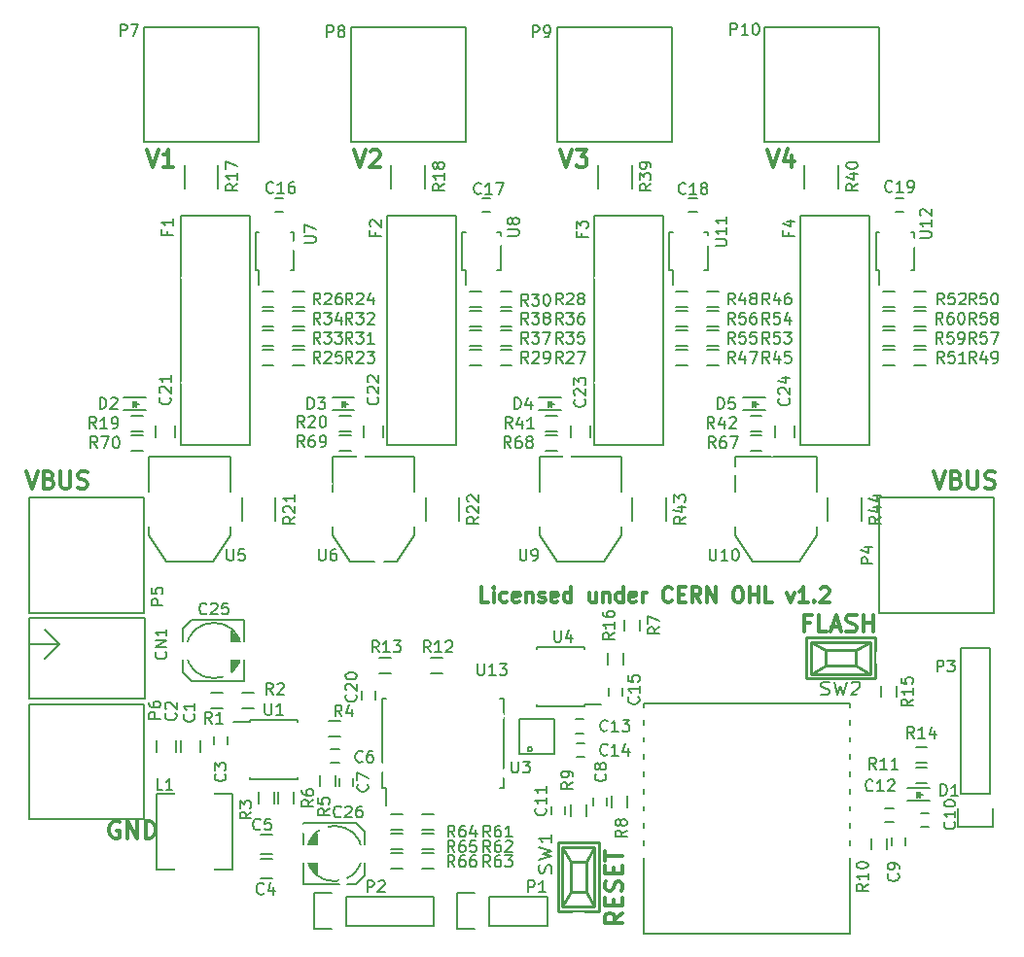
<source format=gto>
G04 #@! TF.GenerationSoftware,KiCad,Pcbnew,5.0.2-bee76a0~70~ubuntu18.04.1*
G04 #@! TF.CreationDate,2019-03-10T09:38:59+01:00*
G04 #@! TF.ProjectId,stromwaechter,7374726f-6d77-4616-9563-687465722e6b,1.0*
G04 #@! TF.SameCoordinates,Original*
G04 #@! TF.FileFunction,Legend,Top*
G04 #@! TF.FilePolarity,Positive*
%FSLAX46Y46*%
G04 Gerber Fmt 4.6, Leading zero omitted, Abs format (unit mm)*
G04 Created by KiCad (PCBNEW 5.0.2-bee76a0~70~ubuntu18.04.1) date So 10 Mär 2019 09:38:59 CET*
%MOMM*%
%LPD*%
G01*
G04 APERTURE LIST*
%ADD10C,0.300000*%
%ADD11C,0.150000*%
%ADD12C,0.254000*%
%ADD13C,0.152400*%
%ADD14R,1.250000X1.000000*%
%ADD15R,0.750000X0.800000*%
%ADD16R,1.000000X1.250000*%
%ADD17R,0.800000X0.750000*%
%ADD18C,1.700000*%
%ADD19R,0.797560X0.797560*%
%ADD20R,3.500000X2.950000*%
%ADD21R,1.727200X2.032000*%
%ADD22O,1.727200X2.032000*%
%ADD23R,0.500000X0.900000*%
%ADD24R,0.900000X0.500000*%
%ADD25R,2.500000X0.900000*%
%ADD26R,1.000760X1.000760*%
%ADD27R,1.550000X0.600000*%
%ADD28R,1.175000X1.175000*%
%ADD29R,4.000000X4.000000*%
%ADD30R,2.000000X1.000000*%
%ADD31R,0.400000X0.400000*%
%ADD32R,3.657600X2.032000*%
%ADD33R,1.016000X2.032000*%
%ADD34R,0.600000X1.500000*%
%ADD35C,3.500000*%
%ADD36C,2.400000*%
%ADD37R,2.032000X1.727200*%
%ADD38O,2.032000X1.727200*%
%ADD39R,0.300000X1.400000*%
%ADD40C,2.000000*%
%ADD41R,2.999740X1.600200*%
%ADD42C,8.000000*%
%ADD43C,0.800000*%
G04 APERTURE END LIST*
D10*
X169285714Y-69678571D02*
X169785714Y-71178571D01*
X170285714Y-69678571D01*
X171428571Y-70178571D02*
X171428571Y-71178571D01*
X171071428Y-69607142D02*
X170714285Y-70678571D01*
X171642857Y-70678571D01*
X151285714Y-69678571D02*
X151785714Y-71178571D01*
X152285714Y-69678571D01*
X152642857Y-69678571D02*
X153571428Y-69678571D01*
X153071428Y-70250000D01*
X153285714Y-70250000D01*
X153428571Y-70321428D01*
X153500000Y-70392857D01*
X153571428Y-70535714D01*
X153571428Y-70892857D01*
X153500000Y-71035714D01*
X153428571Y-71107142D01*
X153285714Y-71178571D01*
X152857142Y-71178571D01*
X152714285Y-71107142D01*
X152642857Y-71035714D01*
X133285714Y-69678571D02*
X133785714Y-71178571D01*
X134285714Y-69678571D01*
X134714285Y-69821428D02*
X134785714Y-69750000D01*
X134928571Y-69678571D01*
X135285714Y-69678571D01*
X135428571Y-69750000D01*
X135500000Y-69821428D01*
X135571428Y-69964285D01*
X135571428Y-70107142D01*
X135500000Y-70321428D01*
X134642857Y-71178571D01*
X135571428Y-71178571D01*
X115285714Y-69678571D02*
X115785714Y-71178571D01*
X116285714Y-69678571D01*
X117571428Y-71178571D02*
X116714285Y-71178571D01*
X117142857Y-71178571D02*
X117142857Y-69678571D01*
X117000000Y-69892857D01*
X116857142Y-70035714D01*
X116714285Y-70107142D01*
X145014285Y-109088095D02*
X144395238Y-109088095D01*
X144395238Y-107788095D01*
X145447619Y-109088095D02*
X145447619Y-108221428D01*
X145447619Y-107788095D02*
X145385714Y-107850000D01*
X145447619Y-107911904D01*
X145509523Y-107850000D01*
X145447619Y-107788095D01*
X145447619Y-107911904D01*
X146623809Y-109026190D02*
X146500000Y-109088095D01*
X146252380Y-109088095D01*
X146128571Y-109026190D01*
X146066666Y-108964285D01*
X146004761Y-108840476D01*
X146004761Y-108469047D01*
X146066666Y-108345238D01*
X146128571Y-108283333D01*
X146252380Y-108221428D01*
X146500000Y-108221428D01*
X146623809Y-108283333D01*
X147676190Y-109026190D02*
X147552380Y-109088095D01*
X147304761Y-109088095D01*
X147180952Y-109026190D01*
X147119047Y-108902380D01*
X147119047Y-108407142D01*
X147180952Y-108283333D01*
X147304761Y-108221428D01*
X147552380Y-108221428D01*
X147676190Y-108283333D01*
X147738095Y-108407142D01*
X147738095Y-108530952D01*
X147119047Y-108654761D01*
X148295238Y-108221428D02*
X148295238Y-109088095D01*
X148295238Y-108345238D02*
X148357142Y-108283333D01*
X148480952Y-108221428D01*
X148666666Y-108221428D01*
X148790476Y-108283333D01*
X148852380Y-108407142D01*
X148852380Y-109088095D01*
X149409523Y-109026190D02*
X149533333Y-109088095D01*
X149780952Y-109088095D01*
X149904761Y-109026190D01*
X149966666Y-108902380D01*
X149966666Y-108840476D01*
X149904761Y-108716666D01*
X149780952Y-108654761D01*
X149595238Y-108654761D01*
X149471428Y-108592857D01*
X149409523Y-108469047D01*
X149409523Y-108407142D01*
X149471428Y-108283333D01*
X149595238Y-108221428D01*
X149780952Y-108221428D01*
X149904761Y-108283333D01*
X151019047Y-109026190D02*
X150895238Y-109088095D01*
X150647619Y-109088095D01*
X150523809Y-109026190D01*
X150461904Y-108902380D01*
X150461904Y-108407142D01*
X150523809Y-108283333D01*
X150647619Y-108221428D01*
X150895238Y-108221428D01*
X151019047Y-108283333D01*
X151080952Y-108407142D01*
X151080952Y-108530952D01*
X150461904Y-108654761D01*
X152195238Y-109088095D02*
X152195238Y-107788095D01*
X152195238Y-109026190D02*
X152071428Y-109088095D01*
X151823809Y-109088095D01*
X151700000Y-109026190D01*
X151638095Y-108964285D01*
X151576190Y-108840476D01*
X151576190Y-108469047D01*
X151638095Y-108345238D01*
X151700000Y-108283333D01*
X151823809Y-108221428D01*
X152071428Y-108221428D01*
X152195238Y-108283333D01*
X154361904Y-108221428D02*
X154361904Y-109088095D01*
X153804761Y-108221428D02*
X153804761Y-108902380D01*
X153866666Y-109026190D01*
X153990476Y-109088095D01*
X154176190Y-109088095D01*
X154300000Y-109026190D01*
X154361904Y-108964285D01*
X154980952Y-108221428D02*
X154980952Y-109088095D01*
X154980952Y-108345238D02*
X155042857Y-108283333D01*
X155166666Y-108221428D01*
X155352380Y-108221428D01*
X155476190Y-108283333D01*
X155538095Y-108407142D01*
X155538095Y-109088095D01*
X156714285Y-109088095D02*
X156714285Y-107788095D01*
X156714285Y-109026190D02*
X156590476Y-109088095D01*
X156342857Y-109088095D01*
X156219047Y-109026190D01*
X156157142Y-108964285D01*
X156095238Y-108840476D01*
X156095238Y-108469047D01*
X156157142Y-108345238D01*
X156219047Y-108283333D01*
X156342857Y-108221428D01*
X156590476Y-108221428D01*
X156714285Y-108283333D01*
X157828571Y-109026190D02*
X157704761Y-109088095D01*
X157457142Y-109088095D01*
X157333333Y-109026190D01*
X157271428Y-108902380D01*
X157271428Y-108407142D01*
X157333333Y-108283333D01*
X157457142Y-108221428D01*
X157704761Y-108221428D01*
X157828571Y-108283333D01*
X157890476Y-108407142D01*
X157890476Y-108530952D01*
X157271428Y-108654761D01*
X158447619Y-109088095D02*
X158447619Y-108221428D01*
X158447619Y-108469047D02*
X158509523Y-108345238D01*
X158571428Y-108283333D01*
X158695238Y-108221428D01*
X158819047Y-108221428D01*
X160985714Y-108964285D02*
X160923809Y-109026190D01*
X160738095Y-109088095D01*
X160614285Y-109088095D01*
X160428571Y-109026190D01*
X160304761Y-108902380D01*
X160242857Y-108778571D01*
X160180952Y-108530952D01*
X160180952Y-108345238D01*
X160242857Y-108097619D01*
X160304761Y-107973809D01*
X160428571Y-107850000D01*
X160614285Y-107788095D01*
X160738095Y-107788095D01*
X160923809Y-107850000D01*
X160985714Y-107911904D01*
X161542857Y-108407142D02*
X161976190Y-108407142D01*
X162161904Y-109088095D02*
X161542857Y-109088095D01*
X161542857Y-107788095D01*
X162161904Y-107788095D01*
X163461904Y-109088095D02*
X163028571Y-108469047D01*
X162719047Y-109088095D02*
X162719047Y-107788095D01*
X163214285Y-107788095D01*
X163338095Y-107850000D01*
X163400000Y-107911904D01*
X163461904Y-108035714D01*
X163461904Y-108221428D01*
X163400000Y-108345238D01*
X163338095Y-108407142D01*
X163214285Y-108469047D01*
X162719047Y-108469047D01*
X164019047Y-109088095D02*
X164019047Y-107788095D01*
X164761904Y-109088095D01*
X164761904Y-107788095D01*
X166619047Y-107788095D02*
X166866666Y-107788095D01*
X166990476Y-107850000D01*
X167114285Y-107973809D01*
X167176190Y-108221428D01*
X167176190Y-108654761D01*
X167114285Y-108902380D01*
X166990476Y-109026190D01*
X166866666Y-109088095D01*
X166619047Y-109088095D01*
X166495238Y-109026190D01*
X166371428Y-108902380D01*
X166309523Y-108654761D01*
X166309523Y-108221428D01*
X166371428Y-107973809D01*
X166495238Y-107850000D01*
X166619047Y-107788095D01*
X167733333Y-109088095D02*
X167733333Y-107788095D01*
X167733333Y-108407142D02*
X168476190Y-108407142D01*
X168476190Y-109088095D02*
X168476190Y-107788095D01*
X169714285Y-109088095D02*
X169095238Y-109088095D01*
X169095238Y-107788095D01*
X171014285Y-108221428D02*
X171323809Y-109088095D01*
X171633333Y-108221428D01*
X172809523Y-109088095D02*
X172066666Y-109088095D01*
X172438095Y-109088095D02*
X172438095Y-107788095D01*
X172314285Y-107973809D01*
X172190476Y-108097619D01*
X172066666Y-108159523D01*
X173366666Y-108964285D02*
X173428571Y-109026190D01*
X173366666Y-109088095D01*
X173304761Y-109026190D01*
X173366666Y-108964285D01*
X173366666Y-109088095D01*
X173923809Y-107911904D02*
X173985714Y-107850000D01*
X174109523Y-107788095D01*
X174419047Y-107788095D01*
X174542857Y-107850000D01*
X174604761Y-107911904D01*
X174666666Y-108035714D01*
X174666666Y-108159523D01*
X174604761Y-108345238D01*
X173861904Y-109088095D01*
X174666666Y-109088095D01*
X112857142Y-128250000D02*
X112714285Y-128178571D01*
X112500000Y-128178571D01*
X112285714Y-128250000D01*
X112142857Y-128392857D01*
X112071428Y-128535714D01*
X112000000Y-128821428D01*
X112000000Y-129035714D01*
X112071428Y-129321428D01*
X112142857Y-129464285D01*
X112285714Y-129607142D01*
X112500000Y-129678571D01*
X112642857Y-129678571D01*
X112857142Y-129607142D01*
X112928571Y-129535714D01*
X112928571Y-129035714D01*
X112642857Y-129035714D01*
X113571428Y-129678571D02*
X113571428Y-128178571D01*
X114428571Y-129678571D01*
X114428571Y-128178571D01*
X115142857Y-129678571D02*
X115142857Y-128178571D01*
X115500000Y-128178571D01*
X115714285Y-128250000D01*
X115857142Y-128392857D01*
X115928571Y-128535714D01*
X116000000Y-128821428D01*
X116000000Y-129035714D01*
X115928571Y-129321428D01*
X115857142Y-129464285D01*
X115714285Y-129607142D01*
X115500000Y-129678571D01*
X115142857Y-129678571D01*
X104750000Y-97678571D02*
X105250000Y-99178571D01*
X105750000Y-97678571D01*
X106750000Y-98392857D02*
X106964285Y-98464285D01*
X107035714Y-98535714D01*
X107107142Y-98678571D01*
X107107142Y-98892857D01*
X107035714Y-99035714D01*
X106964285Y-99107142D01*
X106821428Y-99178571D01*
X106250000Y-99178571D01*
X106250000Y-97678571D01*
X106750000Y-97678571D01*
X106892857Y-97750000D01*
X106964285Y-97821428D01*
X107035714Y-97964285D01*
X107035714Y-98107142D01*
X106964285Y-98250000D01*
X106892857Y-98321428D01*
X106750000Y-98392857D01*
X106250000Y-98392857D01*
X107750000Y-97678571D02*
X107750000Y-98892857D01*
X107821428Y-99035714D01*
X107892857Y-99107142D01*
X108035714Y-99178571D01*
X108321428Y-99178571D01*
X108464285Y-99107142D01*
X108535714Y-99035714D01*
X108607142Y-98892857D01*
X108607142Y-97678571D01*
X109250000Y-99107142D02*
X109464285Y-99178571D01*
X109821428Y-99178571D01*
X109964285Y-99107142D01*
X110035714Y-99035714D01*
X110107142Y-98892857D01*
X110107142Y-98750000D01*
X110035714Y-98607142D01*
X109964285Y-98535714D01*
X109821428Y-98464285D01*
X109535714Y-98392857D01*
X109392857Y-98321428D01*
X109321428Y-98250000D01*
X109250000Y-98107142D01*
X109250000Y-97964285D01*
X109321428Y-97821428D01*
X109392857Y-97750000D01*
X109535714Y-97678571D01*
X109892857Y-97678571D01*
X110107142Y-97750000D01*
X183750000Y-97678571D02*
X184250000Y-99178571D01*
X184750000Y-97678571D01*
X185750000Y-98392857D02*
X185964285Y-98464285D01*
X186035714Y-98535714D01*
X186107142Y-98678571D01*
X186107142Y-98892857D01*
X186035714Y-99035714D01*
X185964285Y-99107142D01*
X185821428Y-99178571D01*
X185250000Y-99178571D01*
X185250000Y-97678571D01*
X185750000Y-97678571D01*
X185892857Y-97750000D01*
X185964285Y-97821428D01*
X186035714Y-97964285D01*
X186035714Y-98107142D01*
X185964285Y-98250000D01*
X185892857Y-98321428D01*
X185750000Y-98392857D01*
X185250000Y-98392857D01*
X186750000Y-97678571D02*
X186750000Y-98892857D01*
X186821428Y-99035714D01*
X186892857Y-99107142D01*
X187035714Y-99178571D01*
X187321428Y-99178571D01*
X187464285Y-99107142D01*
X187535714Y-99035714D01*
X187607142Y-98892857D01*
X187607142Y-97678571D01*
X188250000Y-99107142D02*
X188464285Y-99178571D01*
X188821428Y-99178571D01*
X188964285Y-99107142D01*
X189035714Y-99035714D01*
X189107142Y-98892857D01*
X189107142Y-98750000D01*
X189035714Y-98607142D01*
X188964285Y-98535714D01*
X188821428Y-98464285D01*
X188535714Y-98392857D01*
X188392857Y-98321428D01*
X188321428Y-98250000D01*
X188250000Y-98107142D01*
X188250000Y-97964285D01*
X188321428Y-97821428D01*
X188392857Y-97750000D01*
X188535714Y-97678571D01*
X188892857Y-97678571D01*
X189107142Y-97750000D01*
X156678571Y-136178571D02*
X155964285Y-136678571D01*
X156678571Y-137035714D02*
X155178571Y-137035714D01*
X155178571Y-136464285D01*
X155250000Y-136321428D01*
X155321428Y-136250000D01*
X155464285Y-136178571D01*
X155678571Y-136178571D01*
X155821428Y-136250000D01*
X155892857Y-136321428D01*
X155964285Y-136464285D01*
X155964285Y-137035714D01*
X155892857Y-135535714D02*
X155892857Y-135035714D01*
X156678571Y-134821428D02*
X156678571Y-135535714D01*
X155178571Y-135535714D01*
X155178571Y-134821428D01*
X156607142Y-134250000D02*
X156678571Y-134035714D01*
X156678571Y-133678571D01*
X156607142Y-133535714D01*
X156535714Y-133464285D01*
X156392857Y-133392857D01*
X156250000Y-133392857D01*
X156107142Y-133464285D01*
X156035714Y-133535714D01*
X155964285Y-133678571D01*
X155892857Y-133964285D01*
X155821428Y-134107142D01*
X155750000Y-134178571D01*
X155607142Y-134250000D01*
X155464285Y-134250000D01*
X155321428Y-134178571D01*
X155250000Y-134107142D01*
X155178571Y-133964285D01*
X155178571Y-133607142D01*
X155250000Y-133392857D01*
X155892857Y-132750000D02*
X155892857Y-132250000D01*
X156678571Y-132035714D02*
X156678571Y-132750000D01*
X155178571Y-132750000D01*
X155178571Y-132035714D01*
X155178571Y-131607142D02*
X155178571Y-130750000D01*
X156678571Y-131178571D02*
X155178571Y-131178571D01*
X172964285Y-110892857D02*
X172464285Y-110892857D01*
X172464285Y-111678571D02*
X172464285Y-110178571D01*
X173178571Y-110178571D01*
X174464285Y-111678571D02*
X173750000Y-111678571D01*
X173750000Y-110178571D01*
X174892857Y-111250000D02*
X175607142Y-111250000D01*
X174750000Y-111678571D02*
X175250000Y-110178571D01*
X175750000Y-111678571D01*
X176178571Y-111607142D02*
X176392857Y-111678571D01*
X176750000Y-111678571D01*
X176892857Y-111607142D01*
X176964285Y-111535714D01*
X177035714Y-111392857D01*
X177035714Y-111250000D01*
X176964285Y-111107142D01*
X176892857Y-111035714D01*
X176750000Y-110964285D01*
X176464285Y-110892857D01*
X176321428Y-110821428D01*
X176250000Y-110750000D01*
X176178571Y-110607142D01*
X176178571Y-110464285D01*
X176250000Y-110321428D01*
X176321428Y-110250000D01*
X176464285Y-110178571D01*
X176821428Y-110178571D01*
X177035714Y-110250000D01*
X177678571Y-111678571D02*
X177678571Y-110178571D01*
X177678571Y-110892857D02*
X178535714Y-110892857D01*
X178535714Y-111678571D02*
X178535714Y-110178571D01*
D11*
G04 #@! TO.C,C1*
X118200000Y-121150000D02*
X118200000Y-122150000D01*
X119900000Y-122150000D02*
X119900000Y-121150000D01*
G04 #@! TO.C,C2*
X117800000Y-122150000D02*
X117800000Y-121150000D01*
X116100000Y-121150000D02*
X116100000Y-122150000D01*
G04 #@! TO.C,C3*
X121100000Y-121500000D02*
X121100000Y-120800000D01*
X122300000Y-120800000D02*
X122300000Y-121500000D01*
G04 #@! TO.C,C4*
X126200000Y-131450000D02*
X125200000Y-131450000D01*
X125200000Y-133150000D02*
X126200000Y-133150000D01*
G04 #@! TO.C,C5*
X125200000Y-131050000D02*
X126200000Y-131050000D01*
X126200000Y-129350000D02*
X125200000Y-129350000D01*
G04 #@! TO.C,C6*
X132000000Y-123100000D02*
X131300000Y-123100000D01*
X131300000Y-121900000D02*
X132000000Y-121900000D01*
G04 #@! TO.C,C7*
X133250000Y-124450000D02*
X133250000Y-125150000D01*
X132050000Y-125150000D02*
X132050000Y-124450000D01*
G04 #@! TO.C,C8*
X154150000Y-126800000D02*
X154150000Y-126100000D01*
X155350000Y-126100000D02*
X155350000Y-126800000D01*
G04 #@! TO.C,C9*
X181300000Y-129600000D02*
X181300000Y-130300000D01*
X180100000Y-130300000D02*
X180100000Y-129600000D01*
G04 #@! TO.C,C10*
X182650000Y-127450000D02*
X183350000Y-127450000D01*
X183350000Y-128650000D02*
X182650000Y-128650000D01*
G04 #@! TO.C,C11*
X151700000Y-126850000D02*
X151700000Y-127550000D01*
X150500000Y-127550000D02*
X150500000Y-126850000D01*
G04 #@! TO.C,C12*
X179550000Y-127050000D02*
X180250000Y-127050000D01*
X180250000Y-128250000D02*
X179550000Y-128250000D01*
G04 #@! TO.C,C13*
X153300000Y-120500000D02*
X152600000Y-120500000D01*
X152600000Y-119300000D02*
X153300000Y-119300000D01*
G04 #@! TO.C,C14*
X152650000Y-121400000D02*
X153350000Y-121400000D01*
X153350000Y-122600000D02*
X152650000Y-122600000D01*
G04 #@! TO.C,C15*
X155500000Y-117250000D02*
X155500000Y-116550000D01*
X156700000Y-116550000D02*
X156700000Y-117250000D01*
G04 #@! TO.C,C16*
X127150000Y-75100000D02*
X126450000Y-75100000D01*
X126450000Y-73900000D02*
X127150000Y-73900000D01*
G04 #@! TO.C,C17*
X144450000Y-73900000D02*
X145150000Y-73900000D01*
X145150000Y-75100000D02*
X144450000Y-75100000D01*
G04 #@! TO.C,C18*
X163150000Y-75100000D02*
X162450000Y-75100000D01*
X162450000Y-73900000D02*
X163150000Y-73900000D01*
G04 #@! TO.C,C19*
X181150000Y-75100000D02*
X180450000Y-75100000D01*
X180450000Y-73900000D02*
X181150000Y-73900000D01*
G04 #@! TO.C,C20*
X135200000Y-116850000D02*
X135200000Y-117550000D01*
X134000000Y-117550000D02*
X134000000Y-116850000D01*
G04 #@! TO.C,CN1*
X107650000Y-112710000D02*
X106380000Y-113980000D01*
X107650000Y-112710000D02*
X106380000Y-111440000D01*
X105110000Y-112710000D02*
X107650000Y-112710000D01*
X115100000Y-110500000D02*
X105000000Y-110500000D01*
X105000000Y-110500000D02*
X105000000Y-117500000D01*
X115100000Y-117500000D02*
X105000000Y-117500000D01*
X115100000Y-110500000D02*
X115100000Y-117500000D01*
G04 #@! TO.C,D1*
X181500700Y-126400000D02*
X183400700Y-126400000D01*
X181500700Y-125300000D02*
X183400700Y-125300000D01*
X182400700Y-125850000D02*
X182850700Y-125850000D01*
X182350700Y-125600000D02*
X182350700Y-126100000D01*
X182350700Y-125850000D02*
X182600700Y-125600000D01*
X182600700Y-125600000D02*
X182600700Y-126100000D01*
X182600700Y-126100000D02*
X182350700Y-125850000D01*
G04 #@! TO.C,L1*
X122700000Y-125800000D02*
X122700000Y-132400000D01*
X122700000Y-132400000D02*
X116100000Y-132400000D01*
X116100000Y-132400000D02*
X116100000Y-125800000D01*
X116100000Y-125800000D02*
X122700000Y-125800000D01*
G04 #@! TO.C,P1*
X145090000Y-137270000D02*
X150170000Y-137270000D01*
X150170000Y-137270000D02*
X150170000Y-134730000D01*
X150170000Y-134730000D02*
X145090000Y-134730000D01*
X142270000Y-134450000D02*
X143820000Y-134450000D01*
X145090000Y-134730000D02*
X145090000Y-137270000D01*
X143820000Y-137550000D02*
X142270000Y-137550000D01*
X142270000Y-137550000D02*
X142270000Y-134450000D01*
G04 #@! TO.C,P2*
X132620000Y-137270000D02*
X140240000Y-137270000D01*
X132620000Y-134730000D02*
X140240000Y-134730000D01*
X129800000Y-134450000D02*
X131350000Y-134450000D01*
X140240000Y-137270000D02*
X140240000Y-134730000D01*
X132620000Y-134730000D02*
X132620000Y-137270000D01*
X131350000Y-137550000D02*
X129800000Y-137550000D01*
X129800000Y-137550000D02*
X129800000Y-134450000D01*
G04 #@! TO.C,R1*
X120850000Y-116975000D02*
X121850000Y-116975000D01*
X121850000Y-118325000D02*
X120850000Y-118325000D01*
G04 #@! TO.C,R2*
X124600000Y-118325000D02*
X123600000Y-118325000D01*
X123600000Y-116975000D02*
X124600000Y-116975000D01*
G04 #@! TO.C,R3*
X126375000Y-125650000D02*
X126375000Y-126650000D01*
X125025000Y-126650000D02*
X125025000Y-125650000D01*
G04 #@! TO.C,R4*
X131100000Y-119425000D02*
X132100000Y-119425000D01*
X132100000Y-120775000D02*
X131100000Y-120775000D01*
G04 #@! TO.C,R5*
X130325000Y-125150000D02*
X130325000Y-124150000D01*
X131675000Y-124150000D02*
X131675000Y-125150000D01*
G04 #@! TO.C,R6*
X126725000Y-126650000D02*
X126725000Y-125650000D01*
X128075000Y-125650000D02*
X128075000Y-126650000D01*
G04 #@! TO.C,R7*
X156875000Y-111600000D02*
X156875000Y-110600000D01*
X158225000Y-110600000D02*
X158225000Y-111600000D01*
G04 #@! TO.C,R8*
X157075000Y-125950000D02*
X157075000Y-126950000D01*
X155725000Y-126950000D02*
X155725000Y-125950000D01*
G04 #@! TO.C,R9*
X153525000Y-126700000D02*
X153525000Y-127700000D01*
X152175000Y-127700000D02*
X152175000Y-126700000D01*
G04 #@! TO.C,R10*
X178375000Y-130650000D02*
X178375000Y-129650000D01*
X179725000Y-129650000D02*
X179725000Y-130650000D01*
G04 #@! TO.C,R11*
X183200000Y-124825000D02*
X182200000Y-124825000D01*
X182200000Y-123475000D02*
X183200000Y-123475000D01*
G04 #@! TO.C,R12*
X141000000Y-115275000D02*
X140000000Y-115275000D01*
X140000000Y-113925000D02*
X141000000Y-113925000D01*
G04 #@! TO.C,R13*
X136500000Y-115275000D02*
X135500000Y-115275000D01*
X135500000Y-113925000D02*
X136500000Y-113925000D01*
G04 #@! TO.C,R14*
X182200000Y-121725000D02*
X183200000Y-121725000D01*
X183200000Y-123075000D02*
X182200000Y-123075000D01*
G04 #@! TO.C,R15*
X180575000Y-116350000D02*
X180575000Y-117350000D01*
X179225000Y-117350000D02*
X179225000Y-116350000D01*
G04 #@! TO.C,R16*
X155425000Y-114550000D02*
X155425000Y-113550000D01*
X156775000Y-113550000D02*
X156775000Y-114550000D01*
G04 #@! TO.C,R17*
X118525000Y-73000000D02*
X118525000Y-71000000D01*
X121475000Y-71000000D02*
X121475000Y-73000000D01*
G04 #@! TO.C,R18*
X139475000Y-71000000D02*
X139475000Y-73000000D01*
X136525000Y-73000000D02*
X136525000Y-71000000D01*
G04 #@! TO.C,R19*
X113900000Y-92825000D02*
X114900000Y-92825000D01*
X114900000Y-94175000D02*
X113900000Y-94175000D01*
G04 #@! TO.C,R20*
X132000000Y-92825000D02*
X133000000Y-92825000D01*
X133000000Y-94175000D02*
X132000000Y-94175000D01*
G04 #@! TO.C,R21*
X126475000Y-100000000D02*
X126475000Y-102000000D01*
X123525000Y-102000000D02*
X123525000Y-100000000D01*
G04 #@! TO.C,R22*
X139525000Y-102000000D02*
X139525000Y-100000000D01*
X142475000Y-100000000D02*
X142475000Y-102000000D01*
G04 #@! TO.C,R23*
X129000000Y-88475000D02*
X128000000Y-88475000D01*
X128000000Y-87125000D02*
X129000000Y-87125000D01*
G04 #@! TO.C,R24*
X129000000Y-83375000D02*
X128000000Y-83375000D01*
X128000000Y-82025000D02*
X129000000Y-82025000D01*
G04 #@! TO.C,R25*
X125300000Y-87125000D02*
X126300000Y-87125000D01*
X126300000Y-88475000D02*
X125300000Y-88475000D01*
G04 #@! TO.C,R26*
X126300000Y-83375000D02*
X125300000Y-83375000D01*
X125300000Y-82025000D02*
X126300000Y-82025000D01*
G04 #@! TO.C,R27*
X147050000Y-88475000D02*
X146050000Y-88475000D01*
X146050000Y-87125000D02*
X147050000Y-87125000D01*
G04 #@! TO.C,R28*
X147050000Y-83375000D02*
X146050000Y-83375000D01*
X146050000Y-82025000D02*
X147050000Y-82025000D01*
G04 #@! TO.C,R29*
X144350000Y-88475000D02*
X143350000Y-88475000D01*
X143350000Y-87125000D02*
X144350000Y-87125000D01*
G04 #@! TO.C,R30*
X144350000Y-83375000D02*
X143350000Y-83375000D01*
X143350000Y-82025000D02*
X144350000Y-82025000D01*
G04 #@! TO.C,R31*
X128000000Y-85425000D02*
X129000000Y-85425000D01*
X129000000Y-86775000D02*
X128000000Y-86775000D01*
G04 #@! TO.C,R32*
X128000000Y-83725000D02*
X129000000Y-83725000D01*
X129000000Y-85075000D02*
X128000000Y-85075000D01*
G04 #@! TO.C,R33*
X126300000Y-86775000D02*
X125300000Y-86775000D01*
X125300000Y-85425000D02*
X126300000Y-85425000D01*
G04 #@! TO.C,R34*
X125300000Y-83725000D02*
X126300000Y-83725000D01*
X126300000Y-85075000D02*
X125300000Y-85075000D01*
G04 #@! TO.C,R35*
X146050000Y-85425000D02*
X147050000Y-85425000D01*
X147050000Y-86775000D02*
X146050000Y-86775000D01*
G04 #@! TO.C,R36*
X146050000Y-83725000D02*
X147050000Y-83725000D01*
X147050000Y-85075000D02*
X146050000Y-85075000D01*
G04 #@! TO.C,R37*
X143350000Y-85425000D02*
X144350000Y-85425000D01*
X144350000Y-86775000D02*
X143350000Y-86775000D01*
G04 #@! TO.C,R38*
X143350000Y-83725000D02*
X144350000Y-83725000D01*
X144350000Y-85075000D02*
X143350000Y-85075000D01*
G04 #@! TO.C,R39*
X157475000Y-71000000D02*
X157475000Y-73000000D01*
X154525000Y-73000000D02*
X154525000Y-71000000D01*
G04 #@! TO.C,R40*
X172525000Y-73000000D02*
X172525000Y-71000000D01*
X175475000Y-71000000D02*
X175475000Y-73000000D01*
G04 #@! TO.C,R41*
X150000000Y-92825000D02*
X151000000Y-92825000D01*
X151000000Y-94175000D02*
X150000000Y-94175000D01*
G04 #@! TO.C,R42*
X167800000Y-92825000D02*
X168800000Y-92825000D01*
X168800000Y-94175000D02*
X167800000Y-94175000D01*
G04 #@! TO.C,R43*
X157525000Y-102000000D02*
X157525000Y-100000000D01*
X160475000Y-100000000D02*
X160475000Y-102000000D01*
G04 #@! TO.C,R44*
X177475000Y-100000000D02*
X177475000Y-102000000D01*
X174525000Y-102000000D02*
X174525000Y-100000000D01*
G04 #@! TO.C,R45*
X165050000Y-88475000D02*
X164050000Y-88475000D01*
X164050000Y-87125000D02*
X165050000Y-87125000D01*
G04 #@! TO.C,R46*
X164050000Y-82025000D02*
X165050000Y-82025000D01*
X165050000Y-83375000D02*
X164050000Y-83375000D01*
G04 #@! TO.C,R47*
X162350000Y-88475000D02*
X161350000Y-88475000D01*
X161350000Y-87125000D02*
X162350000Y-87125000D01*
G04 #@! TO.C,R48*
X162350000Y-83375000D02*
X161350000Y-83375000D01*
X161350000Y-82025000D02*
X162350000Y-82025000D01*
G04 #@! TO.C,R49*
X183050000Y-88475000D02*
X182050000Y-88475000D01*
X182050000Y-87125000D02*
X183050000Y-87125000D01*
G04 #@! TO.C,R50*
X182050000Y-82025000D02*
X183050000Y-82025000D01*
X183050000Y-83375000D02*
X182050000Y-83375000D01*
G04 #@! TO.C,R51*
X179350000Y-87125000D02*
X180350000Y-87125000D01*
X180350000Y-88475000D02*
X179350000Y-88475000D01*
G04 #@! TO.C,R52*
X179350000Y-82025000D02*
X180350000Y-82025000D01*
X180350000Y-83375000D02*
X179350000Y-83375000D01*
G04 #@! TO.C,R53*
X165050000Y-86775000D02*
X164050000Y-86775000D01*
X164050000Y-85425000D02*
X165050000Y-85425000D01*
G04 #@! TO.C,R54*
X165050000Y-85075000D02*
X164050000Y-85075000D01*
X164050000Y-83725000D02*
X165050000Y-83725000D01*
G04 #@! TO.C,R55*
X161350000Y-85425000D02*
X162350000Y-85425000D01*
X162350000Y-86775000D02*
X161350000Y-86775000D01*
G04 #@! TO.C,R56*
X161350000Y-83725000D02*
X162350000Y-83725000D01*
X162350000Y-85075000D02*
X161350000Y-85075000D01*
G04 #@! TO.C,R57*
X182050000Y-85425000D02*
X183050000Y-85425000D01*
X183050000Y-86775000D02*
X182050000Y-86775000D01*
G04 #@! TO.C,R58*
X182050000Y-83725000D02*
X183050000Y-83725000D01*
X183050000Y-85075000D02*
X182050000Y-85075000D01*
G04 #@! TO.C,R59*
X180350000Y-86775000D02*
X179350000Y-86775000D01*
X179350000Y-85425000D02*
X180350000Y-85425000D01*
G04 #@! TO.C,R60*
X180350000Y-85075000D02*
X179350000Y-85075000D01*
X179350000Y-83725000D02*
X180350000Y-83725000D01*
G04 #@! TO.C,R61*
X140250000Y-128925000D02*
X139250000Y-128925000D01*
X139250000Y-127575000D02*
X140250000Y-127575000D01*
G04 #@! TO.C,R62*
X139250000Y-129275000D02*
X140250000Y-129275000D01*
X140250000Y-130625000D02*
X139250000Y-130625000D01*
G04 #@! TO.C,R63*
X140250000Y-132325000D02*
X139250000Y-132325000D01*
X139250000Y-130975000D02*
X140250000Y-130975000D01*
G04 #@! TO.C,R64*
X136550000Y-127575000D02*
X137550000Y-127575000D01*
X137550000Y-128925000D02*
X136550000Y-128925000D01*
G04 #@! TO.C,R65*
X137550000Y-130625000D02*
X136550000Y-130625000D01*
X136550000Y-129275000D02*
X137550000Y-129275000D01*
G04 #@! TO.C,R66*
X136550000Y-130975000D02*
X137550000Y-130975000D01*
X137550000Y-132325000D02*
X136550000Y-132325000D01*
D12*
G04 #@! TO.C,SW1*
X151049140Y-130050260D02*
X154650860Y-130050260D01*
X151049140Y-136049740D02*
X151049140Y-130050260D01*
X154650860Y-136049740D02*
X151049140Y-136049740D01*
X154650860Y-130050260D02*
X154650860Y-136049740D01*
X152148960Y-131749520D02*
X153551040Y-131749520D01*
X152148960Y-134350480D02*
X152148960Y-131749520D01*
X153551040Y-134350480D02*
X152148960Y-134350480D01*
X153551040Y-131749520D02*
X153551040Y-134350480D01*
X151450460Y-130449040D02*
X154249540Y-130449040D01*
X151450460Y-135650960D02*
X151450460Y-130449040D01*
X154249540Y-135650960D02*
X151450460Y-135650960D01*
X154249540Y-130449040D02*
X154249540Y-135650960D01*
X154249540Y-130449040D02*
X153551040Y-131749520D01*
X152148960Y-131749520D02*
X151450460Y-130449040D01*
X152148960Y-134350480D02*
X151450460Y-135650960D01*
X153551040Y-134350480D02*
X154249540Y-135650960D01*
G04 #@! TO.C,SW2*
X174349520Y-114651040D02*
X173049040Y-115349540D01*
X174349520Y-113248960D02*
X173049040Y-112550460D01*
X176950480Y-113248960D02*
X178250960Y-112550460D01*
X178250960Y-115349540D02*
X176950480Y-114651040D01*
X178250960Y-115349540D02*
X173049040Y-115349540D01*
X173049040Y-115349540D02*
X173049040Y-112550460D01*
X173049040Y-112550460D02*
X178250960Y-112550460D01*
X178250960Y-112550460D02*
X178250960Y-115349540D01*
X176950480Y-114651040D02*
X174349520Y-114651040D01*
X174349520Y-114651040D02*
X174349520Y-113248960D01*
X174349520Y-113248960D02*
X176950480Y-113248960D01*
X176950480Y-113248960D02*
X176950480Y-114651040D01*
X178649740Y-115750860D02*
X172650260Y-115750860D01*
X172650260Y-115750860D02*
X172650260Y-112149140D01*
X172650260Y-112149140D02*
X178649740Y-112149140D01*
X178649740Y-112149140D02*
X178649740Y-115750860D01*
D11*
G04 #@! TO.C,U1*
X124225000Y-119375000D02*
X124225000Y-119520000D01*
X128375000Y-119375000D02*
X128375000Y-119520000D01*
X128375000Y-124525000D02*
X128375000Y-124380000D01*
X124225000Y-124525000D02*
X124225000Y-124380000D01*
X124225000Y-119375000D02*
X128375000Y-119375000D01*
X124225000Y-124525000D02*
X128375000Y-124525000D01*
X124225000Y-119520000D02*
X122825000Y-119520000D01*
G04 #@! TO.C,U2*
X158500000Y-117950000D02*
X158500000Y-137950000D01*
X158500000Y-137950000D02*
X176500000Y-137950000D01*
X176500000Y-137950000D02*
X176500000Y-117950000D01*
X176500000Y-117950000D02*
X158500000Y-117950000D01*
G04 #@! TO.C,U3*
X148800000Y-121900000D02*
G75*
G03X148800000Y-121900000I-200000J0D01*
G01*
X150700000Y-122300000D02*
X147700000Y-122300000D01*
X147700000Y-122300000D02*
X147700000Y-119300000D01*
X147700000Y-119300000D02*
X150700000Y-119300000D01*
X150700000Y-119300000D02*
X150700000Y-122300000D01*
G04 #@! TO.C,U4*
X153379500Y-118178500D02*
X153379500Y-118033500D01*
X149229500Y-118178500D02*
X149229500Y-118033500D01*
X149229500Y-113028500D02*
X149229500Y-113173500D01*
X153379500Y-113028500D02*
X153379500Y-113173500D01*
X153379500Y-118178500D02*
X149229500Y-118178500D01*
X153379500Y-113028500D02*
X149229500Y-113028500D01*
X153379500Y-118033500D02*
X154779500Y-118033500D01*
G04 #@! TO.C,U5*
X122556000Y-99476000D02*
X122556000Y-96428000D01*
X122556000Y-96428000D02*
X115444000Y-96428000D01*
X115444000Y-96428000D02*
X115444000Y-99476000D01*
X122556000Y-102524000D02*
X122556000Y-103286000D01*
X122556000Y-103286000D02*
X121032000Y-105572000D01*
X121032000Y-105572000D02*
X116968000Y-105572000D01*
X116968000Y-105572000D02*
X115444000Y-103286000D01*
X115444000Y-103286000D02*
X115444000Y-102524000D01*
G04 #@! TO.C,U6*
X131444000Y-103286000D02*
X131444000Y-102524000D01*
X132968000Y-105572000D02*
X131444000Y-103286000D01*
X137032000Y-105572000D02*
X132968000Y-105572000D01*
X138556000Y-103286000D02*
X137032000Y-105572000D01*
X138556000Y-102524000D02*
X138556000Y-103286000D01*
X131444000Y-96428000D02*
X131444000Y-99476000D01*
X138556000Y-96428000D02*
X131444000Y-96428000D01*
X138556000Y-99476000D02*
X138556000Y-96428000D01*
G04 #@! TO.C,U9*
X156556000Y-99476000D02*
X156556000Y-96428000D01*
X156556000Y-96428000D02*
X149444000Y-96428000D01*
X149444000Y-96428000D02*
X149444000Y-99476000D01*
X156556000Y-102524000D02*
X156556000Y-103286000D01*
X156556000Y-103286000D02*
X155032000Y-105572000D01*
X155032000Y-105572000D02*
X150968000Y-105572000D01*
X150968000Y-105572000D02*
X149444000Y-103286000D01*
X149444000Y-103286000D02*
X149444000Y-102524000D01*
G04 #@! TO.C,U10*
X166444000Y-103286000D02*
X166444000Y-102524000D01*
X167968000Y-105572000D02*
X166444000Y-103286000D01*
X172032000Y-105572000D02*
X167968000Y-105572000D01*
X173556000Y-103286000D02*
X172032000Y-105572000D01*
X173556000Y-102524000D02*
X173556000Y-103286000D01*
X166444000Y-96428000D02*
X166444000Y-99476000D01*
X173556000Y-96428000D02*
X166444000Y-96428000D01*
X173556000Y-99476000D02*
X173556000Y-96428000D01*
G04 #@! TO.C,U13*
X135725000Y-125275000D02*
X136080000Y-125275000D01*
X135725000Y-117525000D02*
X136080000Y-117525000D01*
X146375000Y-117525000D02*
X146020000Y-117525000D01*
X146375000Y-125275000D02*
X146020000Y-125275000D01*
X135725000Y-125275000D02*
X135725000Y-117525000D01*
X146375000Y-125275000D02*
X146375000Y-117525000D01*
X136080000Y-125275000D02*
X136080000Y-126800000D01*
G04 #@! TO.C,D2*
X114350700Y-92050000D02*
X114100700Y-91800000D01*
X114350700Y-91550000D02*
X114350700Y-92050000D01*
X114100700Y-91800000D02*
X114350700Y-91550000D01*
X114100700Y-91550000D02*
X114100700Y-92050000D01*
X114150700Y-91800000D02*
X114600700Y-91800000D01*
X113250700Y-91250000D02*
X115150700Y-91250000D01*
X113250700Y-92350000D02*
X115150700Y-92350000D01*
G04 #@! TO.C,D3*
X131400000Y-92350000D02*
X133300000Y-92350000D01*
X131400000Y-91250000D02*
X133300000Y-91250000D01*
X132300000Y-91800000D02*
X132750000Y-91800000D01*
X132250000Y-91550000D02*
X132250000Y-92050000D01*
X132250000Y-91800000D02*
X132500000Y-91550000D01*
X132500000Y-91550000D02*
X132500000Y-92050000D01*
X132500000Y-92050000D02*
X132250000Y-91800000D01*
G04 #@! TO.C,D4*
X149400000Y-92350000D02*
X151300000Y-92350000D01*
X149400000Y-91250000D02*
X151300000Y-91250000D01*
X150300000Y-91800000D02*
X150750000Y-91800000D01*
X150250000Y-91550000D02*
X150250000Y-92050000D01*
X150250000Y-91800000D02*
X150500000Y-91550000D01*
X150500000Y-91550000D02*
X150500000Y-92050000D01*
X150500000Y-92050000D02*
X150250000Y-91800000D01*
G04 #@! TO.C,D5*
X168300000Y-92050000D02*
X168050000Y-91800000D01*
X168300000Y-91550000D02*
X168300000Y-92050000D01*
X168050000Y-91800000D02*
X168300000Y-91550000D01*
X168050000Y-91550000D02*
X168050000Y-92050000D01*
X168100000Y-91800000D02*
X168550000Y-91800000D01*
X167200000Y-91250000D02*
X169100000Y-91250000D01*
X167200000Y-92350000D02*
X169100000Y-92350000D01*
G04 #@! TO.C,F1*
X118200000Y-95400000D02*
X118200000Y-75400000D01*
X118200000Y-75400000D02*
X124200000Y-75400000D01*
X124200000Y-75400000D02*
X124200000Y-95400000D01*
X124200000Y-95400000D02*
X118200000Y-95400000D01*
G04 #@! TO.C,F2*
X142200000Y-95400000D02*
X136200000Y-95400000D01*
X142200000Y-75400000D02*
X142200000Y-95400000D01*
X136200000Y-75400000D02*
X142200000Y-75400000D01*
X136200000Y-95400000D02*
X136200000Y-75400000D01*
G04 #@! TO.C,F3*
X154200000Y-95400000D02*
X154200000Y-75400000D01*
X154200000Y-75400000D02*
X160200000Y-75400000D01*
X160200000Y-75400000D02*
X160200000Y-95400000D01*
X160200000Y-95400000D02*
X154200000Y-95400000D01*
G04 #@! TO.C,F4*
X178200000Y-95400000D02*
X172200000Y-95400000D01*
X178200000Y-75400000D02*
X178200000Y-95400000D01*
X172200000Y-75400000D02*
X178200000Y-75400000D01*
X172200000Y-95400000D02*
X172200000Y-75400000D01*
G04 #@! TO.C,P3*
X186130000Y-125830000D02*
X186130000Y-113130000D01*
X186130000Y-113130000D02*
X188670000Y-113130000D01*
X188670000Y-113130000D02*
X188670000Y-125830000D01*
X185850000Y-128650000D02*
X185850000Y-127100000D01*
X186130000Y-125830000D02*
X188670000Y-125830000D01*
X188950000Y-127100000D02*
X188950000Y-128650000D01*
X188950000Y-128650000D02*
X185850000Y-128650000D01*
G04 #@! TO.C,U7*
X125025000Y-80175000D02*
X125025000Y-81400000D01*
X128075000Y-80175000D02*
X128075000Y-76825000D01*
X124725000Y-80175000D02*
X124725000Y-76825000D01*
X128075000Y-80175000D02*
X127775000Y-80175000D01*
X128075000Y-76825000D02*
X127775000Y-76825000D01*
X124725000Y-76825000D02*
X125025000Y-76825000D01*
X124725000Y-80175000D02*
X125025000Y-80175000D01*
G04 #@! TO.C,U8*
X142725000Y-80175000D02*
X143025000Y-80175000D01*
X142725000Y-76825000D02*
X143025000Y-76825000D01*
X146075000Y-76825000D02*
X145775000Y-76825000D01*
X146075000Y-80175000D02*
X145775000Y-80175000D01*
X142725000Y-80175000D02*
X142725000Y-76825000D01*
X146075000Y-80175000D02*
X146075000Y-76825000D01*
X143025000Y-80175000D02*
X143025000Y-81400000D01*
G04 #@! TO.C,U11*
X160725000Y-80175000D02*
X161025000Y-80175000D01*
X160725000Y-76825000D02*
X161025000Y-76825000D01*
X164075000Y-76825000D02*
X163775000Y-76825000D01*
X164075000Y-80175000D02*
X163775000Y-80175000D01*
X160725000Y-80175000D02*
X160725000Y-76825000D01*
X164075000Y-80175000D02*
X164075000Y-76825000D01*
X161025000Y-80175000D02*
X161025000Y-81400000D01*
G04 #@! TO.C,U12*
X179025000Y-80175000D02*
X179025000Y-81400000D01*
X182075000Y-80175000D02*
X182075000Y-76825000D01*
X178725000Y-80175000D02*
X178725000Y-76825000D01*
X182075000Y-80175000D02*
X181775000Y-80175000D01*
X182075000Y-76825000D02*
X181775000Y-76825000D01*
X178725000Y-76825000D02*
X179025000Y-76825000D01*
X178725000Y-80175000D02*
X179025000Y-80175000D01*
G04 #@! TO.C,P4*
X179000000Y-110000000D02*
X179000000Y-100000000D01*
X179000000Y-100000000D02*
X189000000Y-100000000D01*
X189000000Y-100000000D02*
X189000000Y-110000000D01*
X179000000Y-110000000D02*
X189000000Y-110000000D01*
G04 #@! TO.C,P5*
X105000000Y-110000000D02*
X115000000Y-110000000D01*
X115000000Y-100000000D02*
X115000000Y-110000000D01*
X105000000Y-100000000D02*
X115000000Y-100000000D01*
X105000000Y-110000000D02*
X105000000Y-100000000D01*
G04 #@! TO.C,P6*
X105000000Y-128000000D02*
X105000000Y-118000000D01*
X105000000Y-118000000D02*
X115000000Y-118000000D01*
X115000000Y-118000000D02*
X115000000Y-128000000D01*
X105000000Y-128000000D02*
X115000000Y-128000000D01*
G04 #@! TO.C,P7*
X115000000Y-59000000D02*
X125000000Y-59000000D01*
X125000000Y-59000000D02*
X125000000Y-69000000D01*
X125000000Y-69000000D02*
X115000000Y-69000000D01*
X115000000Y-59000000D02*
X115000000Y-69000000D01*
G04 #@! TO.C,P8*
X133000000Y-59000000D02*
X133000000Y-69000000D01*
X143000000Y-69000000D02*
X133000000Y-69000000D01*
X143000000Y-59000000D02*
X143000000Y-69000000D01*
X133000000Y-59000000D02*
X143000000Y-59000000D01*
G04 #@! TO.C,P9*
X151000000Y-59000000D02*
X161000000Y-59000000D01*
X161000000Y-59000000D02*
X161000000Y-69000000D01*
X161000000Y-69000000D02*
X151000000Y-69000000D01*
X151000000Y-59000000D02*
X151000000Y-69000000D01*
G04 #@! TO.C,P10*
X169000000Y-59000000D02*
X169000000Y-69000000D01*
X179000000Y-69000000D02*
X169000000Y-69000000D01*
X179000000Y-59000000D02*
X179000000Y-69000000D01*
X169000000Y-59000000D02*
X179000000Y-59000000D01*
G04 #@! TO.C,C21*
X117750000Y-94700000D02*
X117750000Y-93700000D01*
X116050000Y-93700000D02*
X116050000Y-94700000D01*
G04 #@! TO.C,C22*
X134150000Y-93700000D02*
X134150000Y-94700000D01*
X135850000Y-94700000D02*
X135850000Y-93700000D01*
G04 #@! TO.C,C23*
X152150000Y-93700000D02*
X152150000Y-94700000D01*
X153850000Y-94700000D02*
X153850000Y-93700000D01*
G04 #@! TO.C,C24*
X171650000Y-94700000D02*
X171650000Y-93700000D01*
X169950000Y-93700000D02*
X169950000Y-94700000D01*
G04 #@! TO.C,R67*
X168800000Y-95875000D02*
X167800000Y-95875000D01*
X167800000Y-94525000D02*
X168800000Y-94525000D01*
G04 #@! TO.C,R68*
X150000000Y-94525000D02*
X151000000Y-94525000D01*
X151000000Y-95875000D02*
X150000000Y-95875000D01*
G04 #@! TO.C,R69*
X133000000Y-95875000D02*
X132000000Y-95875000D01*
X132000000Y-94525000D02*
X133000000Y-94525000D01*
G04 #@! TO.C,R70*
X113900000Y-94525000D02*
X114900000Y-94525000D01*
X114900000Y-95875000D02*
X113900000Y-95875000D01*
G04 #@! TO.C,C25*
X123513000Y-113300000D02*
G75*
G03X123513000Y-113300000I-2413000J0D01*
G01*
X119322000Y-113681000D02*
X119322000Y-112919000D01*
X118941000Y-113300000D02*
X119703000Y-113300000D01*
X123767000Y-110633000D02*
X123767000Y-115967000D01*
X119195000Y-110633000D02*
X123767000Y-110633000D01*
X118433000Y-111395000D02*
X119195000Y-110633000D01*
X118433000Y-115205000D02*
X118433000Y-111395000D01*
X119195000Y-115967000D02*
X118433000Y-115205000D01*
X123767000Y-115967000D02*
X119195000Y-115967000D01*
X122624000Y-115078000D02*
X122624000Y-111522000D01*
X122751000Y-111649000D02*
X122751000Y-114951000D01*
X122878000Y-114824000D02*
X122878000Y-111776000D01*
X123005000Y-111903000D02*
X123005000Y-114697000D01*
X123132000Y-114570000D02*
X123132000Y-112030000D01*
X123259000Y-114189000D02*
X123259000Y-112411000D01*
X123386000Y-113935000D02*
X123386000Y-112538000D01*
G04 #@! TO.C,C26*
X129314000Y-130365000D02*
X129314000Y-131762000D01*
X129441000Y-130111000D02*
X129441000Y-131889000D01*
X129568000Y-129730000D02*
X129568000Y-132270000D01*
X129695000Y-132397000D02*
X129695000Y-129603000D01*
X129822000Y-129476000D02*
X129822000Y-132524000D01*
X129949000Y-132651000D02*
X129949000Y-129349000D01*
X130076000Y-129222000D02*
X130076000Y-132778000D01*
X128933000Y-128333000D02*
X133505000Y-128333000D01*
X133505000Y-128333000D02*
X134267000Y-129095000D01*
X134267000Y-129095000D02*
X134267000Y-132905000D01*
X134267000Y-132905000D02*
X133505000Y-133667000D01*
X133505000Y-133667000D02*
X128933000Y-133667000D01*
X128933000Y-133667000D02*
X128933000Y-128333000D01*
X133759000Y-131000000D02*
X132997000Y-131000000D01*
X133378000Y-130619000D02*
X133378000Y-131381000D01*
X134013000Y-131000000D02*
G75*
G03X134013000Y-131000000I-2413000J0D01*
G01*
G04 #@! TO.C,C1*
X119357142Y-118866666D02*
X119404761Y-118914285D01*
X119452380Y-119057142D01*
X119452380Y-119152380D01*
X119404761Y-119295238D01*
X119309523Y-119390476D01*
X119214285Y-119438095D01*
X119023809Y-119485714D01*
X118880952Y-119485714D01*
X118690476Y-119438095D01*
X118595238Y-119390476D01*
X118500000Y-119295238D01*
X118452380Y-119152380D01*
X118452380Y-119057142D01*
X118500000Y-118914285D01*
X118547619Y-118866666D01*
X119452380Y-117914285D02*
X119452380Y-118485714D01*
X119452380Y-118200000D02*
X118452380Y-118200000D01*
X118595238Y-118295238D01*
X118690476Y-118390476D01*
X118738095Y-118485714D01*
G04 #@! TO.C,C2*
X117757142Y-118766666D02*
X117804761Y-118814285D01*
X117852380Y-118957142D01*
X117852380Y-119052380D01*
X117804761Y-119195238D01*
X117709523Y-119290476D01*
X117614285Y-119338095D01*
X117423809Y-119385714D01*
X117280952Y-119385714D01*
X117090476Y-119338095D01*
X116995238Y-119290476D01*
X116900000Y-119195238D01*
X116852380Y-119052380D01*
X116852380Y-118957142D01*
X116900000Y-118814285D01*
X116947619Y-118766666D01*
X116947619Y-118385714D02*
X116900000Y-118338095D01*
X116852380Y-118242857D01*
X116852380Y-118004761D01*
X116900000Y-117909523D01*
X116947619Y-117861904D01*
X117042857Y-117814285D01*
X117138095Y-117814285D01*
X117280952Y-117861904D01*
X117852380Y-118433333D01*
X117852380Y-117814285D01*
G04 #@! TO.C,C3*
X122057142Y-124066666D02*
X122104761Y-124114285D01*
X122152380Y-124257142D01*
X122152380Y-124352380D01*
X122104761Y-124495238D01*
X122009523Y-124590476D01*
X121914285Y-124638095D01*
X121723809Y-124685714D01*
X121580952Y-124685714D01*
X121390476Y-124638095D01*
X121295238Y-124590476D01*
X121200000Y-124495238D01*
X121152380Y-124352380D01*
X121152380Y-124257142D01*
X121200000Y-124114285D01*
X121247619Y-124066666D01*
X121152380Y-123733333D02*
X121152380Y-123114285D01*
X121533333Y-123447619D01*
X121533333Y-123304761D01*
X121580952Y-123209523D01*
X121628571Y-123161904D01*
X121723809Y-123114285D01*
X121961904Y-123114285D01*
X122057142Y-123161904D01*
X122104761Y-123209523D01*
X122152380Y-123304761D01*
X122152380Y-123590476D01*
X122104761Y-123685714D01*
X122057142Y-123733333D01*
G04 #@! TO.C,C4*
X125433333Y-134457142D02*
X125385714Y-134504761D01*
X125242857Y-134552380D01*
X125147619Y-134552380D01*
X125004761Y-134504761D01*
X124909523Y-134409523D01*
X124861904Y-134314285D01*
X124814285Y-134123809D01*
X124814285Y-133980952D01*
X124861904Y-133790476D01*
X124909523Y-133695238D01*
X125004761Y-133600000D01*
X125147619Y-133552380D01*
X125242857Y-133552380D01*
X125385714Y-133600000D01*
X125433333Y-133647619D01*
X126290476Y-133885714D02*
X126290476Y-134552380D01*
X126052380Y-133504761D02*
X125814285Y-134219047D01*
X126433333Y-134219047D01*
G04 #@! TO.C,C5*
X125133333Y-128857142D02*
X125085714Y-128904761D01*
X124942857Y-128952380D01*
X124847619Y-128952380D01*
X124704761Y-128904761D01*
X124609523Y-128809523D01*
X124561904Y-128714285D01*
X124514285Y-128523809D01*
X124514285Y-128380952D01*
X124561904Y-128190476D01*
X124609523Y-128095238D01*
X124704761Y-128000000D01*
X124847619Y-127952380D01*
X124942857Y-127952380D01*
X125085714Y-128000000D01*
X125133333Y-128047619D01*
X126038095Y-127952380D02*
X125561904Y-127952380D01*
X125514285Y-128428571D01*
X125561904Y-128380952D01*
X125657142Y-128333333D01*
X125895238Y-128333333D01*
X125990476Y-128380952D01*
X126038095Y-128428571D01*
X126085714Y-128523809D01*
X126085714Y-128761904D01*
X126038095Y-128857142D01*
X125990476Y-128904761D01*
X125895238Y-128952380D01*
X125657142Y-128952380D01*
X125561904Y-128904761D01*
X125514285Y-128857142D01*
G04 #@! TO.C,C6*
X134033333Y-122957142D02*
X133985714Y-123004761D01*
X133842857Y-123052380D01*
X133747619Y-123052380D01*
X133604761Y-123004761D01*
X133509523Y-122909523D01*
X133461904Y-122814285D01*
X133414285Y-122623809D01*
X133414285Y-122480952D01*
X133461904Y-122290476D01*
X133509523Y-122195238D01*
X133604761Y-122100000D01*
X133747619Y-122052380D01*
X133842857Y-122052380D01*
X133985714Y-122100000D01*
X134033333Y-122147619D01*
X134890476Y-122052380D02*
X134700000Y-122052380D01*
X134604761Y-122100000D01*
X134557142Y-122147619D01*
X134461904Y-122290476D01*
X134414285Y-122480952D01*
X134414285Y-122861904D01*
X134461904Y-122957142D01*
X134509523Y-123004761D01*
X134604761Y-123052380D01*
X134795238Y-123052380D01*
X134890476Y-123004761D01*
X134938095Y-122957142D01*
X134985714Y-122861904D01*
X134985714Y-122623809D01*
X134938095Y-122528571D01*
X134890476Y-122480952D01*
X134795238Y-122433333D01*
X134604761Y-122433333D01*
X134509523Y-122480952D01*
X134461904Y-122528571D01*
X134414285Y-122623809D01*
G04 #@! TO.C,C7*
X134457142Y-124966666D02*
X134504761Y-125014285D01*
X134552380Y-125157142D01*
X134552380Y-125252380D01*
X134504761Y-125395238D01*
X134409523Y-125490476D01*
X134314285Y-125538095D01*
X134123809Y-125585714D01*
X133980952Y-125585714D01*
X133790476Y-125538095D01*
X133695238Y-125490476D01*
X133600000Y-125395238D01*
X133552380Y-125252380D01*
X133552380Y-125157142D01*
X133600000Y-125014285D01*
X133647619Y-124966666D01*
X133552380Y-124633333D02*
X133552380Y-123966666D01*
X134552380Y-124395238D01*
G04 #@! TO.C,C8*
X155157142Y-124066666D02*
X155204761Y-124114285D01*
X155252380Y-124257142D01*
X155252380Y-124352380D01*
X155204761Y-124495238D01*
X155109523Y-124590476D01*
X155014285Y-124638095D01*
X154823809Y-124685714D01*
X154680952Y-124685714D01*
X154490476Y-124638095D01*
X154395238Y-124590476D01*
X154300000Y-124495238D01*
X154252380Y-124352380D01*
X154252380Y-124257142D01*
X154300000Y-124114285D01*
X154347619Y-124066666D01*
X154680952Y-123495238D02*
X154633333Y-123590476D01*
X154585714Y-123638095D01*
X154490476Y-123685714D01*
X154442857Y-123685714D01*
X154347619Y-123638095D01*
X154300000Y-123590476D01*
X154252380Y-123495238D01*
X154252380Y-123304761D01*
X154300000Y-123209523D01*
X154347619Y-123161904D01*
X154442857Y-123114285D01*
X154490476Y-123114285D01*
X154585714Y-123161904D01*
X154633333Y-123209523D01*
X154680952Y-123304761D01*
X154680952Y-123495238D01*
X154728571Y-123590476D01*
X154776190Y-123638095D01*
X154871428Y-123685714D01*
X155061904Y-123685714D01*
X155157142Y-123638095D01*
X155204761Y-123590476D01*
X155252380Y-123495238D01*
X155252380Y-123304761D01*
X155204761Y-123209523D01*
X155157142Y-123161904D01*
X155061904Y-123114285D01*
X154871428Y-123114285D01*
X154776190Y-123161904D01*
X154728571Y-123209523D01*
X154680952Y-123304761D01*
G04 #@! TO.C,C9*
X180657142Y-132766666D02*
X180704761Y-132814285D01*
X180752380Y-132957142D01*
X180752380Y-133052380D01*
X180704761Y-133195238D01*
X180609523Y-133290476D01*
X180514285Y-133338095D01*
X180323809Y-133385714D01*
X180180952Y-133385714D01*
X179990476Y-133338095D01*
X179895238Y-133290476D01*
X179800000Y-133195238D01*
X179752380Y-133052380D01*
X179752380Y-132957142D01*
X179800000Y-132814285D01*
X179847619Y-132766666D01*
X180752380Y-132290476D02*
X180752380Y-132100000D01*
X180704761Y-132004761D01*
X180657142Y-131957142D01*
X180514285Y-131861904D01*
X180323809Y-131814285D01*
X179942857Y-131814285D01*
X179847619Y-131861904D01*
X179800000Y-131909523D01*
X179752380Y-132004761D01*
X179752380Y-132195238D01*
X179800000Y-132290476D01*
X179847619Y-132338095D01*
X179942857Y-132385714D01*
X180180952Y-132385714D01*
X180276190Y-132338095D01*
X180323809Y-132290476D01*
X180371428Y-132195238D01*
X180371428Y-132004761D01*
X180323809Y-131909523D01*
X180276190Y-131861904D01*
X180180952Y-131814285D01*
G04 #@! TO.C,C10*
X185557142Y-128242857D02*
X185604761Y-128290476D01*
X185652380Y-128433333D01*
X185652380Y-128528571D01*
X185604761Y-128671428D01*
X185509523Y-128766666D01*
X185414285Y-128814285D01*
X185223809Y-128861904D01*
X185080952Y-128861904D01*
X184890476Y-128814285D01*
X184795238Y-128766666D01*
X184700000Y-128671428D01*
X184652380Y-128528571D01*
X184652380Y-128433333D01*
X184700000Y-128290476D01*
X184747619Y-128242857D01*
X185652380Y-127290476D02*
X185652380Y-127861904D01*
X185652380Y-127576190D02*
X184652380Y-127576190D01*
X184795238Y-127671428D01*
X184890476Y-127766666D01*
X184938095Y-127861904D01*
X184652380Y-126671428D02*
X184652380Y-126576190D01*
X184700000Y-126480952D01*
X184747619Y-126433333D01*
X184842857Y-126385714D01*
X185033333Y-126338095D01*
X185271428Y-126338095D01*
X185461904Y-126385714D01*
X185557142Y-126433333D01*
X185604761Y-126480952D01*
X185652380Y-126576190D01*
X185652380Y-126671428D01*
X185604761Y-126766666D01*
X185557142Y-126814285D01*
X185461904Y-126861904D01*
X185271428Y-126909523D01*
X185033333Y-126909523D01*
X184842857Y-126861904D01*
X184747619Y-126814285D01*
X184700000Y-126766666D01*
X184652380Y-126671428D01*
G04 #@! TO.C,C11*
X149957142Y-127042857D02*
X150004761Y-127090476D01*
X150052380Y-127233333D01*
X150052380Y-127328571D01*
X150004761Y-127471428D01*
X149909523Y-127566666D01*
X149814285Y-127614285D01*
X149623809Y-127661904D01*
X149480952Y-127661904D01*
X149290476Y-127614285D01*
X149195238Y-127566666D01*
X149100000Y-127471428D01*
X149052380Y-127328571D01*
X149052380Y-127233333D01*
X149100000Y-127090476D01*
X149147619Y-127042857D01*
X150052380Y-126090476D02*
X150052380Y-126661904D01*
X150052380Y-126376190D02*
X149052380Y-126376190D01*
X149195238Y-126471428D01*
X149290476Y-126566666D01*
X149338095Y-126661904D01*
X150052380Y-125138095D02*
X150052380Y-125709523D01*
X150052380Y-125423809D02*
X149052380Y-125423809D01*
X149195238Y-125519047D01*
X149290476Y-125614285D01*
X149338095Y-125709523D01*
G04 #@! TO.C,C12*
X178457142Y-125457142D02*
X178409523Y-125504761D01*
X178266666Y-125552380D01*
X178171428Y-125552380D01*
X178028571Y-125504761D01*
X177933333Y-125409523D01*
X177885714Y-125314285D01*
X177838095Y-125123809D01*
X177838095Y-124980952D01*
X177885714Y-124790476D01*
X177933333Y-124695238D01*
X178028571Y-124600000D01*
X178171428Y-124552380D01*
X178266666Y-124552380D01*
X178409523Y-124600000D01*
X178457142Y-124647619D01*
X179409523Y-125552380D02*
X178838095Y-125552380D01*
X179123809Y-125552380D02*
X179123809Y-124552380D01*
X179028571Y-124695238D01*
X178933333Y-124790476D01*
X178838095Y-124838095D01*
X179790476Y-124647619D02*
X179838095Y-124600000D01*
X179933333Y-124552380D01*
X180171428Y-124552380D01*
X180266666Y-124600000D01*
X180314285Y-124647619D01*
X180361904Y-124742857D01*
X180361904Y-124838095D01*
X180314285Y-124980952D01*
X179742857Y-125552380D01*
X180361904Y-125552380D01*
G04 #@! TO.C,C13*
X155357142Y-120257142D02*
X155309523Y-120304761D01*
X155166666Y-120352380D01*
X155071428Y-120352380D01*
X154928571Y-120304761D01*
X154833333Y-120209523D01*
X154785714Y-120114285D01*
X154738095Y-119923809D01*
X154738095Y-119780952D01*
X154785714Y-119590476D01*
X154833333Y-119495238D01*
X154928571Y-119400000D01*
X155071428Y-119352380D01*
X155166666Y-119352380D01*
X155309523Y-119400000D01*
X155357142Y-119447619D01*
X156309523Y-120352380D02*
X155738095Y-120352380D01*
X156023809Y-120352380D02*
X156023809Y-119352380D01*
X155928571Y-119495238D01*
X155833333Y-119590476D01*
X155738095Y-119638095D01*
X156642857Y-119352380D02*
X157261904Y-119352380D01*
X156928571Y-119733333D01*
X157071428Y-119733333D01*
X157166666Y-119780952D01*
X157214285Y-119828571D01*
X157261904Y-119923809D01*
X157261904Y-120161904D01*
X157214285Y-120257142D01*
X157166666Y-120304761D01*
X157071428Y-120352380D01*
X156785714Y-120352380D01*
X156690476Y-120304761D01*
X156642857Y-120257142D01*
G04 #@! TO.C,C14*
X155357142Y-122357142D02*
X155309523Y-122404761D01*
X155166666Y-122452380D01*
X155071428Y-122452380D01*
X154928571Y-122404761D01*
X154833333Y-122309523D01*
X154785714Y-122214285D01*
X154738095Y-122023809D01*
X154738095Y-121880952D01*
X154785714Y-121690476D01*
X154833333Y-121595238D01*
X154928571Y-121500000D01*
X155071428Y-121452380D01*
X155166666Y-121452380D01*
X155309523Y-121500000D01*
X155357142Y-121547619D01*
X156309523Y-122452380D02*
X155738095Y-122452380D01*
X156023809Y-122452380D02*
X156023809Y-121452380D01*
X155928571Y-121595238D01*
X155833333Y-121690476D01*
X155738095Y-121738095D01*
X157166666Y-121785714D02*
X157166666Y-122452380D01*
X156928571Y-121404761D02*
X156690476Y-122119047D01*
X157309523Y-122119047D01*
G04 #@! TO.C,C15*
X158057142Y-117342857D02*
X158104761Y-117390476D01*
X158152380Y-117533333D01*
X158152380Y-117628571D01*
X158104761Y-117771428D01*
X158009523Y-117866666D01*
X157914285Y-117914285D01*
X157723809Y-117961904D01*
X157580952Y-117961904D01*
X157390476Y-117914285D01*
X157295238Y-117866666D01*
X157200000Y-117771428D01*
X157152380Y-117628571D01*
X157152380Y-117533333D01*
X157200000Y-117390476D01*
X157247619Y-117342857D01*
X158152380Y-116390476D02*
X158152380Y-116961904D01*
X158152380Y-116676190D02*
X157152380Y-116676190D01*
X157295238Y-116771428D01*
X157390476Y-116866666D01*
X157438095Y-116961904D01*
X157152380Y-115485714D02*
X157152380Y-115961904D01*
X157628571Y-116009523D01*
X157580952Y-115961904D01*
X157533333Y-115866666D01*
X157533333Y-115628571D01*
X157580952Y-115533333D01*
X157628571Y-115485714D01*
X157723809Y-115438095D01*
X157961904Y-115438095D01*
X158057142Y-115485714D01*
X158104761Y-115533333D01*
X158152380Y-115628571D01*
X158152380Y-115866666D01*
X158104761Y-115961904D01*
X158057142Y-116009523D01*
G04 #@! TO.C,C16*
X126257142Y-73357142D02*
X126209523Y-73404761D01*
X126066666Y-73452380D01*
X125971428Y-73452380D01*
X125828571Y-73404761D01*
X125733333Y-73309523D01*
X125685714Y-73214285D01*
X125638095Y-73023809D01*
X125638095Y-72880952D01*
X125685714Y-72690476D01*
X125733333Y-72595238D01*
X125828571Y-72500000D01*
X125971428Y-72452380D01*
X126066666Y-72452380D01*
X126209523Y-72500000D01*
X126257142Y-72547619D01*
X127209523Y-73452380D02*
X126638095Y-73452380D01*
X126923809Y-73452380D02*
X126923809Y-72452380D01*
X126828571Y-72595238D01*
X126733333Y-72690476D01*
X126638095Y-72738095D01*
X128066666Y-72452380D02*
X127876190Y-72452380D01*
X127780952Y-72500000D01*
X127733333Y-72547619D01*
X127638095Y-72690476D01*
X127590476Y-72880952D01*
X127590476Y-73261904D01*
X127638095Y-73357142D01*
X127685714Y-73404761D01*
X127780952Y-73452380D01*
X127971428Y-73452380D01*
X128066666Y-73404761D01*
X128114285Y-73357142D01*
X128161904Y-73261904D01*
X128161904Y-73023809D01*
X128114285Y-72928571D01*
X128066666Y-72880952D01*
X127971428Y-72833333D01*
X127780952Y-72833333D01*
X127685714Y-72880952D01*
X127638095Y-72928571D01*
X127590476Y-73023809D01*
G04 #@! TO.C,C17*
X144357142Y-73457142D02*
X144309523Y-73504761D01*
X144166666Y-73552380D01*
X144071428Y-73552380D01*
X143928571Y-73504761D01*
X143833333Y-73409523D01*
X143785714Y-73314285D01*
X143738095Y-73123809D01*
X143738095Y-72980952D01*
X143785714Y-72790476D01*
X143833333Y-72695238D01*
X143928571Y-72600000D01*
X144071428Y-72552380D01*
X144166666Y-72552380D01*
X144309523Y-72600000D01*
X144357142Y-72647619D01*
X145309523Y-73552380D02*
X144738095Y-73552380D01*
X145023809Y-73552380D02*
X145023809Y-72552380D01*
X144928571Y-72695238D01*
X144833333Y-72790476D01*
X144738095Y-72838095D01*
X145642857Y-72552380D02*
X146309523Y-72552380D01*
X145880952Y-73552380D01*
G04 #@! TO.C,C18*
X162157142Y-73457142D02*
X162109523Y-73504761D01*
X161966666Y-73552380D01*
X161871428Y-73552380D01*
X161728571Y-73504761D01*
X161633333Y-73409523D01*
X161585714Y-73314285D01*
X161538095Y-73123809D01*
X161538095Y-72980952D01*
X161585714Y-72790476D01*
X161633333Y-72695238D01*
X161728571Y-72600000D01*
X161871428Y-72552380D01*
X161966666Y-72552380D01*
X162109523Y-72600000D01*
X162157142Y-72647619D01*
X163109523Y-73552380D02*
X162538095Y-73552380D01*
X162823809Y-73552380D02*
X162823809Y-72552380D01*
X162728571Y-72695238D01*
X162633333Y-72790476D01*
X162538095Y-72838095D01*
X163680952Y-72980952D02*
X163585714Y-72933333D01*
X163538095Y-72885714D01*
X163490476Y-72790476D01*
X163490476Y-72742857D01*
X163538095Y-72647619D01*
X163585714Y-72600000D01*
X163680952Y-72552380D01*
X163871428Y-72552380D01*
X163966666Y-72600000D01*
X164014285Y-72647619D01*
X164061904Y-72742857D01*
X164061904Y-72790476D01*
X164014285Y-72885714D01*
X163966666Y-72933333D01*
X163871428Y-72980952D01*
X163680952Y-72980952D01*
X163585714Y-73028571D01*
X163538095Y-73076190D01*
X163490476Y-73171428D01*
X163490476Y-73361904D01*
X163538095Y-73457142D01*
X163585714Y-73504761D01*
X163680952Y-73552380D01*
X163871428Y-73552380D01*
X163966666Y-73504761D01*
X164014285Y-73457142D01*
X164061904Y-73361904D01*
X164061904Y-73171428D01*
X164014285Y-73076190D01*
X163966666Y-73028571D01*
X163871428Y-72980952D01*
G04 #@! TO.C,C19*
X180157142Y-73257142D02*
X180109523Y-73304761D01*
X179966666Y-73352380D01*
X179871428Y-73352380D01*
X179728571Y-73304761D01*
X179633333Y-73209523D01*
X179585714Y-73114285D01*
X179538095Y-72923809D01*
X179538095Y-72780952D01*
X179585714Y-72590476D01*
X179633333Y-72495238D01*
X179728571Y-72400000D01*
X179871428Y-72352380D01*
X179966666Y-72352380D01*
X180109523Y-72400000D01*
X180157142Y-72447619D01*
X181109523Y-73352380D02*
X180538095Y-73352380D01*
X180823809Y-73352380D02*
X180823809Y-72352380D01*
X180728571Y-72495238D01*
X180633333Y-72590476D01*
X180538095Y-72638095D01*
X181585714Y-73352380D02*
X181776190Y-73352380D01*
X181871428Y-73304761D01*
X181919047Y-73257142D01*
X182014285Y-73114285D01*
X182061904Y-72923809D01*
X182061904Y-72542857D01*
X182014285Y-72447619D01*
X181966666Y-72400000D01*
X181871428Y-72352380D01*
X181680952Y-72352380D01*
X181585714Y-72400000D01*
X181538095Y-72447619D01*
X181490476Y-72542857D01*
X181490476Y-72780952D01*
X181538095Y-72876190D01*
X181585714Y-72923809D01*
X181680952Y-72971428D01*
X181871428Y-72971428D01*
X181966666Y-72923809D01*
X182014285Y-72876190D01*
X182061904Y-72780952D01*
G04 #@! TO.C,C20*
X133457142Y-117142857D02*
X133504761Y-117190476D01*
X133552380Y-117333333D01*
X133552380Y-117428571D01*
X133504761Y-117571428D01*
X133409523Y-117666666D01*
X133314285Y-117714285D01*
X133123809Y-117761904D01*
X132980952Y-117761904D01*
X132790476Y-117714285D01*
X132695238Y-117666666D01*
X132600000Y-117571428D01*
X132552380Y-117428571D01*
X132552380Y-117333333D01*
X132600000Y-117190476D01*
X132647619Y-117142857D01*
X132647619Y-116761904D02*
X132600000Y-116714285D01*
X132552380Y-116619047D01*
X132552380Y-116380952D01*
X132600000Y-116285714D01*
X132647619Y-116238095D01*
X132742857Y-116190476D01*
X132838095Y-116190476D01*
X132980952Y-116238095D01*
X133552380Y-116809523D01*
X133552380Y-116190476D01*
X132552380Y-115571428D02*
X132552380Y-115476190D01*
X132600000Y-115380952D01*
X132647619Y-115333333D01*
X132742857Y-115285714D01*
X132933333Y-115238095D01*
X133171428Y-115238095D01*
X133361904Y-115285714D01*
X133457142Y-115333333D01*
X133504761Y-115380952D01*
X133552380Y-115476190D01*
X133552380Y-115571428D01*
X133504761Y-115666666D01*
X133457142Y-115714285D01*
X133361904Y-115761904D01*
X133171428Y-115809523D01*
X132933333Y-115809523D01*
X132742857Y-115761904D01*
X132647619Y-115714285D01*
X132600000Y-115666666D01*
X132552380Y-115571428D01*
G04 #@! TO.C,CN1*
X116897142Y-113440476D02*
X116944761Y-113488095D01*
X116992380Y-113630952D01*
X116992380Y-113726190D01*
X116944761Y-113869047D01*
X116849523Y-113964285D01*
X116754285Y-114011904D01*
X116563809Y-114059523D01*
X116420952Y-114059523D01*
X116230476Y-114011904D01*
X116135238Y-113964285D01*
X116040000Y-113869047D01*
X115992380Y-113726190D01*
X115992380Y-113630952D01*
X116040000Y-113488095D01*
X116087619Y-113440476D01*
X116992380Y-113011904D02*
X115992380Y-113011904D01*
X116992380Y-112440476D01*
X115992380Y-112440476D01*
X116992380Y-111440476D02*
X116992380Y-112011904D01*
X116992380Y-111726190D02*
X115992380Y-111726190D01*
X116135238Y-111821428D01*
X116230476Y-111916666D01*
X116278095Y-112011904D01*
G04 #@! TO.C,D1*
X184361904Y-125952380D02*
X184361904Y-124952380D01*
X184600000Y-124952380D01*
X184742857Y-125000000D01*
X184838095Y-125095238D01*
X184885714Y-125190476D01*
X184933333Y-125380952D01*
X184933333Y-125523809D01*
X184885714Y-125714285D01*
X184838095Y-125809523D01*
X184742857Y-125904761D01*
X184600000Y-125952380D01*
X184361904Y-125952380D01*
X185885714Y-125952380D02*
X185314285Y-125952380D01*
X185600000Y-125952380D02*
X185600000Y-124952380D01*
X185504761Y-125095238D01*
X185409523Y-125190476D01*
X185314285Y-125238095D01*
G04 #@! TO.C,L1*
X116633333Y-125452380D02*
X116157142Y-125452380D01*
X116157142Y-124452380D01*
X117490476Y-125452380D02*
X116919047Y-125452380D01*
X117204761Y-125452380D02*
X117204761Y-124452380D01*
X117109523Y-124595238D01*
X117014285Y-124690476D01*
X116919047Y-124738095D01*
G04 #@! TO.C,P1*
X148461904Y-134352380D02*
X148461904Y-133352380D01*
X148842857Y-133352380D01*
X148938095Y-133400000D01*
X148985714Y-133447619D01*
X149033333Y-133542857D01*
X149033333Y-133685714D01*
X148985714Y-133780952D01*
X148938095Y-133828571D01*
X148842857Y-133876190D01*
X148461904Y-133876190D01*
X149985714Y-134352380D02*
X149414285Y-134352380D01*
X149700000Y-134352380D02*
X149700000Y-133352380D01*
X149604761Y-133495238D01*
X149509523Y-133590476D01*
X149414285Y-133638095D01*
G04 #@! TO.C,P2*
X134461904Y-134352380D02*
X134461904Y-133352380D01*
X134842857Y-133352380D01*
X134938095Y-133400000D01*
X134985714Y-133447619D01*
X135033333Y-133542857D01*
X135033333Y-133685714D01*
X134985714Y-133780952D01*
X134938095Y-133828571D01*
X134842857Y-133876190D01*
X134461904Y-133876190D01*
X135414285Y-133447619D02*
X135461904Y-133400000D01*
X135557142Y-133352380D01*
X135795238Y-133352380D01*
X135890476Y-133400000D01*
X135938095Y-133447619D01*
X135985714Y-133542857D01*
X135985714Y-133638095D01*
X135938095Y-133780952D01*
X135366666Y-134352380D01*
X135985714Y-134352380D01*
G04 #@! TO.C,R1*
X120933333Y-119652380D02*
X120600000Y-119176190D01*
X120361904Y-119652380D02*
X120361904Y-118652380D01*
X120742857Y-118652380D01*
X120838095Y-118700000D01*
X120885714Y-118747619D01*
X120933333Y-118842857D01*
X120933333Y-118985714D01*
X120885714Y-119080952D01*
X120838095Y-119128571D01*
X120742857Y-119176190D01*
X120361904Y-119176190D01*
X121885714Y-119652380D02*
X121314285Y-119652380D01*
X121600000Y-119652380D02*
X121600000Y-118652380D01*
X121504761Y-118795238D01*
X121409523Y-118890476D01*
X121314285Y-118938095D01*
G04 #@! TO.C,R2*
X126233333Y-117152380D02*
X125900000Y-116676190D01*
X125661904Y-117152380D02*
X125661904Y-116152380D01*
X126042857Y-116152380D01*
X126138095Y-116200000D01*
X126185714Y-116247619D01*
X126233333Y-116342857D01*
X126233333Y-116485714D01*
X126185714Y-116580952D01*
X126138095Y-116628571D01*
X126042857Y-116676190D01*
X125661904Y-116676190D01*
X126614285Y-116247619D02*
X126661904Y-116200000D01*
X126757142Y-116152380D01*
X126995238Y-116152380D01*
X127090476Y-116200000D01*
X127138095Y-116247619D01*
X127185714Y-116342857D01*
X127185714Y-116438095D01*
X127138095Y-116580952D01*
X126566666Y-117152380D01*
X127185714Y-117152380D01*
G04 #@! TO.C,R3*
X124352380Y-127366666D02*
X123876190Y-127700000D01*
X124352380Y-127938095D02*
X123352380Y-127938095D01*
X123352380Y-127557142D01*
X123400000Y-127461904D01*
X123447619Y-127414285D01*
X123542857Y-127366666D01*
X123685714Y-127366666D01*
X123780952Y-127414285D01*
X123828571Y-127461904D01*
X123876190Y-127557142D01*
X123876190Y-127938095D01*
X123352380Y-127033333D02*
X123352380Y-126414285D01*
X123733333Y-126747619D01*
X123733333Y-126604761D01*
X123780952Y-126509523D01*
X123828571Y-126461904D01*
X123923809Y-126414285D01*
X124161904Y-126414285D01*
X124257142Y-126461904D01*
X124304761Y-126509523D01*
X124352380Y-126604761D01*
X124352380Y-126890476D01*
X124304761Y-126985714D01*
X124257142Y-127033333D01*
G04 #@! TO.C,R4*
X132233333Y-119052380D02*
X131900000Y-118576190D01*
X131661904Y-119052380D02*
X131661904Y-118052380D01*
X132042857Y-118052380D01*
X132138095Y-118100000D01*
X132185714Y-118147619D01*
X132233333Y-118242857D01*
X132233333Y-118385714D01*
X132185714Y-118480952D01*
X132138095Y-118528571D01*
X132042857Y-118576190D01*
X131661904Y-118576190D01*
X133090476Y-118385714D02*
X133090476Y-119052380D01*
X132852380Y-118004761D02*
X132614285Y-118719047D01*
X133233333Y-118719047D01*
G04 #@! TO.C,R5*
X131152380Y-127066666D02*
X130676190Y-127400000D01*
X131152380Y-127638095D02*
X130152380Y-127638095D01*
X130152380Y-127257142D01*
X130200000Y-127161904D01*
X130247619Y-127114285D01*
X130342857Y-127066666D01*
X130485714Y-127066666D01*
X130580952Y-127114285D01*
X130628571Y-127161904D01*
X130676190Y-127257142D01*
X130676190Y-127638095D01*
X130152380Y-126161904D02*
X130152380Y-126638095D01*
X130628571Y-126685714D01*
X130580952Y-126638095D01*
X130533333Y-126542857D01*
X130533333Y-126304761D01*
X130580952Y-126209523D01*
X130628571Y-126161904D01*
X130723809Y-126114285D01*
X130961904Y-126114285D01*
X131057142Y-126161904D01*
X131104761Y-126209523D01*
X131152380Y-126304761D01*
X131152380Y-126542857D01*
X131104761Y-126638095D01*
X131057142Y-126685714D01*
G04 #@! TO.C,R6*
X129752380Y-126316666D02*
X129276190Y-126650000D01*
X129752380Y-126888095D02*
X128752380Y-126888095D01*
X128752380Y-126507142D01*
X128800000Y-126411904D01*
X128847619Y-126364285D01*
X128942857Y-126316666D01*
X129085714Y-126316666D01*
X129180952Y-126364285D01*
X129228571Y-126411904D01*
X129276190Y-126507142D01*
X129276190Y-126888095D01*
X128752380Y-125459523D02*
X128752380Y-125650000D01*
X128800000Y-125745238D01*
X128847619Y-125792857D01*
X128990476Y-125888095D01*
X129180952Y-125935714D01*
X129561904Y-125935714D01*
X129657142Y-125888095D01*
X129704761Y-125840476D01*
X129752380Y-125745238D01*
X129752380Y-125554761D01*
X129704761Y-125459523D01*
X129657142Y-125411904D01*
X129561904Y-125364285D01*
X129323809Y-125364285D01*
X129228571Y-125411904D01*
X129180952Y-125459523D01*
X129133333Y-125554761D01*
X129133333Y-125745238D01*
X129180952Y-125840476D01*
X129228571Y-125888095D01*
X129323809Y-125935714D01*
G04 #@! TO.C,R7*
X159902380Y-111266666D02*
X159426190Y-111600000D01*
X159902380Y-111838095D02*
X158902380Y-111838095D01*
X158902380Y-111457142D01*
X158950000Y-111361904D01*
X158997619Y-111314285D01*
X159092857Y-111266666D01*
X159235714Y-111266666D01*
X159330952Y-111314285D01*
X159378571Y-111361904D01*
X159426190Y-111457142D01*
X159426190Y-111838095D01*
X158902380Y-110933333D02*
X158902380Y-110266666D01*
X159902380Y-110695238D01*
G04 #@! TO.C,R8*
X157052380Y-128966666D02*
X156576190Y-129300000D01*
X157052380Y-129538095D02*
X156052380Y-129538095D01*
X156052380Y-129157142D01*
X156100000Y-129061904D01*
X156147619Y-129014285D01*
X156242857Y-128966666D01*
X156385714Y-128966666D01*
X156480952Y-129014285D01*
X156528571Y-129061904D01*
X156576190Y-129157142D01*
X156576190Y-129538095D01*
X156480952Y-128395238D02*
X156433333Y-128490476D01*
X156385714Y-128538095D01*
X156290476Y-128585714D01*
X156242857Y-128585714D01*
X156147619Y-128538095D01*
X156100000Y-128490476D01*
X156052380Y-128395238D01*
X156052380Y-128204761D01*
X156100000Y-128109523D01*
X156147619Y-128061904D01*
X156242857Y-128014285D01*
X156290476Y-128014285D01*
X156385714Y-128061904D01*
X156433333Y-128109523D01*
X156480952Y-128204761D01*
X156480952Y-128395238D01*
X156528571Y-128490476D01*
X156576190Y-128538095D01*
X156671428Y-128585714D01*
X156861904Y-128585714D01*
X156957142Y-128538095D01*
X157004761Y-128490476D01*
X157052380Y-128395238D01*
X157052380Y-128204761D01*
X157004761Y-128109523D01*
X156957142Y-128061904D01*
X156861904Y-128014285D01*
X156671428Y-128014285D01*
X156576190Y-128061904D01*
X156528571Y-128109523D01*
X156480952Y-128204761D01*
G04 #@! TO.C,R9*
X152352380Y-124766666D02*
X151876190Y-125100000D01*
X152352380Y-125338095D02*
X151352380Y-125338095D01*
X151352380Y-124957142D01*
X151400000Y-124861904D01*
X151447619Y-124814285D01*
X151542857Y-124766666D01*
X151685714Y-124766666D01*
X151780952Y-124814285D01*
X151828571Y-124861904D01*
X151876190Y-124957142D01*
X151876190Y-125338095D01*
X152352380Y-124290476D02*
X152352380Y-124100000D01*
X152304761Y-124004761D01*
X152257142Y-123957142D01*
X152114285Y-123861904D01*
X151923809Y-123814285D01*
X151542857Y-123814285D01*
X151447619Y-123861904D01*
X151400000Y-123909523D01*
X151352380Y-124004761D01*
X151352380Y-124195238D01*
X151400000Y-124290476D01*
X151447619Y-124338095D01*
X151542857Y-124385714D01*
X151780952Y-124385714D01*
X151876190Y-124338095D01*
X151923809Y-124290476D01*
X151971428Y-124195238D01*
X151971428Y-124004761D01*
X151923809Y-123909523D01*
X151876190Y-123861904D01*
X151780952Y-123814285D01*
G04 #@! TO.C,R10*
X178052380Y-133642857D02*
X177576190Y-133976190D01*
X178052380Y-134214285D02*
X177052380Y-134214285D01*
X177052380Y-133833333D01*
X177100000Y-133738095D01*
X177147619Y-133690476D01*
X177242857Y-133642857D01*
X177385714Y-133642857D01*
X177480952Y-133690476D01*
X177528571Y-133738095D01*
X177576190Y-133833333D01*
X177576190Y-134214285D01*
X178052380Y-132690476D02*
X178052380Y-133261904D01*
X178052380Y-132976190D02*
X177052380Y-132976190D01*
X177195238Y-133071428D01*
X177290476Y-133166666D01*
X177338095Y-133261904D01*
X177052380Y-132071428D02*
X177052380Y-131976190D01*
X177100000Y-131880952D01*
X177147619Y-131833333D01*
X177242857Y-131785714D01*
X177433333Y-131738095D01*
X177671428Y-131738095D01*
X177861904Y-131785714D01*
X177957142Y-131833333D01*
X178004761Y-131880952D01*
X178052380Y-131976190D01*
X178052380Y-132071428D01*
X178004761Y-132166666D01*
X177957142Y-132214285D01*
X177861904Y-132261904D01*
X177671428Y-132309523D01*
X177433333Y-132309523D01*
X177242857Y-132261904D01*
X177147619Y-132214285D01*
X177100000Y-132166666D01*
X177052380Y-132071428D01*
G04 #@! TO.C,R11*
X178757142Y-123652380D02*
X178423809Y-123176190D01*
X178185714Y-123652380D02*
X178185714Y-122652380D01*
X178566666Y-122652380D01*
X178661904Y-122700000D01*
X178709523Y-122747619D01*
X178757142Y-122842857D01*
X178757142Y-122985714D01*
X178709523Y-123080952D01*
X178661904Y-123128571D01*
X178566666Y-123176190D01*
X178185714Y-123176190D01*
X179709523Y-123652380D02*
X179138095Y-123652380D01*
X179423809Y-123652380D02*
X179423809Y-122652380D01*
X179328571Y-122795238D01*
X179233333Y-122890476D01*
X179138095Y-122938095D01*
X180661904Y-123652380D02*
X180090476Y-123652380D01*
X180376190Y-123652380D02*
X180376190Y-122652380D01*
X180280952Y-122795238D01*
X180185714Y-122890476D01*
X180090476Y-122938095D01*
G04 #@! TO.C,R12*
X139957142Y-113452380D02*
X139623809Y-112976190D01*
X139385714Y-113452380D02*
X139385714Y-112452380D01*
X139766666Y-112452380D01*
X139861904Y-112500000D01*
X139909523Y-112547619D01*
X139957142Y-112642857D01*
X139957142Y-112785714D01*
X139909523Y-112880952D01*
X139861904Y-112928571D01*
X139766666Y-112976190D01*
X139385714Y-112976190D01*
X140909523Y-113452380D02*
X140338095Y-113452380D01*
X140623809Y-113452380D02*
X140623809Y-112452380D01*
X140528571Y-112595238D01*
X140433333Y-112690476D01*
X140338095Y-112738095D01*
X141290476Y-112547619D02*
X141338095Y-112500000D01*
X141433333Y-112452380D01*
X141671428Y-112452380D01*
X141766666Y-112500000D01*
X141814285Y-112547619D01*
X141861904Y-112642857D01*
X141861904Y-112738095D01*
X141814285Y-112880952D01*
X141242857Y-113452380D01*
X141861904Y-113452380D01*
G04 #@! TO.C,R13*
X135457142Y-113452380D02*
X135123809Y-112976190D01*
X134885714Y-113452380D02*
X134885714Y-112452380D01*
X135266666Y-112452380D01*
X135361904Y-112500000D01*
X135409523Y-112547619D01*
X135457142Y-112642857D01*
X135457142Y-112785714D01*
X135409523Y-112880952D01*
X135361904Y-112928571D01*
X135266666Y-112976190D01*
X134885714Y-112976190D01*
X136409523Y-113452380D02*
X135838095Y-113452380D01*
X136123809Y-113452380D02*
X136123809Y-112452380D01*
X136028571Y-112595238D01*
X135933333Y-112690476D01*
X135838095Y-112738095D01*
X136742857Y-112452380D02*
X137361904Y-112452380D01*
X137028571Y-112833333D01*
X137171428Y-112833333D01*
X137266666Y-112880952D01*
X137314285Y-112928571D01*
X137361904Y-113023809D01*
X137361904Y-113261904D01*
X137314285Y-113357142D01*
X137266666Y-113404761D01*
X137171428Y-113452380D01*
X136885714Y-113452380D01*
X136790476Y-113404761D01*
X136742857Y-113357142D01*
G04 #@! TO.C,R14*
X182057142Y-120952380D02*
X181723809Y-120476190D01*
X181485714Y-120952380D02*
X181485714Y-119952380D01*
X181866666Y-119952380D01*
X181961904Y-120000000D01*
X182009523Y-120047619D01*
X182057142Y-120142857D01*
X182057142Y-120285714D01*
X182009523Y-120380952D01*
X181961904Y-120428571D01*
X181866666Y-120476190D01*
X181485714Y-120476190D01*
X183009523Y-120952380D02*
X182438095Y-120952380D01*
X182723809Y-120952380D02*
X182723809Y-119952380D01*
X182628571Y-120095238D01*
X182533333Y-120190476D01*
X182438095Y-120238095D01*
X183866666Y-120285714D02*
X183866666Y-120952380D01*
X183628571Y-119904761D02*
X183390476Y-120619047D01*
X184009523Y-120619047D01*
G04 #@! TO.C,R15*
X181952380Y-117542857D02*
X181476190Y-117876190D01*
X181952380Y-118114285D02*
X180952380Y-118114285D01*
X180952380Y-117733333D01*
X181000000Y-117638095D01*
X181047619Y-117590476D01*
X181142857Y-117542857D01*
X181285714Y-117542857D01*
X181380952Y-117590476D01*
X181428571Y-117638095D01*
X181476190Y-117733333D01*
X181476190Y-118114285D01*
X181952380Y-116590476D02*
X181952380Y-117161904D01*
X181952380Y-116876190D02*
X180952380Y-116876190D01*
X181095238Y-116971428D01*
X181190476Y-117066666D01*
X181238095Y-117161904D01*
X180952380Y-115685714D02*
X180952380Y-116161904D01*
X181428571Y-116209523D01*
X181380952Y-116161904D01*
X181333333Y-116066666D01*
X181333333Y-115828571D01*
X181380952Y-115733333D01*
X181428571Y-115685714D01*
X181523809Y-115638095D01*
X181761904Y-115638095D01*
X181857142Y-115685714D01*
X181904761Y-115733333D01*
X181952380Y-115828571D01*
X181952380Y-116066666D01*
X181904761Y-116161904D01*
X181857142Y-116209523D01*
G04 #@! TO.C,R16*
X155952380Y-111742857D02*
X155476190Y-112076190D01*
X155952380Y-112314285D02*
X154952380Y-112314285D01*
X154952380Y-111933333D01*
X155000000Y-111838095D01*
X155047619Y-111790476D01*
X155142857Y-111742857D01*
X155285714Y-111742857D01*
X155380952Y-111790476D01*
X155428571Y-111838095D01*
X155476190Y-111933333D01*
X155476190Y-112314285D01*
X155952380Y-110790476D02*
X155952380Y-111361904D01*
X155952380Y-111076190D02*
X154952380Y-111076190D01*
X155095238Y-111171428D01*
X155190476Y-111266666D01*
X155238095Y-111361904D01*
X154952380Y-109933333D02*
X154952380Y-110123809D01*
X155000000Y-110219047D01*
X155047619Y-110266666D01*
X155190476Y-110361904D01*
X155380952Y-110409523D01*
X155761904Y-110409523D01*
X155857142Y-110361904D01*
X155904761Y-110314285D01*
X155952380Y-110219047D01*
X155952380Y-110028571D01*
X155904761Y-109933333D01*
X155857142Y-109885714D01*
X155761904Y-109838095D01*
X155523809Y-109838095D01*
X155428571Y-109885714D01*
X155380952Y-109933333D01*
X155333333Y-110028571D01*
X155333333Y-110219047D01*
X155380952Y-110314285D01*
X155428571Y-110361904D01*
X155523809Y-110409523D01*
G04 #@! TO.C,R17*
X123152380Y-72642857D02*
X122676190Y-72976190D01*
X123152380Y-73214285D02*
X122152380Y-73214285D01*
X122152380Y-72833333D01*
X122200000Y-72738095D01*
X122247619Y-72690476D01*
X122342857Y-72642857D01*
X122485714Y-72642857D01*
X122580952Y-72690476D01*
X122628571Y-72738095D01*
X122676190Y-72833333D01*
X122676190Y-73214285D01*
X123152380Y-71690476D02*
X123152380Y-72261904D01*
X123152380Y-71976190D02*
X122152380Y-71976190D01*
X122295238Y-72071428D01*
X122390476Y-72166666D01*
X122438095Y-72261904D01*
X122152380Y-71357142D02*
X122152380Y-70690476D01*
X123152380Y-71119047D01*
G04 #@! TO.C,R18*
X141152380Y-72642857D02*
X140676190Y-72976190D01*
X141152380Y-73214285D02*
X140152380Y-73214285D01*
X140152380Y-72833333D01*
X140200000Y-72738095D01*
X140247619Y-72690476D01*
X140342857Y-72642857D01*
X140485714Y-72642857D01*
X140580952Y-72690476D01*
X140628571Y-72738095D01*
X140676190Y-72833333D01*
X140676190Y-73214285D01*
X141152380Y-71690476D02*
X141152380Y-72261904D01*
X141152380Y-71976190D02*
X140152380Y-71976190D01*
X140295238Y-72071428D01*
X140390476Y-72166666D01*
X140438095Y-72261904D01*
X140580952Y-71119047D02*
X140533333Y-71214285D01*
X140485714Y-71261904D01*
X140390476Y-71309523D01*
X140342857Y-71309523D01*
X140247619Y-71261904D01*
X140200000Y-71214285D01*
X140152380Y-71119047D01*
X140152380Y-70928571D01*
X140200000Y-70833333D01*
X140247619Y-70785714D01*
X140342857Y-70738095D01*
X140390476Y-70738095D01*
X140485714Y-70785714D01*
X140533333Y-70833333D01*
X140580952Y-70928571D01*
X140580952Y-71119047D01*
X140628571Y-71214285D01*
X140676190Y-71261904D01*
X140771428Y-71309523D01*
X140961904Y-71309523D01*
X141057142Y-71261904D01*
X141104761Y-71214285D01*
X141152380Y-71119047D01*
X141152380Y-70928571D01*
X141104761Y-70833333D01*
X141057142Y-70785714D01*
X140961904Y-70738095D01*
X140771428Y-70738095D01*
X140676190Y-70785714D01*
X140628571Y-70833333D01*
X140580952Y-70928571D01*
G04 #@! TO.C,R19*
X110857142Y-93952380D02*
X110523809Y-93476190D01*
X110285714Y-93952380D02*
X110285714Y-92952380D01*
X110666666Y-92952380D01*
X110761904Y-93000000D01*
X110809523Y-93047619D01*
X110857142Y-93142857D01*
X110857142Y-93285714D01*
X110809523Y-93380952D01*
X110761904Y-93428571D01*
X110666666Y-93476190D01*
X110285714Y-93476190D01*
X111809523Y-93952380D02*
X111238095Y-93952380D01*
X111523809Y-93952380D02*
X111523809Y-92952380D01*
X111428571Y-93095238D01*
X111333333Y-93190476D01*
X111238095Y-93238095D01*
X112285714Y-93952380D02*
X112476190Y-93952380D01*
X112571428Y-93904761D01*
X112619047Y-93857142D01*
X112714285Y-93714285D01*
X112761904Y-93523809D01*
X112761904Y-93142857D01*
X112714285Y-93047619D01*
X112666666Y-93000000D01*
X112571428Y-92952380D01*
X112380952Y-92952380D01*
X112285714Y-93000000D01*
X112238095Y-93047619D01*
X112190476Y-93142857D01*
X112190476Y-93380952D01*
X112238095Y-93476190D01*
X112285714Y-93523809D01*
X112380952Y-93571428D01*
X112571428Y-93571428D01*
X112666666Y-93523809D01*
X112714285Y-93476190D01*
X112761904Y-93380952D01*
G04 #@! TO.C,R20*
X128957142Y-93852380D02*
X128623809Y-93376190D01*
X128385714Y-93852380D02*
X128385714Y-92852380D01*
X128766666Y-92852380D01*
X128861904Y-92900000D01*
X128909523Y-92947619D01*
X128957142Y-93042857D01*
X128957142Y-93185714D01*
X128909523Y-93280952D01*
X128861904Y-93328571D01*
X128766666Y-93376190D01*
X128385714Y-93376190D01*
X129338095Y-92947619D02*
X129385714Y-92900000D01*
X129480952Y-92852380D01*
X129719047Y-92852380D01*
X129814285Y-92900000D01*
X129861904Y-92947619D01*
X129909523Y-93042857D01*
X129909523Y-93138095D01*
X129861904Y-93280952D01*
X129290476Y-93852380D01*
X129909523Y-93852380D01*
X130528571Y-92852380D02*
X130623809Y-92852380D01*
X130719047Y-92900000D01*
X130766666Y-92947619D01*
X130814285Y-93042857D01*
X130861904Y-93233333D01*
X130861904Y-93471428D01*
X130814285Y-93661904D01*
X130766666Y-93757142D01*
X130719047Y-93804761D01*
X130623809Y-93852380D01*
X130528571Y-93852380D01*
X130433333Y-93804761D01*
X130385714Y-93757142D01*
X130338095Y-93661904D01*
X130290476Y-93471428D01*
X130290476Y-93233333D01*
X130338095Y-93042857D01*
X130385714Y-92947619D01*
X130433333Y-92900000D01*
X130528571Y-92852380D01*
G04 #@! TO.C,R21*
X128152380Y-101642857D02*
X127676190Y-101976190D01*
X128152380Y-102214285D02*
X127152380Y-102214285D01*
X127152380Y-101833333D01*
X127200000Y-101738095D01*
X127247619Y-101690476D01*
X127342857Y-101642857D01*
X127485714Y-101642857D01*
X127580952Y-101690476D01*
X127628571Y-101738095D01*
X127676190Y-101833333D01*
X127676190Y-102214285D01*
X127247619Y-101261904D02*
X127200000Y-101214285D01*
X127152380Y-101119047D01*
X127152380Y-100880952D01*
X127200000Y-100785714D01*
X127247619Y-100738095D01*
X127342857Y-100690476D01*
X127438095Y-100690476D01*
X127580952Y-100738095D01*
X128152380Y-101309523D01*
X128152380Y-100690476D01*
X128152380Y-99738095D02*
X128152380Y-100309523D01*
X128152380Y-100023809D02*
X127152380Y-100023809D01*
X127295238Y-100119047D01*
X127390476Y-100214285D01*
X127438095Y-100309523D01*
G04 #@! TO.C,R22*
X144152380Y-101642857D02*
X143676190Y-101976190D01*
X144152380Y-102214285D02*
X143152380Y-102214285D01*
X143152380Y-101833333D01*
X143200000Y-101738095D01*
X143247619Y-101690476D01*
X143342857Y-101642857D01*
X143485714Y-101642857D01*
X143580952Y-101690476D01*
X143628571Y-101738095D01*
X143676190Y-101833333D01*
X143676190Y-102214285D01*
X143247619Y-101261904D02*
X143200000Y-101214285D01*
X143152380Y-101119047D01*
X143152380Y-100880952D01*
X143200000Y-100785714D01*
X143247619Y-100738095D01*
X143342857Y-100690476D01*
X143438095Y-100690476D01*
X143580952Y-100738095D01*
X144152380Y-101309523D01*
X144152380Y-100690476D01*
X143247619Y-100309523D02*
X143200000Y-100261904D01*
X143152380Y-100166666D01*
X143152380Y-99928571D01*
X143200000Y-99833333D01*
X143247619Y-99785714D01*
X143342857Y-99738095D01*
X143438095Y-99738095D01*
X143580952Y-99785714D01*
X144152380Y-100357142D01*
X144152380Y-99738095D01*
G04 #@! TO.C,R23*
X133157142Y-88252380D02*
X132823809Y-87776190D01*
X132585714Y-88252380D02*
X132585714Y-87252380D01*
X132966666Y-87252380D01*
X133061904Y-87300000D01*
X133109523Y-87347619D01*
X133157142Y-87442857D01*
X133157142Y-87585714D01*
X133109523Y-87680952D01*
X133061904Y-87728571D01*
X132966666Y-87776190D01*
X132585714Y-87776190D01*
X133538095Y-87347619D02*
X133585714Y-87300000D01*
X133680952Y-87252380D01*
X133919047Y-87252380D01*
X134014285Y-87300000D01*
X134061904Y-87347619D01*
X134109523Y-87442857D01*
X134109523Y-87538095D01*
X134061904Y-87680952D01*
X133490476Y-88252380D01*
X134109523Y-88252380D01*
X134442857Y-87252380D02*
X135061904Y-87252380D01*
X134728571Y-87633333D01*
X134871428Y-87633333D01*
X134966666Y-87680952D01*
X135014285Y-87728571D01*
X135061904Y-87823809D01*
X135061904Y-88061904D01*
X135014285Y-88157142D01*
X134966666Y-88204761D01*
X134871428Y-88252380D01*
X134585714Y-88252380D01*
X134490476Y-88204761D01*
X134442857Y-88157142D01*
G04 #@! TO.C,R24*
X133157142Y-83152380D02*
X132823809Y-82676190D01*
X132585714Y-83152380D02*
X132585714Y-82152380D01*
X132966666Y-82152380D01*
X133061904Y-82200000D01*
X133109523Y-82247619D01*
X133157142Y-82342857D01*
X133157142Y-82485714D01*
X133109523Y-82580952D01*
X133061904Y-82628571D01*
X132966666Y-82676190D01*
X132585714Y-82676190D01*
X133538095Y-82247619D02*
X133585714Y-82200000D01*
X133680952Y-82152380D01*
X133919047Y-82152380D01*
X134014285Y-82200000D01*
X134061904Y-82247619D01*
X134109523Y-82342857D01*
X134109523Y-82438095D01*
X134061904Y-82580952D01*
X133490476Y-83152380D01*
X134109523Y-83152380D01*
X134966666Y-82485714D02*
X134966666Y-83152380D01*
X134728571Y-82104761D02*
X134490476Y-82819047D01*
X135109523Y-82819047D01*
G04 #@! TO.C,R25*
X130357142Y-88252380D02*
X130023809Y-87776190D01*
X129785714Y-88252380D02*
X129785714Y-87252380D01*
X130166666Y-87252380D01*
X130261904Y-87300000D01*
X130309523Y-87347619D01*
X130357142Y-87442857D01*
X130357142Y-87585714D01*
X130309523Y-87680952D01*
X130261904Y-87728571D01*
X130166666Y-87776190D01*
X129785714Y-87776190D01*
X130738095Y-87347619D02*
X130785714Y-87300000D01*
X130880952Y-87252380D01*
X131119047Y-87252380D01*
X131214285Y-87300000D01*
X131261904Y-87347619D01*
X131309523Y-87442857D01*
X131309523Y-87538095D01*
X131261904Y-87680952D01*
X130690476Y-88252380D01*
X131309523Y-88252380D01*
X132214285Y-87252380D02*
X131738095Y-87252380D01*
X131690476Y-87728571D01*
X131738095Y-87680952D01*
X131833333Y-87633333D01*
X132071428Y-87633333D01*
X132166666Y-87680952D01*
X132214285Y-87728571D01*
X132261904Y-87823809D01*
X132261904Y-88061904D01*
X132214285Y-88157142D01*
X132166666Y-88204761D01*
X132071428Y-88252380D01*
X131833333Y-88252380D01*
X131738095Y-88204761D01*
X131690476Y-88157142D01*
G04 #@! TO.C,R26*
X130357142Y-83152380D02*
X130023809Y-82676190D01*
X129785714Y-83152380D02*
X129785714Y-82152380D01*
X130166666Y-82152380D01*
X130261904Y-82200000D01*
X130309523Y-82247619D01*
X130357142Y-82342857D01*
X130357142Y-82485714D01*
X130309523Y-82580952D01*
X130261904Y-82628571D01*
X130166666Y-82676190D01*
X129785714Y-82676190D01*
X130738095Y-82247619D02*
X130785714Y-82200000D01*
X130880952Y-82152380D01*
X131119047Y-82152380D01*
X131214285Y-82200000D01*
X131261904Y-82247619D01*
X131309523Y-82342857D01*
X131309523Y-82438095D01*
X131261904Y-82580952D01*
X130690476Y-83152380D01*
X131309523Y-83152380D01*
X132166666Y-82152380D02*
X131976190Y-82152380D01*
X131880952Y-82200000D01*
X131833333Y-82247619D01*
X131738095Y-82390476D01*
X131690476Y-82580952D01*
X131690476Y-82961904D01*
X131738095Y-83057142D01*
X131785714Y-83104761D01*
X131880952Y-83152380D01*
X132071428Y-83152380D01*
X132166666Y-83104761D01*
X132214285Y-83057142D01*
X132261904Y-82961904D01*
X132261904Y-82723809D01*
X132214285Y-82628571D01*
X132166666Y-82580952D01*
X132071428Y-82533333D01*
X131880952Y-82533333D01*
X131785714Y-82580952D01*
X131738095Y-82628571D01*
X131690476Y-82723809D01*
G04 #@! TO.C,R27*
X151457142Y-88252380D02*
X151123809Y-87776190D01*
X150885714Y-88252380D02*
X150885714Y-87252380D01*
X151266666Y-87252380D01*
X151361904Y-87300000D01*
X151409523Y-87347619D01*
X151457142Y-87442857D01*
X151457142Y-87585714D01*
X151409523Y-87680952D01*
X151361904Y-87728571D01*
X151266666Y-87776190D01*
X150885714Y-87776190D01*
X151838095Y-87347619D02*
X151885714Y-87300000D01*
X151980952Y-87252380D01*
X152219047Y-87252380D01*
X152314285Y-87300000D01*
X152361904Y-87347619D01*
X152409523Y-87442857D01*
X152409523Y-87538095D01*
X152361904Y-87680952D01*
X151790476Y-88252380D01*
X152409523Y-88252380D01*
X152742857Y-87252380D02*
X153409523Y-87252380D01*
X152980952Y-88252380D01*
G04 #@! TO.C,R28*
X151457142Y-83152380D02*
X151123809Y-82676190D01*
X150885714Y-83152380D02*
X150885714Y-82152380D01*
X151266666Y-82152380D01*
X151361904Y-82200000D01*
X151409523Y-82247619D01*
X151457142Y-82342857D01*
X151457142Y-82485714D01*
X151409523Y-82580952D01*
X151361904Y-82628571D01*
X151266666Y-82676190D01*
X150885714Y-82676190D01*
X151838095Y-82247619D02*
X151885714Y-82200000D01*
X151980952Y-82152380D01*
X152219047Y-82152380D01*
X152314285Y-82200000D01*
X152361904Y-82247619D01*
X152409523Y-82342857D01*
X152409523Y-82438095D01*
X152361904Y-82580952D01*
X151790476Y-83152380D01*
X152409523Y-83152380D01*
X152980952Y-82580952D02*
X152885714Y-82533333D01*
X152838095Y-82485714D01*
X152790476Y-82390476D01*
X152790476Y-82342857D01*
X152838095Y-82247619D01*
X152885714Y-82200000D01*
X152980952Y-82152380D01*
X153171428Y-82152380D01*
X153266666Y-82200000D01*
X153314285Y-82247619D01*
X153361904Y-82342857D01*
X153361904Y-82390476D01*
X153314285Y-82485714D01*
X153266666Y-82533333D01*
X153171428Y-82580952D01*
X152980952Y-82580952D01*
X152885714Y-82628571D01*
X152838095Y-82676190D01*
X152790476Y-82771428D01*
X152790476Y-82961904D01*
X152838095Y-83057142D01*
X152885714Y-83104761D01*
X152980952Y-83152380D01*
X153171428Y-83152380D01*
X153266666Y-83104761D01*
X153314285Y-83057142D01*
X153361904Y-82961904D01*
X153361904Y-82771428D01*
X153314285Y-82676190D01*
X153266666Y-82628571D01*
X153171428Y-82580952D01*
G04 #@! TO.C,R29*
X148457142Y-88252380D02*
X148123809Y-87776190D01*
X147885714Y-88252380D02*
X147885714Y-87252380D01*
X148266666Y-87252380D01*
X148361904Y-87300000D01*
X148409523Y-87347619D01*
X148457142Y-87442857D01*
X148457142Y-87585714D01*
X148409523Y-87680952D01*
X148361904Y-87728571D01*
X148266666Y-87776190D01*
X147885714Y-87776190D01*
X148838095Y-87347619D02*
X148885714Y-87300000D01*
X148980952Y-87252380D01*
X149219047Y-87252380D01*
X149314285Y-87300000D01*
X149361904Y-87347619D01*
X149409523Y-87442857D01*
X149409523Y-87538095D01*
X149361904Y-87680952D01*
X148790476Y-88252380D01*
X149409523Y-88252380D01*
X149885714Y-88252380D02*
X150076190Y-88252380D01*
X150171428Y-88204761D01*
X150219047Y-88157142D01*
X150314285Y-88014285D01*
X150361904Y-87823809D01*
X150361904Y-87442857D01*
X150314285Y-87347619D01*
X150266666Y-87300000D01*
X150171428Y-87252380D01*
X149980952Y-87252380D01*
X149885714Y-87300000D01*
X149838095Y-87347619D01*
X149790476Y-87442857D01*
X149790476Y-87680952D01*
X149838095Y-87776190D01*
X149885714Y-87823809D01*
X149980952Y-87871428D01*
X150171428Y-87871428D01*
X150266666Y-87823809D01*
X150314285Y-87776190D01*
X150361904Y-87680952D01*
G04 #@! TO.C,R30*
X148457142Y-83252380D02*
X148123809Y-82776190D01*
X147885714Y-83252380D02*
X147885714Y-82252380D01*
X148266666Y-82252380D01*
X148361904Y-82300000D01*
X148409523Y-82347619D01*
X148457142Y-82442857D01*
X148457142Y-82585714D01*
X148409523Y-82680952D01*
X148361904Y-82728571D01*
X148266666Y-82776190D01*
X147885714Y-82776190D01*
X148790476Y-82252380D02*
X149409523Y-82252380D01*
X149076190Y-82633333D01*
X149219047Y-82633333D01*
X149314285Y-82680952D01*
X149361904Y-82728571D01*
X149409523Y-82823809D01*
X149409523Y-83061904D01*
X149361904Y-83157142D01*
X149314285Y-83204761D01*
X149219047Y-83252380D01*
X148933333Y-83252380D01*
X148838095Y-83204761D01*
X148790476Y-83157142D01*
X150028571Y-82252380D02*
X150123809Y-82252380D01*
X150219047Y-82300000D01*
X150266666Y-82347619D01*
X150314285Y-82442857D01*
X150361904Y-82633333D01*
X150361904Y-82871428D01*
X150314285Y-83061904D01*
X150266666Y-83157142D01*
X150219047Y-83204761D01*
X150123809Y-83252380D01*
X150028571Y-83252380D01*
X149933333Y-83204761D01*
X149885714Y-83157142D01*
X149838095Y-83061904D01*
X149790476Y-82871428D01*
X149790476Y-82633333D01*
X149838095Y-82442857D01*
X149885714Y-82347619D01*
X149933333Y-82300000D01*
X150028571Y-82252380D01*
G04 #@! TO.C,R31*
X133157142Y-86552380D02*
X132823809Y-86076190D01*
X132585714Y-86552380D02*
X132585714Y-85552380D01*
X132966666Y-85552380D01*
X133061904Y-85600000D01*
X133109523Y-85647619D01*
X133157142Y-85742857D01*
X133157142Y-85885714D01*
X133109523Y-85980952D01*
X133061904Y-86028571D01*
X132966666Y-86076190D01*
X132585714Y-86076190D01*
X133490476Y-85552380D02*
X134109523Y-85552380D01*
X133776190Y-85933333D01*
X133919047Y-85933333D01*
X134014285Y-85980952D01*
X134061904Y-86028571D01*
X134109523Y-86123809D01*
X134109523Y-86361904D01*
X134061904Y-86457142D01*
X134014285Y-86504761D01*
X133919047Y-86552380D01*
X133633333Y-86552380D01*
X133538095Y-86504761D01*
X133490476Y-86457142D01*
X135061904Y-86552380D02*
X134490476Y-86552380D01*
X134776190Y-86552380D02*
X134776190Y-85552380D01*
X134680952Y-85695238D01*
X134585714Y-85790476D01*
X134490476Y-85838095D01*
G04 #@! TO.C,R32*
X133157142Y-84852380D02*
X132823809Y-84376190D01*
X132585714Y-84852380D02*
X132585714Y-83852380D01*
X132966666Y-83852380D01*
X133061904Y-83900000D01*
X133109523Y-83947619D01*
X133157142Y-84042857D01*
X133157142Y-84185714D01*
X133109523Y-84280952D01*
X133061904Y-84328571D01*
X132966666Y-84376190D01*
X132585714Y-84376190D01*
X133490476Y-83852380D02*
X134109523Y-83852380D01*
X133776190Y-84233333D01*
X133919047Y-84233333D01*
X134014285Y-84280952D01*
X134061904Y-84328571D01*
X134109523Y-84423809D01*
X134109523Y-84661904D01*
X134061904Y-84757142D01*
X134014285Y-84804761D01*
X133919047Y-84852380D01*
X133633333Y-84852380D01*
X133538095Y-84804761D01*
X133490476Y-84757142D01*
X134490476Y-83947619D02*
X134538095Y-83900000D01*
X134633333Y-83852380D01*
X134871428Y-83852380D01*
X134966666Y-83900000D01*
X135014285Y-83947619D01*
X135061904Y-84042857D01*
X135061904Y-84138095D01*
X135014285Y-84280952D01*
X134442857Y-84852380D01*
X135061904Y-84852380D01*
G04 #@! TO.C,R33*
X130357142Y-86552380D02*
X130023809Y-86076190D01*
X129785714Y-86552380D02*
X129785714Y-85552380D01*
X130166666Y-85552380D01*
X130261904Y-85600000D01*
X130309523Y-85647619D01*
X130357142Y-85742857D01*
X130357142Y-85885714D01*
X130309523Y-85980952D01*
X130261904Y-86028571D01*
X130166666Y-86076190D01*
X129785714Y-86076190D01*
X130690476Y-85552380D02*
X131309523Y-85552380D01*
X130976190Y-85933333D01*
X131119047Y-85933333D01*
X131214285Y-85980952D01*
X131261904Y-86028571D01*
X131309523Y-86123809D01*
X131309523Y-86361904D01*
X131261904Y-86457142D01*
X131214285Y-86504761D01*
X131119047Y-86552380D01*
X130833333Y-86552380D01*
X130738095Y-86504761D01*
X130690476Y-86457142D01*
X131642857Y-85552380D02*
X132261904Y-85552380D01*
X131928571Y-85933333D01*
X132071428Y-85933333D01*
X132166666Y-85980952D01*
X132214285Y-86028571D01*
X132261904Y-86123809D01*
X132261904Y-86361904D01*
X132214285Y-86457142D01*
X132166666Y-86504761D01*
X132071428Y-86552380D01*
X131785714Y-86552380D01*
X131690476Y-86504761D01*
X131642857Y-86457142D01*
G04 #@! TO.C,R34*
X130357142Y-84852380D02*
X130023809Y-84376190D01*
X129785714Y-84852380D02*
X129785714Y-83852380D01*
X130166666Y-83852380D01*
X130261904Y-83900000D01*
X130309523Y-83947619D01*
X130357142Y-84042857D01*
X130357142Y-84185714D01*
X130309523Y-84280952D01*
X130261904Y-84328571D01*
X130166666Y-84376190D01*
X129785714Y-84376190D01*
X130690476Y-83852380D02*
X131309523Y-83852380D01*
X130976190Y-84233333D01*
X131119047Y-84233333D01*
X131214285Y-84280952D01*
X131261904Y-84328571D01*
X131309523Y-84423809D01*
X131309523Y-84661904D01*
X131261904Y-84757142D01*
X131214285Y-84804761D01*
X131119047Y-84852380D01*
X130833333Y-84852380D01*
X130738095Y-84804761D01*
X130690476Y-84757142D01*
X132166666Y-84185714D02*
X132166666Y-84852380D01*
X131928571Y-83804761D02*
X131690476Y-84519047D01*
X132309523Y-84519047D01*
G04 #@! TO.C,R35*
X151457142Y-86552380D02*
X151123809Y-86076190D01*
X150885714Y-86552380D02*
X150885714Y-85552380D01*
X151266666Y-85552380D01*
X151361904Y-85600000D01*
X151409523Y-85647619D01*
X151457142Y-85742857D01*
X151457142Y-85885714D01*
X151409523Y-85980952D01*
X151361904Y-86028571D01*
X151266666Y-86076190D01*
X150885714Y-86076190D01*
X151790476Y-85552380D02*
X152409523Y-85552380D01*
X152076190Y-85933333D01*
X152219047Y-85933333D01*
X152314285Y-85980952D01*
X152361904Y-86028571D01*
X152409523Y-86123809D01*
X152409523Y-86361904D01*
X152361904Y-86457142D01*
X152314285Y-86504761D01*
X152219047Y-86552380D01*
X151933333Y-86552380D01*
X151838095Y-86504761D01*
X151790476Y-86457142D01*
X153314285Y-85552380D02*
X152838095Y-85552380D01*
X152790476Y-86028571D01*
X152838095Y-85980952D01*
X152933333Y-85933333D01*
X153171428Y-85933333D01*
X153266666Y-85980952D01*
X153314285Y-86028571D01*
X153361904Y-86123809D01*
X153361904Y-86361904D01*
X153314285Y-86457142D01*
X153266666Y-86504761D01*
X153171428Y-86552380D01*
X152933333Y-86552380D01*
X152838095Y-86504761D01*
X152790476Y-86457142D01*
G04 #@! TO.C,R36*
X151457142Y-84852380D02*
X151123809Y-84376190D01*
X150885714Y-84852380D02*
X150885714Y-83852380D01*
X151266666Y-83852380D01*
X151361904Y-83900000D01*
X151409523Y-83947619D01*
X151457142Y-84042857D01*
X151457142Y-84185714D01*
X151409523Y-84280952D01*
X151361904Y-84328571D01*
X151266666Y-84376190D01*
X150885714Y-84376190D01*
X151790476Y-83852380D02*
X152409523Y-83852380D01*
X152076190Y-84233333D01*
X152219047Y-84233333D01*
X152314285Y-84280952D01*
X152361904Y-84328571D01*
X152409523Y-84423809D01*
X152409523Y-84661904D01*
X152361904Y-84757142D01*
X152314285Y-84804761D01*
X152219047Y-84852380D01*
X151933333Y-84852380D01*
X151838095Y-84804761D01*
X151790476Y-84757142D01*
X153266666Y-83852380D02*
X153076190Y-83852380D01*
X152980952Y-83900000D01*
X152933333Y-83947619D01*
X152838095Y-84090476D01*
X152790476Y-84280952D01*
X152790476Y-84661904D01*
X152838095Y-84757142D01*
X152885714Y-84804761D01*
X152980952Y-84852380D01*
X153171428Y-84852380D01*
X153266666Y-84804761D01*
X153314285Y-84757142D01*
X153361904Y-84661904D01*
X153361904Y-84423809D01*
X153314285Y-84328571D01*
X153266666Y-84280952D01*
X153171428Y-84233333D01*
X152980952Y-84233333D01*
X152885714Y-84280952D01*
X152838095Y-84328571D01*
X152790476Y-84423809D01*
G04 #@! TO.C,R37*
X148457142Y-86552380D02*
X148123809Y-86076190D01*
X147885714Y-86552380D02*
X147885714Y-85552380D01*
X148266666Y-85552380D01*
X148361904Y-85600000D01*
X148409523Y-85647619D01*
X148457142Y-85742857D01*
X148457142Y-85885714D01*
X148409523Y-85980952D01*
X148361904Y-86028571D01*
X148266666Y-86076190D01*
X147885714Y-86076190D01*
X148790476Y-85552380D02*
X149409523Y-85552380D01*
X149076190Y-85933333D01*
X149219047Y-85933333D01*
X149314285Y-85980952D01*
X149361904Y-86028571D01*
X149409523Y-86123809D01*
X149409523Y-86361904D01*
X149361904Y-86457142D01*
X149314285Y-86504761D01*
X149219047Y-86552380D01*
X148933333Y-86552380D01*
X148838095Y-86504761D01*
X148790476Y-86457142D01*
X149742857Y-85552380D02*
X150409523Y-85552380D01*
X149980952Y-86552380D01*
G04 #@! TO.C,R38*
X148457142Y-84852380D02*
X148123809Y-84376190D01*
X147885714Y-84852380D02*
X147885714Y-83852380D01*
X148266666Y-83852380D01*
X148361904Y-83900000D01*
X148409523Y-83947619D01*
X148457142Y-84042857D01*
X148457142Y-84185714D01*
X148409523Y-84280952D01*
X148361904Y-84328571D01*
X148266666Y-84376190D01*
X147885714Y-84376190D01*
X148790476Y-83852380D02*
X149409523Y-83852380D01*
X149076190Y-84233333D01*
X149219047Y-84233333D01*
X149314285Y-84280952D01*
X149361904Y-84328571D01*
X149409523Y-84423809D01*
X149409523Y-84661904D01*
X149361904Y-84757142D01*
X149314285Y-84804761D01*
X149219047Y-84852380D01*
X148933333Y-84852380D01*
X148838095Y-84804761D01*
X148790476Y-84757142D01*
X149980952Y-84280952D02*
X149885714Y-84233333D01*
X149838095Y-84185714D01*
X149790476Y-84090476D01*
X149790476Y-84042857D01*
X149838095Y-83947619D01*
X149885714Y-83900000D01*
X149980952Y-83852380D01*
X150171428Y-83852380D01*
X150266666Y-83900000D01*
X150314285Y-83947619D01*
X150361904Y-84042857D01*
X150361904Y-84090476D01*
X150314285Y-84185714D01*
X150266666Y-84233333D01*
X150171428Y-84280952D01*
X149980952Y-84280952D01*
X149885714Y-84328571D01*
X149838095Y-84376190D01*
X149790476Y-84471428D01*
X149790476Y-84661904D01*
X149838095Y-84757142D01*
X149885714Y-84804761D01*
X149980952Y-84852380D01*
X150171428Y-84852380D01*
X150266666Y-84804761D01*
X150314285Y-84757142D01*
X150361904Y-84661904D01*
X150361904Y-84471428D01*
X150314285Y-84376190D01*
X150266666Y-84328571D01*
X150171428Y-84280952D01*
G04 #@! TO.C,R39*
X159152380Y-72642857D02*
X158676190Y-72976190D01*
X159152380Y-73214285D02*
X158152380Y-73214285D01*
X158152380Y-72833333D01*
X158200000Y-72738095D01*
X158247619Y-72690476D01*
X158342857Y-72642857D01*
X158485714Y-72642857D01*
X158580952Y-72690476D01*
X158628571Y-72738095D01*
X158676190Y-72833333D01*
X158676190Y-73214285D01*
X158152380Y-72309523D02*
X158152380Y-71690476D01*
X158533333Y-72023809D01*
X158533333Y-71880952D01*
X158580952Y-71785714D01*
X158628571Y-71738095D01*
X158723809Y-71690476D01*
X158961904Y-71690476D01*
X159057142Y-71738095D01*
X159104761Y-71785714D01*
X159152380Y-71880952D01*
X159152380Y-72166666D01*
X159104761Y-72261904D01*
X159057142Y-72309523D01*
X159152380Y-71214285D02*
X159152380Y-71023809D01*
X159104761Y-70928571D01*
X159057142Y-70880952D01*
X158914285Y-70785714D01*
X158723809Y-70738095D01*
X158342857Y-70738095D01*
X158247619Y-70785714D01*
X158200000Y-70833333D01*
X158152380Y-70928571D01*
X158152380Y-71119047D01*
X158200000Y-71214285D01*
X158247619Y-71261904D01*
X158342857Y-71309523D01*
X158580952Y-71309523D01*
X158676190Y-71261904D01*
X158723809Y-71214285D01*
X158771428Y-71119047D01*
X158771428Y-70928571D01*
X158723809Y-70833333D01*
X158676190Y-70785714D01*
X158580952Y-70738095D01*
G04 #@! TO.C,R40*
X177152380Y-72642857D02*
X176676190Y-72976190D01*
X177152380Y-73214285D02*
X176152380Y-73214285D01*
X176152380Y-72833333D01*
X176200000Y-72738095D01*
X176247619Y-72690476D01*
X176342857Y-72642857D01*
X176485714Y-72642857D01*
X176580952Y-72690476D01*
X176628571Y-72738095D01*
X176676190Y-72833333D01*
X176676190Y-73214285D01*
X176485714Y-71785714D02*
X177152380Y-71785714D01*
X176104761Y-72023809D02*
X176819047Y-72261904D01*
X176819047Y-71642857D01*
X176152380Y-71071428D02*
X176152380Y-70976190D01*
X176200000Y-70880952D01*
X176247619Y-70833333D01*
X176342857Y-70785714D01*
X176533333Y-70738095D01*
X176771428Y-70738095D01*
X176961904Y-70785714D01*
X177057142Y-70833333D01*
X177104761Y-70880952D01*
X177152380Y-70976190D01*
X177152380Y-71071428D01*
X177104761Y-71166666D01*
X177057142Y-71214285D01*
X176961904Y-71261904D01*
X176771428Y-71309523D01*
X176533333Y-71309523D01*
X176342857Y-71261904D01*
X176247619Y-71214285D01*
X176200000Y-71166666D01*
X176152380Y-71071428D01*
G04 #@! TO.C,R41*
X147057142Y-93952380D02*
X146723809Y-93476190D01*
X146485714Y-93952380D02*
X146485714Y-92952380D01*
X146866666Y-92952380D01*
X146961904Y-93000000D01*
X147009523Y-93047619D01*
X147057142Y-93142857D01*
X147057142Y-93285714D01*
X147009523Y-93380952D01*
X146961904Y-93428571D01*
X146866666Y-93476190D01*
X146485714Y-93476190D01*
X147914285Y-93285714D02*
X147914285Y-93952380D01*
X147676190Y-92904761D02*
X147438095Y-93619047D01*
X148057142Y-93619047D01*
X148961904Y-93952380D02*
X148390476Y-93952380D01*
X148676190Y-93952380D02*
X148676190Y-92952380D01*
X148580952Y-93095238D01*
X148485714Y-93190476D01*
X148390476Y-93238095D01*
G04 #@! TO.C,R42*
X164657142Y-93952380D02*
X164323809Y-93476190D01*
X164085714Y-93952380D02*
X164085714Y-92952380D01*
X164466666Y-92952380D01*
X164561904Y-93000000D01*
X164609523Y-93047619D01*
X164657142Y-93142857D01*
X164657142Y-93285714D01*
X164609523Y-93380952D01*
X164561904Y-93428571D01*
X164466666Y-93476190D01*
X164085714Y-93476190D01*
X165514285Y-93285714D02*
X165514285Y-93952380D01*
X165276190Y-92904761D02*
X165038095Y-93619047D01*
X165657142Y-93619047D01*
X165990476Y-93047619D02*
X166038095Y-93000000D01*
X166133333Y-92952380D01*
X166371428Y-92952380D01*
X166466666Y-93000000D01*
X166514285Y-93047619D01*
X166561904Y-93142857D01*
X166561904Y-93238095D01*
X166514285Y-93380952D01*
X165942857Y-93952380D01*
X166561904Y-93952380D01*
G04 #@! TO.C,R43*
X162152380Y-101642857D02*
X161676190Y-101976190D01*
X162152380Y-102214285D02*
X161152380Y-102214285D01*
X161152380Y-101833333D01*
X161200000Y-101738095D01*
X161247619Y-101690476D01*
X161342857Y-101642857D01*
X161485714Y-101642857D01*
X161580952Y-101690476D01*
X161628571Y-101738095D01*
X161676190Y-101833333D01*
X161676190Y-102214285D01*
X161485714Y-100785714D02*
X162152380Y-100785714D01*
X161104761Y-101023809D02*
X161819047Y-101261904D01*
X161819047Y-100642857D01*
X161152380Y-100357142D02*
X161152380Y-99738095D01*
X161533333Y-100071428D01*
X161533333Y-99928571D01*
X161580952Y-99833333D01*
X161628571Y-99785714D01*
X161723809Y-99738095D01*
X161961904Y-99738095D01*
X162057142Y-99785714D01*
X162104761Y-99833333D01*
X162152380Y-99928571D01*
X162152380Y-100214285D01*
X162104761Y-100309523D01*
X162057142Y-100357142D01*
G04 #@! TO.C,R44*
X179152380Y-101642857D02*
X178676190Y-101976190D01*
X179152380Y-102214285D02*
X178152380Y-102214285D01*
X178152380Y-101833333D01*
X178200000Y-101738095D01*
X178247619Y-101690476D01*
X178342857Y-101642857D01*
X178485714Y-101642857D01*
X178580952Y-101690476D01*
X178628571Y-101738095D01*
X178676190Y-101833333D01*
X178676190Y-102214285D01*
X178485714Y-100785714D02*
X179152380Y-100785714D01*
X178104761Y-101023809D02*
X178819047Y-101261904D01*
X178819047Y-100642857D01*
X178485714Y-99833333D02*
X179152380Y-99833333D01*
X178104761Y-100071428D02*
X178819047Y-100309523D01*
X178819047Y-99690476D01*
G04 #@! TO.C,R45*
X169457142Y-88252380D02*
X169123809Y-87776190D01*
X168885714Y-88252380D02*
X168885714Y-87252380D01*
X169266666Y-87252380D01*
X169361904Y-87300000D01*
X169409523Y-87347619D01*
X169457142Y-87442857D01*
X169457142Y-87585714D01*
X169409523Y-87680952D01*
X169361904Y-87728571D01*
X169266666Y-87776190D01*
X168885714Y-87776190D01*
X170314285Y-87585714D02*
X170314285Y-88252380D01*
X170076190Y-87204761D02*
X169838095Y-87919047D01*
X170457142Y-87919047D01*
X171314285Y-87252380D02*
X170838095Y-87252380D01*
X170790476Y-87728571D01*
X170838095Y-87680952D01*
X170933333Y-87633333D01*
X171171428Y-87633333D01*
X171266666Y-87680952D01*
X171314285Y-87728571D01*
X171361904Y-87823809D01*
X171361904Y-88061904D01*
X171314285Y-88157142D01*
X171266666Y-88204761D01*
X171171428Y-88252380D01*
X170933333Y-88252380D01*
X170838095Y-88204761D01*
X170790476Y-88157142D01*
G04 #@! TO.C,R46*
X169457142Y-83152380D02*
X169123809Y-82676190D01*
X168885714Y-83152380D02*
X168885714Y-82152380D01*
X169266666Y-82152380D01*
X169361904Y-82200000D01*
X169409523Y-82247619D01*
X169457142Y-82342857D01*
X169457142Y-82485714D01*
X169409523Y-82580952D01*
X169361904Y-82628571D01*
X169266666Y-82676190D01*
X168885714Y-82676190D01*
X170314285Y-82485714D02*
X170314285Y-83152380D01*
X170076190Y-82104761D02*
X169838095Y-82819047D01*
X170457142Y-82819047D01*
X171266666Y-82152380D02*
X171076190Y-82152380D01*
X170980952Y-82200000D01*
X170933333Y-82247619D01*
X170838095Y-82390476D01*
X170790476Y-82580952D01*
X170790476Y-82961904D01*
X170838095Y-83057142D01*
X170885714Y-83104761D01*
X170980952Y-83152380D01*
X171171428Y-83152380D01*
X171266666Y-83104761D01*
X171314285Y-83057142D01*
X171361904Y-82961904D01*
X171361904Y-82723809D01*
X171314285Y-82628571D01*
X171266666Y-82580952D01*
X171171428Y-82533333D01*
X170980952Y-82533333D01*
X170885714Y-82580952D01*
X170838095Y-82628571D01*
X170790476Y-82723809D01*
G04 #@! TO.C,R47*
X166457142Y-88252380D02*
X166123809Y-87776190D01*
X165885714Y-88252380D02*
X165885714Y-87252380D01*
X166266666Y-87252380D01*
X166361904Y-87300000D01*
X166409523Y-87347619D01*
X166457142Y-87442857D01*
X166457142Y-87585714D01*
X166409523Y-87680952D01*
X166361904Y-87728571D01*
X166266666Y-87776190D01*
X165885714Y-87776190D01*
X167314285Y-87585714D02*
X167314285Y-88252380D01*
X167076190Y-87204761D02*
X166838095Y-87919047D01*
X167457142Y-87919047D01*
X167742857Y-87252380D02*
X168409523Y-87252380D01*
X167980952Y-88252380D01*
G04 #@! TO.C,R48*
X166457142Y-83152380D02*
X166123809Y-82676190D01*
X165885714Y-83152380D02*
X165885714Y-82152380D01*
X166266666Y-82152380D01*
X166361904Y-82200000D01*
X166409523Y-82247619D01*
X166457142Y-82342857D01*
X166457142Y-82485714D01*
X166409523Y-82580952D01*
X166361904Y-82628571D01*
X166266666Y-82676190D01*
X165885714Y-82676190D01*
X167314285Y-82485714D02*
X167314285Y-83152380D01*
X167076190Y-82104761D02*
X166838095Y-82819047D01*
X167457142Y-82819047D01*
X167980952Y-82580952D02*
X167885714Y-82533333D01*
X167838095Y-82485714D01*
X167790476Y-82390476D01*
X167790476Y-82342857D01*
X167838095Y-82247619D01*
X167885714Y-82200000D01*
X167980952Y-82152380D01*
X168171428Y-82152380D01*
X168266666Y-82200000D01*
X168314285Y-82247619D01*
X168361904Y-82342857D01*
X168361904Y-82390476D01*
X168314285Y-82485714D01*
X168266666Y-82533333D01*
X168171428Y-82580952D01*
X167980952Y-82580952D01*
X167885714Y-82628571D01*
X167838095Y-82676190D01*
X167790476Y-82771428D01*
X167790476Y-82961904D01*
X167838095Y-83057142D01*
X167885714Y-83104761D01*
X167980952Y-83152380D01*
X168171428Y-83152380D01*
X168266666Y-83104761D01*
X168314285Y-83057142D01*
X168361904Y-82961904D01*
X168361904Y-82771428D01*
X168314285Y-82676190D01*
X168266666Y-82628571D01*
X168171428Y-82580952D01*
G04 #@! TO.C,R49*
X187457142Y-88252380D02*
X187123809Y-87776190D01*
X186885714Y-88252380D02*
X186885714Y-87252380D01*
X187266666Y-87252380D01*
X187361904Y-87300000D01*
X187409523Y-87347619D01*
X187457142Y-87442857D01*
X187457142Y-87585714D01*
X187409523Y-87680952D01*
X187361904Y-87728571D01*
X187266666Y-87776190D01*
X186885714Y-87776190D01*
X188314285Y-87585714D02*
X188314285Y-88252380D01*
X188076190Y-87204761D02*
X187838095Y-87919047D01*
X188457142Y-87919047D01*
X188885714Y-88252380D02*
X189076190Y-88252380D01*
X189171428Y-88204761D01*
X189219047Y-88157142D01*
X189314285Y-88014285D01*
X189361904Y-87823809D01*
X189361904Y-87442857D01*
X189314285Y-87347619D01*
X189266666Y-87300000D01*
X189171428Y-87252380D01*
X188980952Y-87252380D01*
X188885714Y-87300000D01*
X188838095Y-87347619D01*
X188790476Y-87442857D01*
X188790476Y-87680952D01*
X188838095Y-87776190D01*
X188885714Y-87823809D01*
X188980952Y-87871428D01*
X189171428Y-87871428D01*
X189266666Y-87823809D01*
X189314285Y-87776190D01*
X189361904Y-87680952D01*
G04 #@! TO.C,R50*
X187457142Y-83152380D02*
X187123809Y-82676190D01*
X186885714Y-83152380D02*
X186885714Y-82152380D01*
X187266666Y-82152380D01*
X187361904Y-82200000D01*
X187409523Y-82247619D01*
X187457142Y-82342857D01*
X187457142Y-82485714D01*
X187409523Y-82580952D01*
X187361904Y-82628571D01*
X187266666Y-82676190D01*
X186885714Y-82676190D01*
X188361904Y-82152380D02*
X187885714Y-82152380D01*
X187838095Y-82628571D01*
X187885714Y-82580952D01*
X187980952Y-82533333D01*
X188219047Y-82533333D01*
X188314285Y-82580952D01*
X188361904Y-82628571D01*
X188409523Y-82723809D01*
X188409523Y-82961904D01*
X188361904Y-83057142D01*
X188314285Y-83104761D01*
X188219047Y-83152380D01*
X187980952Y-83152380D01*
X187885714Y-83104761D01*
X187838095Y-83057142D01*
X189028571Y-82152380D02*
X189123809Y-82152380D01*
X189219047Y-82200000D01*
X189266666Y-82247619D01*
X189314285Y-82342857D01*
X189361904Y-82533333D01*
X189361904Y-82771428D01*
X189314285Y-82961904D01*
X189266666Y-83057142D01*
X189219047Y-83104761D01*
X189123809Y-83152380D01*
X189028571Y-83152380D01*
X188933333Y-83104761D01*
X188885714Y-83057142D01*
X188838095Y-82961904D01*
X188790476Y-82771428D01*
X188790476Y-82533333D01*
X188838095Y-82342857D01*
X188885714Y-82247619D01*
X188933333Y-82200000D01*
X189028571Y-82152380D01*
G04 #@! TO.C,R51*
X184657142Y-88252380D02*
X184323809Y-87776190D01*
X184085714Y-88252380D02*
X184085714Y-87252380D01*
X184466666Y-87252380D01*
X184561904Y-87300000D01*
X184609523Y-87347619D01*
X184657142Y-87442857D01*
X184657142Y-87585714D01*
X184609523Y-87680952D01*
X184561904Y-87728571D01*
X184466666Y-87776190D01*
X184085714Y-87776190D01*
X185561904Y-87252380D02*
X185085714Y-87252380D01*
X185038095Y-87728571D01*
X185085714Y-87680952D01*
X185180952Y-87633333D01*
X185419047Y-87633333D01*
X185514285Y-87680952D01*
X185561904Y-87728571D01*
X185609523Y-87823809D01*
X185609523Y-88061904D01*
X185561904Y-88157142D01*
X185514285Y-88204761D01*
X185419047Y-88252380D01*
X185180952Y-88252380D01*
X185085714Y-88204761D01*
X185038095Y-88157142D01*
X186561904Y-88252380D02*
X185990476Y-88252380D01*
X186276190Y-88252380D02*
X186276190Y-87252380D01*
X186180952Y-87395238D01*
X186085714Y-87490476D01*
X185990476Y-87538095D01*
G04 #@! TO.C,R52*
X184657142Y-83152380D02*
X184323809Y-82676190D01*
X184085714Y-83152380D02*
X184085714Y-82152380D01*
X184466666Y-82152380D01*
X184561904Y-82200000D01*
X184609523Y-82247619D01*
X184657142Y-82342857D01*
X184657142Y-82485714D01*
X184609523Y-82580952D01*
X184561904Y-82628571D01*
X184466666Y-82676190D01*
X184085714Y-82676190D01*
X185561904Y-82152380D02*
X185085714Y-82152380D01*
X185038095Y-82628571D01*
X185085714Y-82580952D01*
X185180952Y-82533333D01*
X185419047Y-82533333D01*
X185514285Y-82580952D01*
X185561904Y-82628571D01*
X185609523Y-82723809D01*
X185609523Y-82961904D01*
X185561904Y-83057142D01*
X185514285Y-83104761D01*
X185419047Y-83152380D01*
X185180952Y-83152380D01*
X185085714Y-83104761D01*
X185038095Y-83057142D01*
X185990476Y-82247619D02*
X186038095Y-82200000D01*
X186133333Y-82152380D01*
X186371428Y-82152380D01*
X186466666Y-82200000D01*
X186514285Y-82247619D01*
X186561904Y-82342857D01*
X186561904Y-82438095D01*
X186514285Y-82580952D01*
X185942857Y-83152380D01*
X186561904Y-83152380D01*
G04 #@! TO.C,R53*
X169457142Y-86552380D02*
X169123809Y-86076190D01*
X168885714Y-86552380D02*
X168885714Y-85552380D01*
X169266666Y-85552380D01*
X169361904Y-85600000D01*
X169409523Y-85647619D01*
X169457142Y-85742857D01*
X169457142Y-85885714D01*
X169409523Y-85980952D01*
X169361904Y-86028571D01*
X169266666Y-86076190D01*
X168885714Y-86076190D01*
X170361904Y-85552380D02*
X169885714Y-85552380D01*
X169838095Y-86028571D01*
X169885714Y-85980952D01*
X169980952Y-85933333D01*
X170219047Y-85933333D01*
X170314285Y-85980952D01*
X170361904Y-86028571D01*
X170409523Y-86123809D01*
X170409523Y-86361904D01*
X170361904Y-86457142D01*
X170314285Y-86504761D01*
X170219047Y-86552380D01*
X169980952Y-86552380D01*
X169885714Y-86504761D01*
X169838095Y-86457142D01*
X170742857Y-85552380D02*
X171361904Y-85552380D01*
X171028571Y-85933333D01*
X171171428Y-85933333D01*
X171266666Y-85980952D01*
X171314285Y-86028571D01*
X171361904Y-86123809D01*
X171361904Y-86361904D01*
X171314285Y-86457142D01*
X171266666Y-86504761D01*
X171171428Y-86552380D01*
X170885714Y-86552380D01*
X170790476Y-86504761D01*
X170742857Y-86457142D01*
G04 #@! TO.C,R54*
X169457142Y-84852380D02*
X169123809Y-84376190D01*
X168885714Y-84852380D02*
X168885714Y-83852380D01*
X169266666Y-83852380D01*
X169361904Y-83900000D01*
X169409523Y-83947619D01*
X169457142Y-84042857D01*
X169457142Y-84185714D01*
X169409523Y-84280952D01*
X169361904Y-84328571D01*
X169266666Y-84376190D01*
X168885714Y-84376190D01*
X170361904Y-83852380D02*
X169885714Y-83852380D01*
X169838095Y-84328571D01*
X169885714Y-84280952D01*
X169980952Y-84233333D01*
X170219047Y-84233333D01*
X170314285Y-84280952D01*
X170361904Y-84328571D01*
X170409523Y-84423809D01*
X170409523Y-84661904D01*
X170361904Y-84757142D01*
X170314285Y-84804761D01*
X170219047Y-84852380D01*
X169980952Y-84852380D01*
X169885714Y-84804761D01*
X169838095Y-84757142D01*
X171266666Y-84185714D02*
X171266666Y-84852380D01*
X171028571Y-83804761D02*
X170790476Y-84519047D01*
X171409523Y-84519047D01*
G04 #@! TO.C,R55*
X166457142Y-86552380D02*
X166123809Y-86076190D01*
X165885714Y-86552380D02*
X165885714Y-85552380D01*
X166266666Y-85552380D01*
X166361904Y-85600000D01*
X166409523Y-85647619D01*
X166457142Y-85742857D01*
X166457142Y-85885714D01*
X166409523Y-85980952D01*
X166361904Y-86028571D01*
X166266666Y-86076190D01*
X165885714Y-86076190D01*
X167361904Y-85552380D02*
X166885714Y-85552380D01*
X166838095Y-86028571D01*
X166885714Y-85980952D01*
X166980952Y-85933333D01*
X167219047Y-85933333D01*
X167314285Y-85980952D01*
X167361904Y-86028571D01*
X167409523Y-86123809D01*
X167409523Y-86361904D01*
X167361904Y-86457142D01*
X167314285Y-86504761D01*
X167219047Y-86552380D01*
X166980952Y-86552380D01*
X166885714Y-86504761D01*
X166838095Y-86457142D01*
X168314285Y-85552380D02*
X167838095Y-85552380D01*
X167790476Y-86028571D01*
X167838095Y-85980952D01*
X167933333Y-85933333D01*
X168171428Y-85933333D01*
X168266666Y-85980952D01*
X168314285Y-86028571D01*
X168361904Y-86123809D01*
X168361904Y-86361904D01*
X168314285Y-86457142D01*
X168266666Y-86504761D01*
X168171428Y-86552380D01*
X167933333Y-86552380D01*
X167838095Y-86504761D01*
X167790476Y-86457142D01*
G04 #@! TO.C,R56*
X166457142Y-84852380D02*
X166123809Y-84376190D01*
X165885714Y-84852380D02*
X165885714Y-83852380D01*
X166266666Y-83852380D01*
X166361904Y-83900000D01*
X166409523Y-83947619D01*
X166457142Y-84042857D01*
X166457142Y-84185714D01*
X166409523Y-84280952D01*
X166361904Y-84328571D01*
X166266666Y-84376190D01*
X165885714Y-84376190D01*
X167361904Y-83852380D02*
X166885714Y-83852380D01*
X166838095Y-84328571D01*
X166885714Y-84280952D01*
X166980952Y-84233333D01*
X167219047Y-84233333D01*
X167314285Y-84280952D01*
X167361904Y-84328571D01*
X167409523Y-84423809D01*
X167409523Y-84661904D01*
X167361904Y-84757142D01*
X167314285Y-84804761D01*
X167219047Y-84852380D01*
X166980952Y-84852380D01*
X166885714Y-84804761D01*
X166838095Y-84757142D01*
X168266666Y-83852380D02*
X168076190Y-83852380D01*
X167980952Y-83900000D01*
X167933333Y-83947619D01*
X167838095Y-84090476D01*
X167790476Y-84280952D01*
X167790476Y-84661904D01*
X167838095Y-84757142D01*
X167885714Y-84804761D01*
X167980952Y-84852380D01*
X168171428Y-84852380D01*
X168266666Y-84804761D01*
X168314285Y-84757142D01*
X168361904Y-84661904D01*
X168361904Y-84423809D01*
X168314285Y-84328571D01*
X168266666Y-84280952D01*
X168171428Y-84233333D01*
X167980952Y-84233333D01*
X167885714Y-84280952D01*
X167838095Y-84328571D01*
X167790476Y-84423809D01*
G04 #@! TO.C,R57*
X187457142Y-86552380D02*
X187123809Y-86076190D01*
X186885714Y-86552380D02*
X186885714Y-85552380D01*
X187266666Y-85552380D01*
X187361904Y-85600000D01*
X187409523Y-85647619D01*
X187457142Y-85742857D01*
X187457142Y-85885714D01*
X187409523Y-85980952D01*
X187361904Y-86028571D01*
X187266666Y-86076190D01*
X186885714Y-86076190D01*
X188361904Y-85552380D02*
X187885714Y-85552380D01*
X187838095Y-86028571D01*
X187885714Y-85980952D01*
X187980952Y-85933333D01*
X188219047Y-85933333D01*
X188314285Y-85980952D01*
X188361904Y-86028571D01*
X188409523Y-86123809D01*
X188409523Y-86361904D01*
X188361904Y-86457142D01*
X188314285Y-86504761D01*
X188219047Y-86552380D01*
X187980952Y-86552380D01*
X187885714Y-86504761D01*
X187838095Y-86457142D01*
X188742857Y-85552380D02*
X189409523Y-85552380D01*
X188980952Y-86552380D01*
G04 #@! TO.C,R58*
X187457142Y-84852380D02*
X187123809Y-84376190D01*
X186885714Y-84852380D02*
X186885714Y-83852380D01*
X187266666Y-83852380D01*
X187361904Y-83900000D01*
X187409523Y-83947619D01*
X187457142Y-84042857D01*
X187457142Y-84185714D01*
X187409523Y-84280952D01*
X187361904Y-84328571D01*
X187266666Y-84376190D01*
X186885714Y-84376190D01*
X188361904Y-83852380D02*
X187885714Y-83852380D01*
X187838095Y-84328571D01*
X187885714Y-84280952D01*
X187980952Y-84233333D01*
X188219047Y-84233333D01*
X188314285Y-84280952D01*
X188361904Y-84328571D01*
X188409523Y-84423809D01*
X188409523Y-84661904D01*
X188361904Y-84757142D01*
X188314285Y-84804761D01*
X188219047Y-84852380D01*
X187980952Y-84852380D01*
X187885714Y-84804761D01*
X187838095Y-84757142D01*
X188980952Y-84280952D02*
X188885714Y-84233333D01*
X188838095Y-84185714D01*
X188790476Y-84090476D01*
X188790476Y-84042857D01*
X188838095Y-83947619D01*
X188885714Y-83900000D01*
X188980952Y-83852380D01*
X189171428Y-83852380D01*
X189266666Y-83900000D01*
X189314285Y-83947619D01*
X189361904Y-84042857D01*
X189361904Y-84090476D01*
X189314285Y-84185714D01*
X189266666Y-84233333D01*
X189171428Y-84280952D01*
X188980952Y-84280952D01*
X188885714Y-84328571D01*
X188838095Y-84376190D01*
X188790476Y-84471428D01*
X188790476Y-84661904D01*
X188838095Y-84757142D01*
X188885714Y-84804761D01*
X188980952Y-84852380D01*
X189171428Y-84852380D01*
X189266666Y-84804761D01*
X189314285Y-84757142D01*
X189361904Y-84661904D01*
X189361904Y-84471428D01*
X189314285Y-84376190D01*
X189266666Y-84328571D01*
X189171428Y-84280952D01*
G04 #@! TO.C,R59*
X184557142Y-86552380D02*
X184223809Y-86076190D01*
X183985714Y-86552380D02*
X183985714Y-85552380D01*
X184366666Y-85552380D01*
X184461904Y-85600000D01*
X184509523Y-85647619D01*
X184557142Y-85742857D01*
X184557142Y-85885714D01*
X184509523Y-85980952D01*
X184461904Y-86028571D01*
X184366666Y-86076190D01*
X183985714Y-86076190D01*
X185461904Y-85552380D02*
X184985714Y-85552380D01*
X184938095Y-86028571D01*
X184985714Y-85980952D01*
X185080952Y-85933333D01*
X185319047Y-85933333D01*
X185414285Y-85980952D01*
X185461904Y-86028571D01*
X185509523Y-86123809D01*
X185509523Y-86361904D01*
X185461904Y-86457142D01*
X185414285Y-86504761D01*
X185319047Y-86552380D01*
X185080952Y-86552380D01*
X184985714Y-86504761D01*
X184938095Y-86457142D01*
X185985714Y-86552380D02*
X186176190Y-86552380D01*
X186271428Y-86504761D01*
X186319047Y-86457142D01*
X186414285Y-86314285D01*
X186461904Y-86123809D01*
X186461904Y-85742857D01*
X186414285Y-85647619D01*
X186366666Y-85600000D01*
X186271428Y-85552380D01*
X186080952Y-85552380D01*
X185985714Y-85600000D01*
X185938095Y-85647619D01*
X185890476Y-85742857D01*
X185890476Y-85980952D01*
X185938095Y-86076190D01*
X185985714Y-86123809D01*
X186080952Y-86171428D01*
X186271428Y-86171428D01*
X186366666Y-86123809D01*
X186414285Y-86076190D01*
X186461904Y-85980952D01*
G04 #@! TO.C,R60*
X184557142Y-84852380D02*
X184223809Y-84376190D01*
X183985714Y-84852380D02*
X183985714Y-83852380D01*
X184366666Y-83852380D01*
X184461904Y-83900000D01*
X184509523Y-83947619D01*
X184557142Y-84042857D01*
X184557142Y-84185714D01*
X184509523Y-84280952D01*
X184461904Y-84328571D01*
X184366666Y-84376190D01*
X183985714Y-84376190D01*
X185414285Y-83852380D02*
X185223809Y-83852380D01*
X185128571Y-83900000D01*
X185080952Y-83947619D01*
X184985714Y-84090476D01*
X184938095Y-84280952D01*
X184938095Y-84661904D01*
X184985714Y-84757142D01*
X185033333Y-84804761D01*
X185128571Y-84852380D01*
X185319047Y-84852380D01*
X185414285Y-84804761D01*
X185461904Y-84757142D01*
X185509523Y-84661904D01*
X185509523Y-84423809D01*
X185461904Y-84328571D01*
X185414285Y-84280952D01*
X185319047Y-84233333D01*
X185128571Y-84233333D01*
X185033333Y-84280952D01*
X184985714Y-84328571D01*
X184938095Y-84423809D01*
X186128571Y-83852380D02*
X186223809Y-83852380D01*
X186319047Y-83900000D01*
X186366666Y-83947619D01*
X186414285Y-84042857D01*
X186461904Y-84233333D01*
X186461904Y-84471428D01*
X186414285Y-84661904D01*
X186366666Y-84757142D01*
X186319047Y-84804761D01*
X186223809Y-84852380D01*
X186128571Y-84852380D01*
X186033333Y-84804761D01*
X185985714Y-84757142D01*
X185938095Y-84661904D01*
X185890476Y-84471428D01*
X185890476Y-84233333D01*
X185938095Y-84042857D01*
X185985714Y-83947619D01*
X186033333Y-83900000D01*
X186128571Y-83852380D01*
G04 #@! TO.C,R61*
X145157142Y-129552380D02*
X144823809Y-129076190D01*
X144585714Y-129552380D02*
X144585714Y-128552380D01*
X144966666Y-128552380D01*
X145061904Y-128600000D01*
X145109523Y-128647619D01*
X145157142Y-128742857D01*
X145157142Y-128885714D01*
X145109523Y-128980952D01*
X145061904Y-129028571D01*
X144966666Y-129076190D01*
X144585714Y-129076190D01*
X146014285Y-128552380D02*
X145823809Y-128552380D01*
X145728571Y-128600000D01*
X145680952Y-128647619D01*
X145585714Y-128790476D01*
X145538095Y-128980952D01*
X145538095Y-129361904D01*
X145585714Y-129457142D01*
X145633333Y-129504761D01*
X145728571Y-129552380D01*
X145919047Y-129552380D01*
X146014285Y-129504761D01*
X146061904Y-129457142D01*
X146109523Y-129361904D01*
X146109523Y-129123809D01*
X146061904Y-129028571D01*
X146014285Y-128980952D01*
X145919047Y-128933333D01*
X145728571Y-128933333D01*
X145633333Y-128980952D01*
X145585714Y-129028571D01*
X145538095Y-129123809D01*
X147061904Y-129552380D02*
X146490476Y-129552380D01*
X146776190Y-129552380D02*
X146776190Y-128552380D01*
X146680952Y-128695238D01*
X146585714Y-128790476D01*
X146490476Y-128838095D01*
G04 #@! TO.C,R62*
X145157142Y-130852380D02*
X144823809Y-130376190D01*
X144585714Y-130852380D02*
X144585714Y-129852380D01*
X144966666Y-129852380D01*
X145061904Y-129900000D01*
X145109523Y-129947619D01*
X145157142Y-130042857D01*
X145157142Y-130185714D01*
X145109523Y-130280952D01*
X145061904Y-130328571D01*
X144966666Y-130376190D01*
X144585714Y-130376190D01*
X146014285Y-129852380D02*
X145823809Y-129852380D01*
X145728571Y-129900000D01*
X145680952Y-129947619D01*
X145585714Y-130090476D01*
X145538095Y-130280952D01*
X145538095Y-130661904D01*
X145585714Y-130757142D01*
X145633333Y-130804761D01*
X145728571Y-130852380D01*
X145919047Y-130852380D01*
X146014285Y-130804761D01*
X146061904Y-130757142D01*
X146109523Y-130661904D01*
X146109523Y-130423809D01*
X146061904Y-130328571D01*
X146014285Y-130280952D01*
X145919047Y-130233333D01*
X145728571Y-130233333D01*
X145633333Y-130280952D01*
X145585714Y-130328571D01*
X145538095Y-130423809D01*
X146490476Y-129947619D02*
X146538095Y-129900000D01*
X146633333Y-129852380D01*
X146871428Y-129852380D01*
X146966666Y-129900000D01*
X147014285Y-129947619D01*
X147061904Y-130042857D01*
X147061904Y-130138095D01*
X147014285Y-130280952D01*
X146442857Y-130852380D01*
X147061904Y-130852380D01*
G04 #@! TO.C,R63*
X145157142Y-132152380D02*
X144823809Y-131676190D01*
X144585714Y-132152380D02*
X144585714Y-131152380D01*
X144966666Y-131152380D01*
X145061904Y-131200000D01*
X145109523Y-131247619D01*
X145157142Y-131342857D01*
X145157142Y-131485714D01*
X145109523Y-131580952D01*
X145061904Y-131628571D01*
X144966666Y-131676190D01*
X144585714Y-131676190D01*
X146014285Y-131152380D02*
X145823809Y-131152380D01*
X145728571Y-131200000D01*
X145680952Y-131247619D01*
X145585714Y-131390476D01*
X145538095Y-131580952D01*
X145538095Y-131961904D01*
X145585714Y-132057142D01*
X145633333Y-132104761D01*
X145728571Y-132152380D01*
X145919047Y-132152380D01*
X146014285Y-132104761D01*
X146061904Y-132057142D01*
X146109523Y-131961904D01*
X146109523Y-131723809D01*
X146061904Y-131628571D01*
X146014285Y-131580952D01*
X145919047Y-131533333D01*
X145728571Y-131533333D01*
X145633333Y-131580952D01*
X145585714Y-131628571D01*
X145538095Y-131723809D01*
X146442857Y-131152380D02*
X147061904Y-131152380D01*
X146728571Y-131533333D01*
X146871428Y-131533333D01*
X146966666Y-131580952D01*
X147014285Y-131628571D01*
X147061904Y-131723809D01*
X147061904Y-131961904D01*
X147014285Y-132057142D01*
X146966666Y-132104761D01*
X146871428Y-132152380D01*
X146585714Y-132152380D01*
X146490476Y-132104761D01*
X146442857Y-132057142D01*
G04 #@! TO.C,R64*
X142057142Y-129552380D02*
X141723809Y-129076190D01*
X141485714Y-129552380D02*
X141485714Y-128552380D01*
X141866666Y-128552380D01*
X141961904Y-128600000D01*
X142009523Y-128647619D01*
X142057142Y-128742857D01*
X142057142Y-128885714D01*
X142009523Y-128980952D01*
X141961904Y-129028571D01*
X141866666Y-129076190D01*
X141485714Y-129076190D01*
X142914285Y-128552380D02*
X142723809Y-128552380D01*
X142628571Y-128600000D01*
X142580952Y-128647619D01*
X142485714Y-128790476D01*
X142438095Y-128980952D01*
X142438095Y-129361904D01*
X142485714Y-129457142D01*
X142533333Y-129504761D01*
X142628571Y-129552380D01*
X142819047Y-129552380D01*
X142914285Y-129504761D01*
X142961904Y-129457142D01*
X143009523Y-129361904D01*
X143009523Y-129123809D01*
X142961904Y-129028571D01*
X142914285Y-128980952D01*
X142819047Y-128933333D01*
X142628571Y-128933333D01*
X142533333Y-128980952D01*
X142485714Y-129028571D01*
X142438095Y-129123809D01*
X143866666Y-128885714D02*
X143866666Y-129552380D01*
X143628571Y-128504761D02*
X143390476Y-129219047D01*
X144009523Y-129219047D01*
G04 #@! TO.C,R65*
X142057142Y-130852380D02*
X141723809Y-130376190D01*
X141485714Y-130852380D02*
X141485714Y-129852380D01*
X141866666Y-129852380D01*
X141961904Y-129900000D01*
X142009523Y-129947619D01*
X142057142Y-130042857D01*
X142057142Y-130185714D01*
X142009523Y-130280952D01*
X141961904Y-130328571D01*
X141866666Y-130376190D01*
X141485714Y-130376190D01*
X142914285Y-129852380D02*
X142723809Y-129852380D01*
X142628571Y-129900000D01*
X142580952Y-129947619D01*
X142485714Y-130090476D01*
X142438095Y-130280952D01*
X142438095Y-130661904D01*
X142485714Y-130757142D01*
X142533333Y-130804761D01*
X142628571Y-130852380D01*
X142819047Y-130852380D01*
X142914285Y-130804761D01*
X142961904Y-130757142D01*
X143009523Y-130661904D01*
X143009523Y-130423809D01*
X142961904Y-130328571D01*
X142914285Y-130280952D01*
X142819047Y-130233333D01*
X142628571Y-130233333D01*
X142533333Y-130280952D01*
X142485714Y-130328571D01*
X142438095Y-130423809D01*
X143914285Y-129852380D02*
X143438095Y-129852380D01*
X143390476Y-130328571D01*
X143438095Y-130280952D01*
X143533333Y-130233333D01*
X143771428Y-130233333D01*
X143866666Y-130280952D01*
X143914285Y-130328571D01*
X143961904Y-130423809D01*
X143961904Y-130661904D01*
X143914285Y-130757142D01*
X143866666Y-130804761D01*
X143771428Y-130852380D01*
X143533333Y-130852380D01*
X143438095Y-130804761D01*
X143390476Y-130757142D01*
G04 #@! TO.C,R66*
X142057142Y-132152380D02*
X141723809Y-131676190D01*
X141485714Y-132152380D02*
X141485714Y-131152380D01*
X141866666Y-131152380D01*
X141961904Y-131200000D01*
X142009523Y-131247619D01*
X142057142Y-131342857D01*
X142057142Y-131485714D01*
X142009523Y-131580952D01*
X141961904Y-131628571D01*
X141866666Y-131676190D01*
X141485714Y-131676190D01*
X142914285Y-131152380D02*
X142723809Y-131152380D01*
X142628571Y-131200000D01*
X142580952Y-131247619D01*
X142485714Y-131390476D01*
X142438095Y-131580952D01*
X142438095Y-131961904D01*
X142485714Y-132057142D01*
X142533333Y-132104761D01*
X142628571Y-132152380D01*
X142819047Y-132152380D01*
X142914285Y-132104761D01*
X142961904Y-132057142D01*
X143009523Y-131961904D01*
X143009523Y-131723809D01*
X142961904Y-131628571D01*
X142914285Y-131580952D01*
X142819047Y-131533333D01*
X142628571Y-131533333D01*
X142533333Y-131580952D01*
X142485714Y-131628571D01*
X142438095Y-131723809D01*
X143866666Y-131152380D02*
X143676190Y-131152380D01*
X143580952Y-131200000D01*
X143533333Y-131247619D01*
X143438095Y-131390476D01*
X143390476Y-131580952D01*
X143390476Y-131961904D01*
X143438095Y-132057142D01*
X143485714Y-132104761D01*
X143580952Y-132152380D01*
X143771428Y-132152380D01*
X143866666Y-132104761D01*
X143914285Y-132057142D01*
X143961904Y-131961904D01*
X143961904Y-131723809D01*
X143914285Y-131628571D01*
X143866666Y-131580952D01*
X143771428Y-131533333D01*
X143580952Y-131533333D01*
X143485714Y-131580952D01*
X143438095Y-131628571D01*
X143390476Y-131723809D01*
G04 #@! TO.C,SW1*
D13*
X150462642Y-132693333D02*
X150517071Y-132511904D01*
X150517071Y-132209523D01*
X150462642Y-132088571D01*
X150408214Y-132028095D01*
X150299357Y-131967619D01*
X150190500Y-131967619D01*
X150081642Y-132028095D01*
X150027214Y-132088571D01*
X149972785Y-132209523D01*
X149918357Y-132451428D01*
X149863928Y-132572380D01*
X149809500Y-132632857D01*
X149700642Y-132693333D01*
X149591785Y-132693333D01*
X149482928Y-132632857D01*
X149428500Y-132572380D01*
X149374071Y-132451428D01*
X149374071Y-132149047D01*
X149428500Y-131967619D01*
X149374071Y-131544285D02*
X150517071Y-131241904D01*
X149700642Y-131000000D01*
X150517071Y-130758095D01*
X149374071Y-130455714D01*
X150517071Y-129306666D02*
X150517071Y-130032380D01*
X150517071Y-129669523D02*
X149374071Y-129669523D01*
X149537357Y-129790476D01*
X149646214Y-129911428D01*
X149700642Y-130032380D01*
G04 #@! TO.C,SW2*
X173956666Y-117112662D02*
X174138095Y-117167091D01*
X174440476Y-117167091D01*
X174561428Y-117112662D01*
X174621904Y-117058234D01*
X174682380Y-116949377D01*
X174682380Y-116840520D01*
X174621904Y-116731662D01*
X174561428Y-116677234D01*
X174440476Y-116622805D01*
X174198571Y-116568377D01*
X174077619Y-116513948D01*
X174017142Y-116459520D01*
X173956666Y-116350662D01*
X173956666Y-116241805D01*
X174017142Y-116132948D01*
X174077619Y-116078520D01*
X174198571Y-116024091D01*
X174500952Y-116024091D01*
X174682380Y-116078520D01*
X175105714Y-116024091D02*
X175408095Y-117167091D01*
X175650000Y-116350662D01*
X175891904Y-117167091D01*
X176194285Y-116024091D01*
X176617619Y-116132948D02*
X176678095Y-116078520D01*
X176799047Y-116024091D01*
X177101428Y-116024091D01*
X177222380Y-116078520D01*
X177282857Y-116132948D01*
X177343333Y-116241805D01*
X177343333Y-116350662D01*
X177282857Y-116513948D01*
X176557142Y-117167091D01*
X177343333Y-117167091D01*
G04 #@! TO.C,U1*
D11*
X125538095Y-117902380D02*
X125538095Y-118711904D01*
X125585714Y-118807142D01*
X125633333Y-118854761D01*
X125728571Y-118902380D01*
X125919047Y-118902380D01*
X126014285Y-118854761D01*
X126061904Y-118807142D01*
X126109523Y-118711904D01*
X126109523Y-117902380D01*
X127109523Y-118902380D02*
X126538095Y-118902380D01*
X126823809Y-118902380D02*
X126823809Y-117902380D01*
X126728571Y-118045238D01*
X126633333Y-118140476D01*
X126538095Y-118188095D01*
G04 #@! TO.C,U2*
X166738095Y-123802380D02*
X166738095Y-124611904D01*
X166785714Y-124707142D01*
X166833333Y-124754761D01*
X166928571Y-124802380D01*
X167119047Y-124802380D01*
X167214285Y-124754761D01*
X167261904Y-124707142D01*
X167309523Y-124611904D01*
X167309523Y-123802380D01*
X167738095Y-123897619D02*
X167785714Y-123850000D01*
X167880952Y-123802380D01*
X168119047Y-123802380D01*
X168214285Y-123850000D01*
X168261904Y-123897619D01*
X168309523Y-123992857D01*
X168309523Y-124088095D01*
X168261904Y-124230952D01*
X167690476Y-124802380D01*
X168309523Y-124802380D01*
G04 #@! TO.C,U3*
X147038095Y-122952380D02*
X147038095Y-123761904D01*
X147085714Y-123857142D01*
X147133333Y-123904761D01*
X147228571Y-123952380D01*
X147419047Y-123952380D01*
X147514285Y-123904761D01*
X147561904Y-123857142D01*
X147609523Y-123761904D01*
X147609523Y-122952380D01*
X147990476Y-122952380D02*
X148609523Y-122952380D01*
X148276190Y-123333333D01*
X148419047Y-123333333D01*
X148514285Y-123380952D01*
X148561904Y-123428571D01*
X148609523Y-123523809D01*
X148609523Y-123761904D01*
X148561904Y-123857142D01*
X148514285Y-123904761D01*
X148419047Y-123952380D01*
X148133333Y-123952380D01*
X148038095Y-123904761D01*
X147990476Y-123857142D01*
G04 #@! TO.C,U4*
X150738095Y-111552380D02*
X150738095Y-112361904D01*
X150785714Y-112457142D01*
X150833333Y-112504761D01*
X150928571Y-112552380D01*
X151119047Y-112552380D01*
X151214285Y-112504761D01*
X151261904Y-112457142D01*
X151309523Y-112361904D01*
X151309523Y-111552380D01*
X152214285Y-111885714D02*
X152214285Y-112552380D01*
X151976190Y-111504761D02*
X151738095Y-112219047D01*
X152357142Y-112219047D01*
G04 #@! TO.C,U5*
X122238095Y-104452380D02*
X122238095Y-105261904D01*
X122285714Y-105357142D01*
X122333333Y-105404761D01*
X122428571Y-105452380D01*
X122619047Y-105452380D01*
X122714285Y-105404761D01*
X122761904Y-105357142D01*
X122809523Y-105261904D01*
X122809523Y-104452380D01*
X123761904Y-104452380D02*
X123285714Y-104452380D01*
X123238095Y-104928571D01*
X123285714Y-104880952D01*
X123380952Y-104833333D01*
X123619047Y-104833333D01*
X123714285Y-104880952D01*
X123761904Y-104928571D01*
X123809523Y-105023809D01*
X123809523Y-105261904D01*
X123761904Y-105357142D01*
X123714285Y-105404761D01*
X123619047Y-105452380D01*
X123380952Y-105452380D01*
X123285714Y-105404761D01*
X123238095Y-105357142D01*
G04 #@! TO.C,U6*
X130238095Y-104452380D02*
X130238095Y-105261904D01*
X130285714Y-105357142D01*
X130333333Y-105404761D01*
X130428571Y-105452380D01*
X130619047Y-105452380D01*
X130714285Y-105404761D01*
X130761904Y-105357142D01*
X130809523Y-105261904D01*
X130809523Y-104452380D01*
X131714285Y-104452380D02*
X131523809Y-104452380D01*
X131428571Y-104500000D01*
X131380952Y-104547619D01*
X131285714Y-104690476D01*
X131238095Y-104880952D01*
X131238095Y-105261904D01*
X131285714Y-105357142D01*
X131333333Y-105404761D01*
X131428571Y-105452380D01*
X131619047Y-105452380D01*
X131714285Y-105404761D01*
X131761904Y-105357142D01*
X131809523Y-105261904D01*
X131809523Y-105023809D01*
X131761904Y-104928571D01*
X131714285Y-104880952D01*
X131619047Y-104833333D01*
X131428571Y-104833333D01*
X131333333Y-104880952D01*
X131285714Y-104928571D01*
X131238095Y-105023809D01*
G04 #@! TO.C,U9*
X147738095Y-104452380D02*
X147738095Y-105261904D01*
X147785714Y-105357142D01*
X147833333Y-105404761D01*
X147928571Y-105452380D01*
X148119047Y-105452380D01*
X148214285Y-105404761D01*
X148261904Y-105357142D01*
X148309523Y-105261904D01*
X148309523Y-104452380D01*
X148833333Y-105452380D02*
X149023809Y-105452380D01*
X149119047Y-105404761D01*
X149166666Y-105357142D01*
X149261904Y-105214285D01*
X149309523Y-105023809D01*
X149309523Y-104642857D01*
X149261904Y-104547619D01*
X149214285Y-104500000D01*
X149119047Y-104452380D01*
X148928571Y-104452380D01*
X148833333Y-104500000D01*
X148785714Y-104547619D01*
X148738095Y-104642857D01*
X148738095Y-104880952D01*
X148785714Y-104976190D01*
X148833333Y-105023809D01*
X148928571Y-105071428D01*
X149119047Y-105071428D01*
X149214285Y-105023809D01*
X149261904Y-104976190D01*
X149309523Y-104880952D01*
G04 #@! TO.C,U10*
X164261904Y-104452380D02*
X164261904Y-105261904D01*
X164309523Y-105357142D01*
X164357142Y-105404761D01*
X164452380Y-105452380D01*
X164642857Y-105452380D01*
X164738095Y-105404761D01*
X164785714Y-105357142D01*
X164833333Y-105261904D01*
X164833333Y-104452380D01*
X165833333Y-105452380D02*
X165261904Y-105452380D01*
X165547619Y-105452380D02*
X165547619Y-104452380D01*
X165452380Y-104595238D01*
X165357142Y-104690476D01*
X165261904Y-104738095D01*
X166452380Y-104452380D02*
X166547619Y-104452380D01*
X166642857Y-104500000D01*
X166690476Y-104547619D01*
X166738095Y-104642857D01*
X166785714Y-104833333D01*
X166785714Y-105071428D01*
X166738095Y-105261904D01*
X166690476Y-105357142D01*
X166642857Y-105404761D01*
X166547619Y-105452380D01*
X166452380Y-105452380D01*
X166357142Y-105404761D01*
X166309523Y-105357142D01*
X166261904Y-105261904D01*
X166214285Y-105071428D01*
X166214285Y-104833333D01*
X166261904Y-104642857D01*
X166309523Y-104547619D01*
X166357142Y-104500000D01*
X166452380Y-104452380D01*
G04 #@! TO.C,U13*
X144061904Y-114452380D02*
X144061904Y-115261904D01*
X144109523Y-115357142D01*
X144157142Y-115404761D01*
X144252380Y-115452380D01*
X144442857Y-115452380D01*
X144538095Y-115404761D01*
X144585714Y-115357142D01*
X144633333Y-115261904D01*
X144633333Y-114452380D01*
X145633333Y-115452380D02*
X145061904Y-115452380D01*
X145347619Y-115452380D02*
X145347619Y-114452380D01*
X145252380Y-114595238D01*
X145157142Y-114690476D01*
X145061904Y-114738095D01*
X145966666Y-114452380D02*
X146585714Y-114452380D01*
X146252380Y-114833333D01*
X146395238Y-114833333D01*
X146490476Y-114880952D01*
X146538095Y-114928571D01*
X146585714Y-115023809D01*
X146585714Y-115261904D01*
X146538095Y-115357142D01*
X146490476Y-115404761D01*
X146395238Y-115452380D01*
X146109523Y-115452380D01*
X146014285Y-115404761D01*
X145966666Y-115357142D01*
G04 #@! TO.C,D2*
X111161904Y-92252380D02*
X111161904Y-91252380D01*
X111400000Y-91252380D01*
X111542857Y-91300000D01*
X111638095Y-91395238D01*
X111685714Y-91490476D01*
X111733333Y-91680952D01*
X111733333Y-91823809D01*
X111685714Y-92014285D01*
X111638095Y-92109523D01*
X111542857Y-92204761D01*
X111400000Y-92252380D01*
X111161904Y-92252380D01*
X112114285Y-91347619D02*
X112161904Y-91300000D01*
X112257142Y-91252380D01*
X112495238Y-91252380D01*
X112590476Y-91300000D01*
X112638095Y-91347619D01*
X112685714Y-91442857D01*
X112685714Y-91538095D01*
X112638095Y-91680952D01*
X112066666Y-92252380D01*
X112685714Y-92252380D01*
G04 #@! TO.C,D3*
X129261904Y-92252380D02*
X129261904Y-91252380D01*
X129500000Y-91252380D01*
X129642857Y-91300000D01*
X129738095Y-91395238D01*
X129785714Y-91490476D01*
X129833333Y-91680952D01*
X129833333Y-91823809D01*
X129785714Y-92014285D01*
X129738095Y-92109523D01*
X129642857Y-92204761D01*
X129500000Y-92252380D01*
X129261904Y-92252380D01*
X130166666Y-91252380D02*
X130785714Y-91252380D01*
X130452380Y-91633333D01*
X130595238Y-91633333D01*
X130690476Y-91680952D01*
X130738095Y-91728571D01*
X130785714Y-91823809D01*
X130785714Y-92061904D01*
X130738095Y-92157142D01*
X130690476Y-92204761D01*
X130595238Y-92252380D01*
X130309523Y-92252380D01*
X130214285Y-92204761D01*
X130166666Y-92157142D01*
G04 #@! TO.C,D4*
X147261904Y-92252380D02*
X147261904Y-91252380D01*
X147500000Y-91252380D01*
X147642857Y-91300000D01*
X147738095Y-91395238D01*
X147785714Y-91490476D01*
X147833333Y-91680952D01*
X147833333Y-91823809D01*
X147785714Y-92014285D01*
X147738095Y-92109523D01*
X147642857Y-92204761D01*
X147500000Y-92252380D01*
X147261904Y-92252380D01*
X148690476Y-91585714D02*
X148690476Y-92252380D01*
X148452380Y-91204761D02*
X148214285Y-91919047D01*
X148833333Y-91919047D01*
G04 #@! TO.C,D5*
X164961904Y-92252380D02*
X164961904Y-91252380D01*
X165200000Y-91252380D01*
X165342857Y-91300000D01*
X165438095Y-91395238D01*
X165485714Y-91490476D01*
X165533333Y-91680952D01*
X165533333Y-91823809D01*
X165485714Y-92014285D01*
X165438095Y-92109523D01*
X165342857Y-92204761D01*
X165200000Y-92252380D01*
X164961904Y-92252380D01*
X166438095Y-91252380D02*
X165961904Y-91252380D01*
X165914285Y-91728571D01*
X165961904Y-91680952D01*
X166057142Y-91633333D01*
X166295238Y-91633333D01*
X166390476Y-91680952D01*
X166438095Y-91728571D01*
X166485714Y-91823809D01*
X166485714Y-92061904D01*
X166438095Y-92157142D01*
X166390476Y-92204761D01*
X166295238Y-92252380D01*
X166057142Y-92252380D01*
X165961904Y-92204761D01*
X165914285Y-92157142D01*
G04 #@! TO.C,F1*
X117028571Y-76733333D02*
X117028571Y-77066666D01*
X117552380Y-77066666D02*
X116552380Y-77066666D01*
X116552380Y-76590476D01*
X117552380Y-75685714D02*
X117552380Y-76257142D01*
X117552380Y-75971428D02*
X116552380Y-75971428D01*
X116695238Y-76066666D01*
X116790476Y-76161904D01*
X116838095Y-76257142D01*
G04 #@! TO.C,F2*
X135128571Y-76833333D02*
X135128571Y-77166666D01*
X135652380Y-77166666D02*
X134652380Y-77166666D01*
X134652380Y-76690476D01*
X134747619Y-76357142D02*
X134700000Y-76309523D01*
X134652380Y-76214285D01*
X134652380Y-75976190D01*
X134700000Y-75880952D01*
X134747619Y-75833333D01*
X134842857Y-75785714D01*
X134938095Y-75785714D01*
X135080952Y-75833333D01*
X135652380Y-76404761D01*
X135652380Y-75785714D01*
G04 #@! TO.C,F3*
X153144571Y-76933333D02*
X153144571Y-77266666D01*
X153668380Y-77266666D02*
X152668380Y-77266666D01*
X152668380Y-76790476D01*
X152668380Y-76504761D02*
X152668380Y-75885714D01*
X153049333Y-76219047D01*
X153049333Y-76076190D01*
X153096952Y-75980952D01*
X153144571Y-75933333D01*
X153239809Y-75885714D01*
X153477904Y-75885714D01*
X153573142Y-75933333D01*
X153620761Y-75980952D01*
X153668380Y-76076190D01*
X153668380Y-76361904D01*
X153620761Y-76457142D01*
X153573142Y-76504761D01*
G04 #@! TO.C,F4*
X171144571Y-76833333D02*
X171144571Y-77166666D01*
X171668380Y-77166666D02*
X170668380Y-77166666D01*
X170668380Y-76690476D01*
X171001714Y-75880952D02*
X171668380Y-75880952D01*
X170620761Y-76119047D02*
X171335047Y-76357142D01*
X171335047Y-75738095D01*
G04 #@! TO.C,P3*
X184061904Y-115152380D02*
X184061904Y-114152380D01*
X184442857Y-114152380D01*
X184538095Y-114200000D01*
X184585714Y-114247619D01*
X184633333Y-114342857D01*
X184633333Y-114485714D01*
X184585714Y-114580952D01*
X184538095Y-114628571D01*
X184442857Y-114676190D01*
X184061904Y-114676190D01*
X184966666Y-114152380D02*
X185585714Y-114152380D01*
X185252380Y-114533333D01*
X185395238Y-114533333D01*
X185490476Y-114580952D01*
X185538095Y-114628571D01*
X185585714Y-114723809D01*
X185585714Y-114961904D01*
X185538095Y-115057142D01*
X185490476Y-115104761D01*
X185395238Y-115152380D01*
X185109523Y-115152380D01*
X185014285Y-115104761D01*
X184966666Y-115057142D01*
G04 #@! TO.C,U7*
X128952380Y-77761904D02*
X129761904Y-77761904D01*
X129857142Y-77714285D01*
X129904761Y-77666666D01*
X129952380Y-77571428D01*
X129952380Y-77380952D01*
X129904761Y-77285714D01*
X129857142Y-77238095D01*
X129761904Y-77190476D01*
X128952380Y-77190476D01*
X128952380Y-76809523D02*
X128952380Y-76142857D01*
X129952380Y-76571428D01*
G04 #@! TO.C,U8*
X146652380Y-77161904D02*
X147461904Y-77161904D01*
X147557142Y-77114285D01*
X147604761Y-77066666D01*
X147652380Y-76971428D01*
X147652380Y-76780952D01*
X147604761Y-76685714D01*
X147557142Y-76638095D01*
X147461904Y-76590476D01*
X146652380Y-76590476D01*
X147080952Y-75971428D02*
X147033333Y-76066666D01*
X146985714Y-76114285D01*
X146890476Y-76161904D01*
X146842857Y-76161904D01*
X146747619Y-76114285D01*
X146700000Y-76066666D01*
X146652380Y-75971428D01*
X146652380Y-75780952D01*
X146700000Y-75685714D01*
X146747619Y-75638095D01*
X146842857Y-75590476D01*
X146890476Y-75590476D01*
X146985714Y-75638095D01*
X147033333Y-75685714D01*
X147080952Y-75780952D01*
X147080952Y-75971428D01*
X147128571Y-76066666D01*
X147176190Y-76114285D01*
X147271428Y-76161904D01*
X147461904Y-76161904D01*
X147557142Y-76114285D01*
X147604761Y-76066666D01*
X147652380Y-75971428D01*
X147652380Y-75780952D01*
X147604761Y-75685714D01*
X147557142Y-75638095D01*
X147461904Y-75590476D01*
X147271428Y-75590476D01*
X147176190Y-75638095D01*
X147128571Y-75685714D01*
X147080952Y-75780952D01*
G04 #@! TO.C,U11*
X164752380Y-78038095D02*
X165561904Y-78038095D01*
X165657142Y-77990476D01*
X165704761Y-77942857D01*
X165752380Y-77847619D01*
X165752380Y-77657142D01*
X165704761Y-77561904D01*
X165657142Y-77514285D01*
X165561904Y-77466666D01*
X164752380Y-77466666D01*
X165752380Y-76466666D02*
X165752380Y-77038095D01*
X165752380Y-76752380D02*
X164752380Y-76752380D01*
X164895238Y-76847619D01*
X164990476Y-76942857D01*
X165038095Y-77038095D01*
X165752380Y-75514285D02*
X165752380Y-76085714D01*
X165752380Y-75800000D02*
X164752380Y-75800000D01*
X164895238Y-75895238D01*
X164990476Y-75990476D01*
X165038095Y-76085714D01*
G04 #@! TO.C,U12*
X182552380Y-77338095D02*
X183361904Y-77338095D01*
X183457142Y-77290476D01*
X183504761Y-77242857D01*
X183552380Y-77147619D01*
X183552380Y-76957142D01*
X183504761Y-76861904D01*
X183457142Y-76814285D01*
X183361904Y-76766666D01*
X182552380Y-76766666D01*
X183552380Y-75766666D02*
X183552380Y-76338095D01*
X183552380Y-76052380D02*
X182552380Y-76052380D01*
X182695238Y-76147619D01*
X182790476Y-76242857D01*
X182838095Y-76338095D01*
X182647619Y-75385714D02*
X182600000Y-75338095D01*
X182552380Y-75242857D01*
X182552380Y-75004761D01*
X182600000Y-74909523D01*
X182647619Y-74861904D01*
X182742857Y-74814285D01*
X182838095Y-74814285D01*
X182980952Y-74861904D01*
X183552380Y-75433333D01*
X183552380Y-74814285D01*
G04 #@! TO.C,P4*
X178452380Y-105738095D02*
X177452380Y-105738095D01*
X177452380Y-105357142D01*
X177500000Y-105261904D01*
X177547619Y-105214285D01*
X177642857Y-105166666D01*
X177785714Y-105166666D01*
X177880952Y-105214285D01*
X177928571Y-105261904D01*
X177976190Y-105357142D01*
X177976190Y-105738095D01*
X177785714Y-104309523D02*
X178452380Y-104309523D01*
X177404761Y-104547619D02*
X178119047Y-104785714D01*
X178119047Y-104166666D01*
G04 #@! TO.C,P5*
X116652380Y-109338095D02*
X115652380Y-109338095D01*
X115652380Y-108957142D01*
X115700000Y-108861904D01*
X115747619Y-108814285D01*
X115842857Y-108766666D01*
X115985714Y-108766666D01*
X116080952Y-108814285D01*
X116128571Y-108861904D01*
X116176190Y-108957142D01*
X116176190Y-109338095D01*
X115652380Y-107861904D02*
X115652380Y-108338095D01*
X116128571Y-108385714D01*
X116080952Y-108338095D01*
X116033333Y-108242857D01*
X116033333Y-108004761D01*
X116080952Y-107909523D01*
X116128571Y-107861904D01*
X116223809Y-107814285D01*
X116461904Y-107814285D01*
X116557142Y-107861904D01*
X116604761Y-107909523D01*
X116652380Y-108004761D01*
X116652380Y-108242857D01*
X116604761Y-108338095D01*
X116557142Y-108385714D01*
G04 #@! TO.C,P6*
X116452380Y-119238095D02*
X115452380Y-119238095D01*
X115452380Y-118857142D01*
X115500000Y-118761904D01*
X115547619Y-118714285D01*
X115642857Y-118666666D01*
X115785714Y-118666666D01*
X115880952Y-118714285D01*
X115928571Y-118761904D01*
X115976190Y-118857142D01*
X115976190Y-119238095D01*
X115452380Y-117809523D02*
X115452380Y-118000000D01*
X115500000Y-118095238D01*
X115547619Y-118142857D01*
X115690476Y-118238095D01*
X115880952Y-118285714D01*
X116261904Y-118285714D01*
X116357142Y-118238095D01*
X116404761Y-118190476D01*
X116452380Y-118095238D01*
X116452380Y-117904761D01*
X116404761Y-117809523D01*
X116357142Y-117761904D01*
X116261904Y-117714285D01*
X116023809Y-117714285D01*
X115928571Y-117761904D01*
X115880952Y-117809523D01*
X115833333Y-117904761D01*
X115833333Y-118095238D01*
X115880952Y-118190476D01*
X115928571Y-118238095D01*
X116023809Y-118285714D01*
G04 #@! TO.C,P7*
X112961904Y-59752380D02*
X112961904Y-58752380D01*
X113342857Y-58752380D01*
X113438095Y-58800000D01*
X113485714Y-58847619D01*
X113533333Y-58942857D01*
X113533333Y-59085714D01*
X113485714Y-59180952D01*
X113438095Y-59228571D01*
X113342857Y-59276190D01*
X112961904Y-59276190D01*
X113866666Y-58752380D02*
X114533333Y-58752380D01*
X114104761Y-59752380D01*
G04 #@! TO.C,P8*
X130961904Y-59852380D02*
X130961904Y-58852380D01*
X131342857Y-58852380D01*
X131438095Y-58900000D01*
X131485714Y-58947619D01*
X131533333Y-59042857D01*
X131533333Y-59185714D01*
X131485714Y-59280952D01*
X131438095Y-59328571D01*
X131342857Y-59376190D01*
X130961904Y-59376190D01*
X132104761Y-59280952D02*
X132009523Y-59233333D01*
X131961904Y-59185714D01*
X131914285Y-59090476D01*
X131914285Y-59042857D01*
X131961904Y-58947619D01*
X132009523Y-58900000D01*
X132104761Y-58852380D01*
X132295238Y-58852380D01*
X132390476Y-58900000D01*
X132438095Y-58947619D01*
X132485714Y-59042857D01*
X132485714Y-59090476D01*
X132438095Y-59185714D01*
X132390476Y-59233333D01*
X132295238Y-59280952D01*
X132104761Y-59280952D01*
X132009523Y-59328571D01*
X131961904Y-59376190D01*
X131914285Y-59471428D01*
X131914285Y-59661904D01*
X131961904Y-59757142D01*
X132009523Y-59804761D01*
X132104761Y-59852380D01*
X132295238Y-59852380D01*
X132390476Y-59804761D01*
X132438095Y-59757142D01*
X132485714Y-59661904D01*
X132485714Y-59471428D01*
X132438095Y-59376190D01*
X132390476Y-59328571D01*
X132295238Y-59280952D01*
G04 #@! TO.C,P9*
X148861904Y-59852380D02*
X148861904Y-58852380D01*
X149242857Y-58852380D01*
X149338095Y-58900000D01*
X149385714Y-58947619D01*
X149433333Y-59042857D01*
X149433333Y-59185714D01*
X149385714Y-59280952D01*
X149338095Y-59328571D01*
X149242857Y-59376190D01*
X148861904Y-59376190D01*
X149909523Y-59852380D02*
X150100000Y-59852380D01*
X150195238Y-59804761D01*
X150242857Y-59757142D01*
X150338095Y-59614285D01*
X150385714Y-59423809D01*
X150385714Y-59042857D01*
X150338095Y-58947619D01*
X150290476Y-58900000D01*
X150195238Y-58852380D01*
X150004761Y-58852380D01*
X149909523Y-58900000D01*
X149861904Y-58947619D01*
X149814285Y-59042857D01*
X149814285Y-59280952D01*
X149861904Y-59376190D01*
X149909523Y-59423809D01*
X150004761Y-59471428D01*
X150195238Y-59471428D01*
X150290476Y-59423809D01*
X150338095Y-59376190D01*
X150385714Y-59280952D01*
G04 #@! TO.C,P10*
X166085714Y-59652380D02*
X166085714Y-58652380D01*
X166466666Y-58652380D01*
X166561904Y-58700000D01*
X166609523Y-58747619D01*
X166657142Y-58842857D01*
X166657142Y-58985714D01*
X166609523Y-59080952D01*
X166561904Y-59128571D01*
X166466666Y-59176190D01*
X166085714Y-59176190D01*
X167609523Y-59652380D02*
X167038095Y-59652380D01*
X167323809Y-59652380D02*
X167323809Y-58652380D01*
X167228571Y-58795238D01*
X167133333Y-58890476D01*
X167038095Y-58938095D01*
X168228571Y-58652380D02*
X168323809Y-58652380D01*
X168419047Y-58700000D01*
X168466666Y-58747619D01*
X168514285Y-58842857D01*
X168561904Y-59033333D01*
X168561904Y-59271428D01*
X168514285Y-59461904D01*
X168466666Y-59557142D01*
X168419047Y-59604761D01*
X168323809Y-59652380D01*
X168228571Y-59652380D01*
X168133333Y-59604761D01*
X168085714Y-59557142D01*
X168038095Y-59461904D01*
X167990476Y-59271428D01*
X167990476Y-59033333D01*
X168038095Y-58842857D01*
X168085714Y-58747619D01*
X168133333Y-58700000D01*
X168228571Y-58652380D01*
G04 #@! TO.C,C21*
X117257142Y-91242857D02*
X117304761Y-91290476D01*
X117352380Y-91433333D01*
X117352380Y-91528571D01*
X117304761Y-91671428D01*
X117209523Y-91766666D01*
X117114285Y-91814285D01*
X116923809Y-91861904D01*
X116780952Y-91861904D01*
X116590476Y-91814285D01*
X116495238Y-91766666D01*
X116400000Y-91671428D01*
X116352380Y-91528571D01*
X116352380Y-91433333D01*
X116400000Y-91290476D01*
X116447619Y-91242857D01*
X116447619Y-90861904D02*
X116400000Y-90814285D01*
X116352380Y-90719047D01*
X116352380Y-90480952D01*
X116400000Y-90385714D01*
X116447619Y-90338095D01*
X116542857Y-90290476D01*
X116638095Y-90290476D01*
X116780952Y-90338095D01*
X117352380Y-90909523D01*
X117352380Y-90290476D01*
X117352380Y-89338095D02*
X117352380Y-89909523D01*
X117352380Y-89623809D02*
X116352380Y-89623809D01*
X116495238Y-89719047D01*
X116590476Y-89814285D01*
X116638095Y-89909523D01*
G04 #@! TO.C,C22*
X135357142Y-91242857D02*
X135404761Y-91290476D01*
X135452380Y-91433333D01*
X135452380Y-91528571D01*
X135404761Y-91671428D01*
X135309523Y-91766666D01*
X135214285Y-91814285D01*
X135023809Y-91861904D01*
X134880952Y-91861904D01*
X134690476Y-91814285D01*
X134595238Y-91766666D01*
X134500000Y-91671428D01*
X134452380Y-91528571D01*
X134452380Y-91433333D01*
X134500000Y-91290476D01*
X134547619Y-91242857D01*
X134547619Y-90861904D02*
X134500000Y-90814285D01*
X134452380Y-90719047D01*
X134452380Y-90480952D01*
X134500000Y-90385714D01*
X134547619Y-90338095D01*
X134642857Y-90290476D01*
X134738095Y-90290476D01*
X134880952Y-90338095D01*
X135452380Y-90909523D01*
X135452380Y-90290476D01*
X134547619Y-89909523D02*
X134500000Y-89861904D01*
X134452380Y-89766666D01*
X134452380Y-89528571D01*
X134500000Y-89433333D01*
X134547619Y-89385714D01*
X134642857Y-89338095D01*
X134738095Y-89338095D01*
X134880952Y-89385714D01*
X135452380Y-89957142D01*
X135452380Y-89338095D01*
G04 #@! TO.C,C23*
X153357142Y-91442857D02*
X153404761Y-91490476D01*
X153452380Y-91633333D01*
X153452380Y-91728571D01*
X153404761Y-91871428D01*
X153309523Y-91966666D01*
X153214285Y-92014285D01*
X153023809Y-92061904D01*
X152880952Y-92061904D01*
X152690476Y-92014285D01*
X152595238Y-91966666D01*
X152500000Y-91871428D01*
X152452380Y-91728571D01*
X152452380Y-91633333D01*
X152500000Y-91490476D01*
X152547619Y-91442857D01*
X152547619Y-91061904D02*
X152500000Y-91014285D01*
X152452380Y-90919047D01*
X152452380Y-90680952D01*
X152500000Y-90585714D01*
X152547619Y-90538095D01*
X152642857Y-90490476D01*
X152738095Y-90490476D01*
X152880952Y-90538095D01*
X153452380Y-91109523D01*
X153452380Y-90490476D01*
X152452380Y-90157142D02*
X152452380Y-89538095D01*
X152833333Y-89871428D01*
X152833333Y-89728571D01*
X152880952Y-89633333D01*
X152928571Y-89585714D01*
X153023809Y-89538095D01*
X153261904Y-89538095D01*
X153357142Y-89585714D01*
X153404761Y-89633333D01*
X153452380Y-89728571D01*
X153452380Y-90014285D01*
X153404761Y-90109523D01*
X153357142Y-90157142D01*
G04 #@! TO.C,C24*
X171157142Y-91342857D02*
X171204761Y-91390476D01*
X171252380Y-91533333D01*
X171252380Y-91628571D01*
X171204761Y-91771428D01*
X171109523Y-91866666D01*
X171014285Y-91914285D01*
X170823809Y-91961904D01*
X170680952Y-91961904D01*
X170490476Y-91914285D01*
X170395238Y-91866666D01*
X170300000Y-91771428D01*
X170252380Y-91628571D01*
X170252380Y-91533333D01*
X170300000Y-91390476D01*
X170347619Y-91342857D01*
X170347619Y-90961904D02*
X170300000Y-90914285D01*
X170252380Y-90819047D01*
X170252380Y-90580952D01*
X170300000Y-90485714D01*
X170347619Y-90438095D01*
X170442857Y-90390476D01*
X170538095Y-90390476D01*
X170680952Y-90438095D01*
X171252380Y-91009523D01*
X171252380Y-90390476D01*
X170585714Y-89533333D02*
X171252380Y-89533333D01*
X170204761Y-89771428D02*
X170919047Y-90009523D01*
X170919047Y-89390476D01*
G04 #@! TO.C,R67*
X164757142Y-95652380D02*
X164423809Y-95176190D01*
X164185714Y-95652380D02*
X164185714Y-94652380D01*
X164566666Y-94652380D01*
X164661904Y-94700000D01*
X164709523Y-94747619D01*
X164757142Y-94842857D01*
X164757142Y-94985714D01*
X164709523Y-95080952D01*
X164661904Y-95128571D01*
X164566666Y-95176190D01*
X164185714Y-95176190D01*
X165614285Y-94652380D02*
X165423809Y-94652380D01*
X165328571Y-94700000D01*
X165280952Y-94747619D01*
X165185714Y-94890476D01*
X165138095Y-95080952D01*
X165138095Y-95461904D01*
X165185714Y-95557142D01*
X165233333Y-95604761D01*
X165328571Y-95652380D01*
X165519047Y-95652380D01*
X165614285Y-95604761D01*
X165661904Y-95557142D01*
X165709523Y-95461904D01*
X165709523Y-95223809D01*
X165661904Y-95128571D01*
X165614285Y-95080952D01*
X165519047Y-95033333D01*
X165328571Y-95033333D01*
X165233333Y-95080952D01*
X165185714Y-95128571D01*
X165138095Y-95223809D01*
X166042857Y-94652380D02*
X166709523Y-94652380D01*
X166280952Y-95652380D01*
G04 #@! TO.C,R68*
X146957142Y-95652380D02*
X146623809Y-95176190D01*
X146385714Y-95652380D02*
X146385714Y-94652380D01*
X146766666Y-94652380D01*
X146861904Y-94700000D01*
X146909523Y-94747619D01*
X146957142Y-94842857D01*
X146957142Y-94985714D01*
X146909523Y-95080952D01*
X146861904Y-95128571D01*
X146766666Y-95176190D01*
X146385714Y-95176190D01*
X147814285Y-94652380D02*
X147623809Y-94652380D01*
X147528571Y-94700000D01*
X147480952Y-94747619D01*
X147385714Y-94890476D01*
X147338095Y-95080952D01*
X147338095Y-95461904D01*
X147385714Y-95557142D01*
X147433333Y-95604761D01*
X147528571Y-95652380D01*
X147719047Y-95652380D01*
X147814285Y-95604761D01*
X147861904Y-95557142D01*
X147909523Y-95461904D01*
X147909523Y-95223809D01*
X147861904Y-95128571D01*
X147814285Y-95080952D01*
X147719047Y-95033333D01*
X147528571Y-95033333D01*
X147433333Y-95080952D01*
X147385714Y-95128571D01*
X147338095Y-95223809D01*
X148480952Y-95080952D02*
X148385714Y-95033333D01*
X148338095Y-94985714D01*
X148290476Y-94890476D01*
X148290476Y-94842857D01*
X148338095Y-94747619D01*
X148385714Y-94700000D01*
X148480952Y-94652380D01*
X148671428Y-94652380D01*
X148766666Y-94700000D01*
X148814285Y-94747619D01*
X148861904Y-94842857D01*
X148861904Y-94890476D01*
X148814285Y-94985714D01*
X148766666Y-95033333D01*
X148671428Y-95080952D01*
X148480952Y-95080952D01*
X148385714Y-95128571D01*
X148338095Y-95176190D01*
X148290476Y-95271428D01*
X148290476Y-95461904D01*
X148338095Y-95557142D01*
X148385714Y-95604761D01*
X148480952Y-95652380D01*
X148671428Y-95652380D01*
X148766666Y-95604761D01*
X148814285Y-95557142D01*
X148861904Y-95461904D01*
X148861904Y-95271428D01*
X148814285Y-95176190D01*
X148766666Y-95128571D01*
X148671428Y-95080952D01*
G04 #@! TO.C,R69*
X128957142Y-95552380D02*
X128623809Y-95076190D01*
X128385714Y-95552380D02*
X128385714Y-94552380D01*
X128766666Y-94552380D01*
X128861904Y-94600000D01*
X128909523Y-94647619D01*
X128957142Y-94742857D01*
X128957142Y-94885714D01*
X128909523Y-94980952D01*
X128861904Y-95028571D01*
X128766666Y-95076190D01*
X128385714Y-95076190D01*
X129814285Y-94552380D02*
X129623809Y-94552380D01*
X129528571Y-94600000D01*
X129480952Y-94647619D01*
X129385714Y-94790476D01*
X129338095Y-94980952D01*
X129338095Y-95361904D01*
X129385714Y-95457142D01*
X129433333Y-95504761D01*
X129528571Y-95552380D01*
X129719047Y-95552380D01*
X129814285Y-95504761D01*
X129861904Y-95457142D01*
X129909523Y-95361904D01*
X129909523Y-95123809D01*
X129861904Y-95028571D01*
X129814285Y-94980952D01*
X129719047Y-94933333D01*
X129528571Y-94933333D01*
X129433333Y-94980952D01*
X129385714Y-95028571D01*
X129338095Y-95123809D01*
X130385714Y-95552380D02*
X130576190Y-95552380D01*
X130671428Y-95504761D01*
X130719047Y-95457142D01*
X130814285Y-95314285D01*
X130861904Y-95123809D01*
X130861904Y-94742857D01*
X130814285Y-94647619D01*
X130766666Y-94600000D01*
X130671428Y-94552380D01*
X130480952Y-94552380D01*
X130385714Y-94600000D01*
X130338095Y-94647619D01*
X130290476Y-94742857D01*
X130290476Y-94980952D01*
X130338095Y-95076190D01*
X130385714Y-95123809D01*
X130480952Y-95171428D01*
X130671428Y-95171428D01*
X130766666Y-95123809D01*
X130814285Y-95076190D01*
X130861904Y-94980952D01*
G04 #@! TO.C,R70*
X110957142Y-95652380D02*
X110623809Y-95176190D01*
X110385714Y-95652380D02*
X110385714Y-94652380D01*
X110766666Y-94652380D01*
X110861904Y-94700000D01*
X110909523Y-94747619D01*
X110957142Y-94842857D01*
X110957142Y-94985714D01*
X110909523Y-95080952D01*
X110861904Y-95128571D01*
X110766666Y-95176190D01*
X110385714Y-95176190D01*
X111290476Y-94652380D02*
X111957142Y-94652380D01*
X111528571Y-95652380D01*
X112528571Y-94652380D02*
X112623809Y-94652380D01*
X112719047Y-94700000D01*
X112766666Y-94747619D01*
X112814285Y-94842857D01*
X112861904Y-95033333D01*
X112861904Y-95271428D01*
X112814285Y-95461904D01*
X112766666Y-95557142D01*
X112719047Y-95604761D01*
X112623809Y-95652380D01*
X112528571Y-95652380D01*
X112433333Y-95604761D01*
X112385714Y-95557142D01*
X112338095Y-95461904D01*
X112290476Y-95271428D01*
X112290476Y-95033333D01*
X112338095Y-94842857D01*
X112385714Y-94747619D01*
X112433333Y-94700000D01*
X112528571Y-94652380D01*
G04 #@! TO.C,C25*
X120457142Y-110057142D02*
X120409523Y-110104761D01*
X120266666Y-110152380D01*
X120171428Y-110152380D01*
X120028571Y-110104761D01*
X119933333Y-110009523D01*
X119885714Y-109914285D01*
X119838095Y-109723809D01*
X119838095Y-109580952D01*
X119885714Y-109390476D01*
X119933333Y-109295238D01*
X120028571Y-109200000D01*
X120171428Y-109152380D01*
X120266666Y-109152380D01*
X120409523Y-109200000D01*
X120457142Y-109247619D01*
X120838095Y-109247619D02*
X120885714Y-109200000D01*
X120980952Y-109152380D01*
X121219047Y-109152380D01*
X121314285Y-109200000D01*
X121361904Y-109247619D01*
X121409523Y-109342857D01*
X121409523Y-109438095D01*
X121361904Y-109580952D01*
X120790476Y-110152380D01*
X121409523Y-110152380D01*
X122314285Y-109152380D02*
X121838095Y-109152380D01*
X121790476Y-109628571D01*
X121838095Y-109580952D01*
X121933333Y-109533333D01*
X122171428Y-109533333D01*
X122266666Y-109580952D01*
X122314285Y-109628571D01*
X122361904Y-109723809D01*
X122361904Y-109961904D01*
X122314285Y-110057142D01*
X122266666Y-110104761D01*
X122171428Y-110152380D01*
X121933333Y-110152380D01*
X121838095Y-110104761D01*
X121790476Y-110057142D01*
G04 #@! TO.C,C26*
X132157142Y-127757142D02*
X132109523Y-127804761D01*
X131966666Y-127852380D01*
X131871428Y-127852380D01*
X131728571Y-127804761D01*
X131633333Y-127709523D01*
X131585714Y-127614285D01*
X131538095Y-127423809D01*
X131538095Y-127280952D01*
X131585714Y-127090476D01*
X131633333Y-126995238D01*
X131728571Y-126900000D01*
X131871428Y-126852380D01*
X131966666Y-126852380D01*
X132109523Y-126900000D01*
X132157142Y-126947619D01*
X132538095Y-126947619D02*
X132585714Y-126900000D01*
X132680952Y-126852380D01*
X132919047Y-126852380D01*
X133014285Y-126900000D01*
X133061904Y-126947619D01*
X133109523Y-127042857D01*
X133109523Y-127138095D01*
X133061904Y-127280952D01*
X132490476Y-127852380D01*
X133109523Y-127852380D01*
X133966666Y-126852380D02*
X133776190Y-126852380D01*
X133680952Y-126900000D01*
X133633333Y-126947619D01*
X133538095Y-127090476D01*
X133490476Y-127280952D01*
X133490476Y-127661904D01*
X133538095Y-127757142D01*
X133585714Y-127804761D01*
X133680952Y-127852380D01*
X133871428Y-127852380D01*
X133966666Y-127804761D01*
X134014285Y-127757142D01*
X134061904Y-127661904D01*
X134061904Y-127423809D01*
X134014285Y-127328571D01*
X133966666Y-127280952D01*
X133871428Y-127233333D01*
X133680952Y-127233333D01*
X133585714Y-127280952D01*
X133538095Y-127328571D01*
X133490476Y-127423809D01*
G04 #@! TD*
%LPC*%
D14*
G04 #@! TO.C,C1*
X119050000Y-122650000D03*
X119050000Y-120650000D03*
G04 #@! TD*
G04 #@! TO.C,C2*
X116950000Y-120650000D03*
X116950000Y-122650000D03*
G04 #@! TD*
D15*
G04 #@! TO.C,C3*
X121700000Y-121900000D03*
X121700000Y-120400000D03*
G04 #@! TD*
D16*
G04 #@! TO.C,C4*
X124700000Y-132300000D03*
X126700000Y-132300000D03*
G04 #@! TD*
G04 #@! TO.C,C5*
X126700000Y-130200000D03*
X124700000Y-130200000D03*
G04 #@! TD*
D17*
G04 #@! TO.C,C6*
X132400000Y-122500000D03*
X130900000Y-122500000D03*
G04 #@! TD*
D15*
G04 #@! TO.C,C7*
X132650000Y-124050000D03*
X132650000Y-125550000D03*
G04 #@! TD*
G04 #@! TO.C,C8*
X154750000Y-127200000D03*
X154750000Y-125700000D03*
G04 #@! TD*
G04 #@! TO.C,C9*
X180700000Y-129200000D03*
X180700000Y-130700000D03*
G04 #@! TD*
D17*
G04 #@! TO.C,C10*
X182250000Y-128050000D03*
X183750000Y-128050000D03*
G04 #@! TD*
D15*
G04 #@! TO.C,C11*
X151100000Y-126450000D03*
X151100000Y-127950000D03*
G04 #@! TD*
D17*
G04 #@! TO.C,C12*
X179150000Y-127650000D03*
X180650000Y-127650000D03*
G04 #@! TD*
G04 #@! TO.C,C13*
X153700000Y-119900000D03*
X152200000Y-119900000D03*
G04 #@! TD*
G04 #@! TO.C,C14*
X152250000Y-122000000D03*
X153750000Y-122000000D03*
G04 #@! TD*
D15*
G04 #@! TO.C,C15*
X156100000Y-117650000D03*
X156100000Y-116150000D03*
G04 #@! TD*
D17*
G04 #@! TO.C,C16*
X127550000Y-74500000D03*
X126050000Y-74500000D03*
G04 #@! TD*
G04 #@! TO.C,C17*
X144050000Y-74500000D03*
X145550000Y-74500000D03*
G04 #@! TD*
G04 #@! TO.C,C18*
X163550000Y-74500000D03*
X162050000Y-74500000D03*
G04 #@! TD*
G04 #@! TO.C,C19*
X181550000Y-74500000D03*
X180050000Y-74500000D03*
G04 #@! TD*
D15*
G04 #@! TO.C,C20*
X134600000Y-116450000D03*
X134600000Y-117950000D03*
G04 #@! TD*
D18*
G04 #@! TO.C,CN1*
X114000000Y-112750000D03*
X114000000Y-115250000D03*
G04 #@! TD*
D19*
G04 #@! TO.C,D1*
X183350000Y-125850000D03*
X181851400Y-125850000D03*
G04 #@! TD*
D20*
G04 #@! TO.C,L1*
X119400000Y-126375000D03*
X119400000Y-131825000D03*
G04 #@! TD*
D21*
G04 #@! TO.C,P1*
X143820000Y-136000000D03*
D22*
X146360000Y-136000000D03*
X148900000Y-136000000D03*
G04 #@! TD*
D21*
G04 #@! TO.C,P2*
X131350000Y-136000000D03*
D22*
X133890000Y-136000000D03*
X136430000Y-136000000D03*
X138970000Y-136000000D03*
G04 #@! TD*
D23*
G04 #@! TO.C,R1*
X122100000Y-117650000D03*
X120600000Y-117650000D03*
G04 #@! TD*
G04 #@! TO.C,R2*
X123350000Y-117650000D03*
X124850000Y-117650000D03*
G04 #@! TD*
D24*
G04 #@! TO.C,R3*
X125700000Y-126900000D03*
X125700000Y-125400000D03*
G04 #@! TD*
D23*
G04 #@! TO.C,R4*
X132350000Y-120100000D03*
X130850000Y-120100000D03*
G04 #@! TD*
D24*
G04 #@! TO.C,R5*
X131000000Y-123900000D03*
X131000000Y-125400000D03*
G04 #@! TD*
G04 #@! TO.C,R6*
X127400000Y-125400000D03*
X127400000Y-126900000D03*
G04 #@! TD*
G04 #@! TO.C,R7*
X157550000Y-110350000D03*
X157550000Y-111850000D03*
G04 #@! TD*
G04 #@! TO.C,R8*
X156400000Y-127200000D03*
X156400000Y-125700000D03*
G04 #@! TD*
G04 #@! TO.C,R9*
X152850000Y-127950000D03*
X152850000Y-126450000D03*
G04 #@! TD*
G04 #@! TO.C,R10*
X179050000Y-129400000D03*
X179050000Y-130900000D03*
G04 #@! TD*
D23*
G04 #@! TO.C,R11*
X181950000Y-124150000D03*
X183450000Y-124150000D03*
G04 #@! TD*
G04 #@! TO.C,R12*
X139750000Y-114600000D03*
X141250000Y-114600000D03*
G04 #@! TD*
G04 #@! TO.C,R13*
X135250000Y-114600000D03*
X136750000Y-114600000D03*
G04 #@! TD*
G04 #@! TO.C,R14*
X183450000Y-122400000D03*
X181950000Y-122400000D03*
G04 #@! TD*
D24*
G04 #@! TO.C,R15*
X179900000Y-117600000D03*
X179900000Y-116100000D03*
G04 #@! TD*
G04 #@! TO.C,R16*
X156100000Y-113300000D03*
X156100000Y-114800000D03*
G04 #@! TD*
D25*
G04 #@! TO.C,R17*
X120000000Y-70550000D03*
X120000000Y-73450000D03*
G04 #@! TD*
G04 #@! TO.C,R18*
X138000000Y-73450000D03*
X138000000Y-70550000D03*
G04 #@! TD*
D23*
G04 #@! TO.C,R19*
X115150000Y-93500000D03*
X113650000Y-93500000D03*
G04 #@! TD*
G04 #@! TO.C,R20*
X133250000Y-93500000D03*
X131750000Y-93500000D03*
G04 #@! TD*
D25*
G04 #@! TO.C,R21*
X125000000Y-102450000D03*
X125000000Y-99550000D03*
G04 #@! TD*
G04 #@! TO.C,R22*
X141000000Y-99550000D03*
X141000000Y-102450000D03*
G04 #@! TD*
D23*
G04 #@! TO.C,R23*
X127750000Y-87800000D03*
X129250000Y-87800000D03*
G04 #@! TD*
G04 #@! TO.C,R24*
X127750000Y-82700000D03*
X129250000Y-82700000D03*
G04 #@! TD*
G04 #@! TO.C,R25*
X126550000Y-87800000D03*
X125050000Y-87800000D03*
G04 #@! TD*
G04 #@! TO.C,R26*
X125050000Y-82700000D03*
X126550000Y-82700000D03*
G04 #@! TD*
G04 #@! TO.C,R27*
X145800000Y-87800000D03*
X147300000Y-87800000D03*
G04 #@! TD*
G04 #@! TO.C,R28*
X145800000Y-82700000D03*
X147300000Y-82700000D03*
G04 #@! TD*
G04 #@! TO.C,R29*
X143100000Y-87800000D03*
X144600000Y-87800000D03*
G04 #@! TD*
G04 #@! TO.C,R30*
X143100000Y-82700000D03*
X144600000Y-82700000D03*
G04 #@! TD*
G04 #@! TO.C,R31*
X129250000Y-86100000D03*
X127750000Y-86100000D03*
G04 #@! TD*
G04 #@! TO.C,R32*
X129250000Y-84400000D03*
X127750000Y-84400000D03*
G04 #@! TD*
G04 #@! TO.C,R33*
X125050000Y-86100000D03*
X126550000Y-86100000D03*
G04 #@! TD*
G04 #@! TO.C,R34*
X126550000Y-84400000D03*
X125050000Y-84400000D03*
G04 #@! TD*
G04 #@! TO.C,R35*
X147300000Y-86100000D03*
X145800000Y-86100000D03*
G04 #@! TD*
G04 #@! TO.C,R36*
X147300000Y-84400000D03*
X145800000Y-84400000D03*
G04 #@! TD*
G04 #@! TO.C,R37*
X144600000Y-86100000D03*
X143100000Y-86100000D03*
G04 #@! TD*
G04 #@! TO.C,R38*
X144600000Y-84400000D03*
X143100000Y-84400000D03*
G04 #@! TD*
D25*
G04 #@! TO.C,R39*
X156000000Y-73450000D03*
X156000000Y-70550000D03*
G04 #@! TD*
G04 #@! TO.C,R40*
X174000000Y-70550000D03*
X174000000Y-73450000D03*
G04 #@! TD*
D23*
G04 #@! TO.C,R41*
X151250000Y-93500000D03*
X149750000Y-93500000D03*
G04 #@! TD*
G04 #@! TO.C,R42*
X169050000Y-93500000D03*
X167550000Y-93500000D03*
G04 #@! TD*
D25*
G04 #@! TO.C,R43*
X159000000Y-99550000D03*
X159000000Y-102450000D03*
G04 #@! TD*
G04 #@! TO.C,R44*
X176000000Y-102450000D03*
X176000000Y-99550000D03*
G04 #@! TD*
D23*
G04 #@! TO.C,R45*
X163800000Y-87800000D03*
X165300000Y-87800000D03*
G04 #@! TD*
G04 #@! TO.C,R46*
X165300000Y-82700000D03*
X163800000Y-82700000D03*
G04 #@! TD*
G04 #@! TO.C,R47*
X161100000Y-87800000D03*
X162600000Y-87800000D03*
G04 #@! TD*
G04 #@! TO.C,R48*
X161100000Y-82700000D03*
X162600000Y-82700000D03*
G04 #@! TD*
G04 #@! TO.C,R49*
X181800000Y-87800000D03*
X183300000Y-87800000D03*
G04 #@! TD*
G04 #@! TO.C,R50*
X183300000Y-82700000D03*
X181800000Y-82700000D03*
G04 #@! TD*
G04 #@! TO.C,R51*
X180600000Y-87800000D03*
X179100000Y-87800000D03*
G04 #@! TD*
G04 #@! TO.C,R52*
X180600000Y-82700000D03*
X179100000Y-82700000D03*
G04 #@! TD*
G04 #@! TO.C,R53*
X163800000Y-86100000D03*
X165300000Y-86100000D03*
G04 #@! TD*
G04 #@! TO.C,R54*
X163800000Y-84400000D03*
X165300000Y-84400000D03*
G04 #@! TD*
G04 #@! TO.C,R55*
X162600000Y-86100000D03*
X161100000Y-86100000D03*
G04 #@! TD*
G04 #@! TO.C,R56*
X162600000Y-84400000D03*
X161100000Y-84400000D03*
G04 #@! TD*
G04 #@! TO.C,R57*
X183300000Y-86100000D03*
X181800000Y-86100000D03*
G04 #@! TD*
G04 #@! TO.C,R58*
X183300000Y-84400000D03*
X181800000Y-84400000D03*
G04 #@! TD*
G04 #@! TO.C,R59*
X179100000Y-86100000D03*
X180600000Y-86100000D03*
G04 #@! TD*
G04 #@! TO.C,R60*
X179100000Y-84400000D03*
X180600000Y-84400000D03*
G04 #@! TD*
G04 #@! TO.C,R61*
X139000000Y-128250000D03*
X140500000Y-128250000D03*
G04 #@! TD*
G04 #@! TO.C,R62*
X140500000Y-129950000D03*
X139000000Y-129950000D03*
G04 #@! TD*
G04 #@! TO.C,R63*
X139000000Y-131650000D03*
X140500000Y-131650000D03*
G04 #@! TD*
G04 #@! TO.C,R64*
X137800000Y-128250000D03*
X136300000Y-128250000D03*
G04 #@! TD*
G04 #@! TO.C,R65*
X136300000Y-129950000D03*
X137800000Y-129950000D03*
G04 #@! TD*
G04 #@! TO.C,R66*
X137800000Y-131650000D03*
X136300000Y-131650000D03*
G04 #@! TD*
D26*
G04 #@! TO.C,SW1*
X152850000Y-136649180D03*
X152850000Y-129450820D03*
G04 #@! TD*
G04 #@! TO.C,SW2*
X179249180Y-113950000D03*
X172050820Y-113950000D03*
G04 #@! TD*
D27*
G04 #@! TO.C,U1*
X123600000Y-120045000D03*
X123600000Y-121315000D03*
X123600000Y-122585000D03*
X123600000Y-123855000D03*
X129000000Y-123855000D03*
X129000000Y-122585000D03*
X129000000Y-121315000D03*
X129000000Y-120045000D03*
D28*
X126887500Y-122537500D03*
X126887500Y-121362500D03*
X125712500Y-122537500D03*
X125712500Y-121362500D03*
G04 #@! TD*
D29*
G04 #@! TO.C,U2*
X166500000Y-124450000D03*
D30*
X158500000Y-118850000D03*
X158500000Y-120350000D03*
X158500000Y-121850000D03*
X158500000Y-123350000D03*
X158500000Y-124850000D03*
X158500000Y-126350000D03*
X158500000Y-127850000D03*
X158500000Y-129350000D03*
X158500000Y-130850000D03*
X176500000Y-118850000D03*
X176500000Y-120350000D03*
X176500000Y-121850000D03*
X176500000Y-123350000D03*
X176500000Y-124850000D03*
X176500000Y-126350000D03*
X176500000Y-127850000D03*
X176500000Y-129350000D03*
X176500000Y-130850000D03*
G04 #@! TD*
D31*
G04 #@! TO.C,U3*
X150400000Y-122000000D03*
X150400000Y-121200000D03*
X150400000Y-120400000D03*
X150400000Y-119600000D03*
X148000000Y-119600000D03*
X148000000Y-120400000D03*
X148000000Y-121200000D03*
X148000000Y-122000000D03*
G04 #@! TD*
D27*
G04 #@! TO.C,U4*
X154004500Y-117508500D03*
X154004500Y-116238500D03*
X154004500Y-114968500D03*
X154004500Y-113698500D03*
X148604500Y-113698500D03*
X148604500Y-114968500D03*
X148604500Y-116238500D03*
X148604500Y-117508500D03*
G04 #@! TD*
D32*
G04 #@! TO.C,U5*
X119000000Y-104302000D03*
D33*
X119000000Y-97698000D03*
X116714000Y-97698000D03*
X121286000Y-97698000D03*
G04 #@! TD*
G04 #@! TO.C,U6*
X137286000Y-97698000D03*
X132714000Y-97698000D03*
X135000000Y-97698000D03*
D32*
X135000000Y-104302000D03*
G04 #@! TD*
G04 #@! TO.C,U9*
X153000000Y-104302000D03*
D33*
X153000000Y-97698000D03*
X150714000Y-97698000D03*
X155286000Y-97698000D03*
G04 #@! TD*
G04 #@! TO.C,U10*
X172286000Y-97698000D03*
X167714000Y-97698000D03*
X170000000Y-97698000D03*
D32*
X170000000Y-104302000D03*
G04 #@! TD*
D34*
G04 #@! TO.C,U13*
X136605000Y-126050000D03*
X137875000Y-126050000D03*
X139145000Y-126050000D03*
X140415000Y-126050000D03*
X141685000Y-126050000D03*
X142955000Y-126050000D03*
X144225000Y-126050000D03*
X145495000Y-126050000D03*
X145495000Y-116750000D03*
X144225000Y-116750000D03*
X142955000Y-116750000D03*
X141685000Y-116750000D03*
X140415000Y-116750000D03*
X139145000Y-116750000D03*
X137875000Y-116750000D03*
X136605000Y-116750000D03*
G04 #@! TD*
D19*
G04 #@! TO.C,D2*
X113601400Y-91800000D03*
X115100000Y-91800000D03*
G04 #@! TD*
G04 #@! TO.C,D3*
X133249300Y-91800000D03*
X131750700Y-91800000D03*
G04 #@! TD*
G04 #@! TO.C,D4*
X151249300Y-91800000D03*
X149750700Y-91800000D03*
G04 #@! TD*
G04 #@! TO.C,D5*
X167550700Y-91800000D03*
X169049300Y-91800000D03*
G04 #@! TD*
D35*
G04 #@! TO.C,F1*
X120000000Y-90000000D03*
D36*
X121200000Y-85400000D03*
D35*
X120000000Y-80800000D03*
G04 #@! TD*
G04 #@! TO.C,F2*
X138000000Y-80800000D03*
D36*
X139200000Y-85400000D03*
D35*
X138000000Y-90000000D03*
G04 #@! TD*
G04 #@! TO.C,F3*
X156000000Y-90000000D03*
D36*
X157200000Y-85400000D03*
D35*
X156000000Y-80800000D03*
G04 #@! TD*
G04 #@! TO.C,F4*
X174000000Y-80800000D03*
D36*
X175200000Y-85400000D03*
D35*
X174000000Y-90000000D03*
G04 #@! TD*
D37*
G04 #@! TO.C,P3*
X187400000Y-127100000D03*
D38*
X187400000Y-124560000D03*
X187400000Y-122020000D03*
X187400000Y-119480000D03*
X187400000Y-116940000D03*
X187400000Y-114400000D03*
G04 #@! TD*
D39*
G04 #@! TO.C,U7*
X125400000Y-76300000D03*
X125900000Y-76300000D03*
X126400000Y-76300000D03*
X126900000Y-76300000D03*
X127400000Y-76300000D03*
X127400000Y-80700000D03*
X126900000Y-80700000D03*
X126400000Y-80700000D03*
X125900000Y-80700000D03*
X125400000Y-80700000D03*
G04 #@! TD*
G04 #@! TO.C,U8*
X143400000Y-80700000D03*
X143900000Y-80700000D03*
X144400000Y-80700000D03*
X144900000Y-80700000D03*
X145400000Y-80700000D03*
X145400000Y-76300000D03*
X144900000Y-76300000D03*
X144400000Y-76300000D03*
X143900000Y-76300000D03*
X143400000Y-76300000D03*
G04 #@! TD*
G04 #@! TO.C,U11*
X161400000Y-80700000D03*
X161900000Y-80700000D03*
X162400000Y-80700000D03*
X162900000Y-80700000D03*
X163400000Y-80700000D03*
X163400000Y-76300000D03*
X162900000Y-76300000D03*
X162400000Y-76300000D03*
X161900000Y-76300000D03*
X161400000Y-76300000D03*
G04 #@! TD*
G04 #@! TO.C,U12*
X179400000Y-76300000D03*
X179900000Y-76300000D03*
X180400000Y-76300000D03*
X180900000Y-76300000D03*
X181400000Y-76300000D03*
X181400000Y-80700000D03*
X180900000Y-80700000D03*
X180400000Y-80700000D03*
X179900000Y-80700000D03*
X179400000Y-80700000D03*
G04 #@! TD*
D40*
G04 #@! TO.C,P4*
X182730000Y-108810000D03*
X180190000Y-108810000D03*
X185270000Y-108810000D03*
X187810000Y-108810000D03*
X187810000Y-101190000D03*
X185270000Y-101190000D03*
X182730000Y-101190000D03*
X180190000Y-101190000D03*
G04 #@! TD*
G04 #@! TO.C,P5*
X106190000Y-101190000D03*
X108730000Y-101190000D03*
X111270000Y-101190000D03*
X113810000Y-101190000D03*
X113810000Y-108810000D03*
X111270000Y-108810000D03*
X106190000Y-108810000D03*
X108730000Y-108810000D03*
G04 #@! TD*
G04 #@! TO.C,P6*
X108730000Y-126810000D03*
X106190000Y-126810000D03*
X111270000Y-126810000D03*
X113810000Y-126810000D03*
X113810000Y-119190000D03*
X111270000Y-119190000D03*
X108730000Y-119190000D03*
X106190000Y-119190000D03*
G04 #@! TD*
G04 #@! TO.C,P7*
X116190000Y-62730000D03*
X116190000Y-60190000D03*
X116190000Y-65270000D03*
X116190000Y-67810000D03*
X123810000Y-67810000D03*
X123810000Y-65270000D03*
X123810000Y-62730000D03*
X123810000Y-60190000D03*
G04 #@! TD*
G04 #@! TO.C,P8*
X141810000Y-60190000D03*
X141810000Y-62730000D03*
X141810000Y-65270000D03*
X141810000Y-67810000D03*
X134190000Y-67810000D03*
X134190000Y-65270000D03*
X134190000Y-60190000D03*
X134190000Y-62730000D03*
G04 #@! TD*
G04 #@! TO.C,P9*
X152190000Y-62730000D03*
X152190000Y-60190000D03*
X152190000Y-65270000D03*
X152190000Y-67810000D03*
X159810000Y-67810000D03*
X159810000Y-65270000D03*
X159810000Y-62730000D03*
X159810000Y-60190000D03*
G04 #@! TD*
G04 #@! TO.C,P10*
X177810000Y-60190000D03*
X177810000Y-62730000D03*
X177810000Y-65270000D03*
X177810000Y-67810000D03*
X170190000Y-67810000D03*
X170190000Y-65270000D03*
X170190000Y-60190000D03*
X170190000Y-62730000D03*
G04 #@! TD*
D14*
G04 #@! TO.C,C21*
X116900000Y-93200000D03*
X116900000Y-95200000D03*
G04 #@! TD*
G04 #@! TO.C,C22*
X135000000Y-95200000D03*
X135000000Y-93200000D03*
G04 #@! TD*
G04 #@! TO.C,C23*
X153000000Y-95200000D03*
X153000000Y-93200000D03*
G04 #@! TD*
G04 #@! TO.C,C24*
X170800000Y-93200000D03*
X170800000Y-95200000D03*
G04 #@! TD*
D23*
G04 #@! TO.C,R67*
X167550000Y-95200000D03*
X169050000Y-95200000D03*
G04 #@! TD*
G04 #@! TO.C,R68*
X151250000Y-95200000D03*
X149750000Y-95200000D03*
G04 #@! TD*
G04 #@! TO.C,R69*
X131750000Y-95200000D03*
X133250000Y-95200000D03*
G04 #@! TD*
G04 #@! TO.C,R70*
X115150000Y-95200000D03*
X113650000Y-95200000D03*
G04 #@! TD*
D41*
G04 #@! TO.C,C25*
X123299640Y-113300000D03*
X118900360Y-113300000D03*
G04 #@! TD*
G04 #@! TO.C,C26*
X133799640Y-131000000D03*
X129400360Y-131000000D03*
G04 #@! TD*
D42*
X109000000Y-63000000D03*
X185000000Y-63000000D03*
X185000000Y-133000000D03*
X109000000Y-133000000D03*
D43*
X177500000Y-117200000D03*
X183500000Y-117000000D03*
X123900000Y-125700000D03*
X115500000Y-124500000D03*
X127167179Y-85150768D03*
X126500000Y-78100000D03*
X146400000Y-124000000D03*
X149100000Y-128400000D03*
X155400000Y-120700000D03*
X181194151Y-85158510D03*
X180613050Y-77926100D03*
X163194151Y-85158510D03*
X162737287Y-77846609D03*
X145205849Y-85158510D03*
X144840314Y-77749636D03*
X118600000Y-95900000D03*
X133900000Y-96200000D03*
X151800000Y-96200000D03*
X169700000Y-96000000D03*
X138700000Y-112500000D03*
X162300000Y-130300000D03*
X173800000Y-130300000D03*
X173800000Y-128000000D03*
X162300000Y-128000000D03*
X125712500Y-121362500D03*
X126887500Y-121362500D03*
X126887500Y-122537500D03*
X125700000Y-122500000D03*
X118000000Y-123900000D03*
X126800000Y-128300000D03*
X129000000Y-128800000D03*
X130700000Y-128800000D03*
X161500000Y-117100000D03*
X167100000Y-117100000D03*
X173500000Y-117000000D03*
X180200000Y-126200000D03*
X184800000Y-121300000D03*
X134800000Y-119800000D03*
X131100000Y-117800000D03*
X122200000Y-115300000D03*
X124700000Y-115300000D03*
X126600000Y-113300000D03*
X152900000Y-125600000D03*
X149400000Y-123200000D03*
X132400000Y-133400000D03*
X141500000Y-133000000D03*
X127132821Y-83450768D03*
X128100000Y-78000000D03*
X181194151Y-83458510D03*
X182000000Y-77800000D03*
X163176962Y-83446911D03*
X164100000Y-77600000D03*
X145176962Y-83446911D03*
X146000000Y-77600000D03*
X128700000Y-75300000D03*
X164900000Y-74700000D03*
X146600000Y-74700000D03*
X137800000Y-114000000D03*
X129600000Y-97500000D03*
X134800000Y-126300000D03*
X133400000Y-114300000D03*
X178700000Y-132400000D03*
X155400000Y-128500000D03*
X158100000Y-113400000D03*
X181100000Y-124150000D03*
X135500000Y-110000000D03*
X135500000Y-108500000D03*
X135500000Y-107000000D03*
X135500000Y-105500000D03*
X135500000Y-104000000D03*
X142000000Y-110000000D03*
X142000000Y-108500000D03*
X142000000Y-107000000D03*
X142000000Y-105500000D03*
X142000000Y-104000000D03*
X142500000Y-102500000D03*
X127100000Y-89000000D03*
X125600000Y-79100000D03*
X156300000Y-119300000D03*
X181200000Y-89000000D03*
X179900000Y-79100000D03*
X163200000Y-89000000D03*
X161700000Y-79000000D03*
X145200000Y-88800000D03*
X143700000Y-78800000D03*
X147100000Y-89600000D03*
X137700000Y-118300000D03*
X146000000Y-119000000D03*
X144300000Y-97200000D03*
X141800000Y-127600000D03*
X127167179Y-86850768D03*
X128900000Y-79700000D03*
X181201256Y-86861759D03*
X163194151Y-86858510D03*
X164900000Y-80500000D03*
X145176962Y-86846911D03*
X146800000Y-80400000D03*
X144200000Y-89700000D03*
X146600000Y-90600000D03*
X164600000Y-90500000D03*
X138900000Y-118300000D03*
X156400000Y-124400000D03*
X147000000Y-119000000D03*
X145400000Y-97100000D03*
X183100000Y-81100000D03*
X143200000Y-127500000D03*
X135700000Y-123475000D03*
X114600000Y-96900000D03*
X136700000Y-122200000D03*
X131000000Y-98800000D03*
X142955000Y-123345000D03*
X148900000Y-97100000D03*
X144300000Y-123400000D03*
X166300000Y-97700000D03*
M02*

</source>
